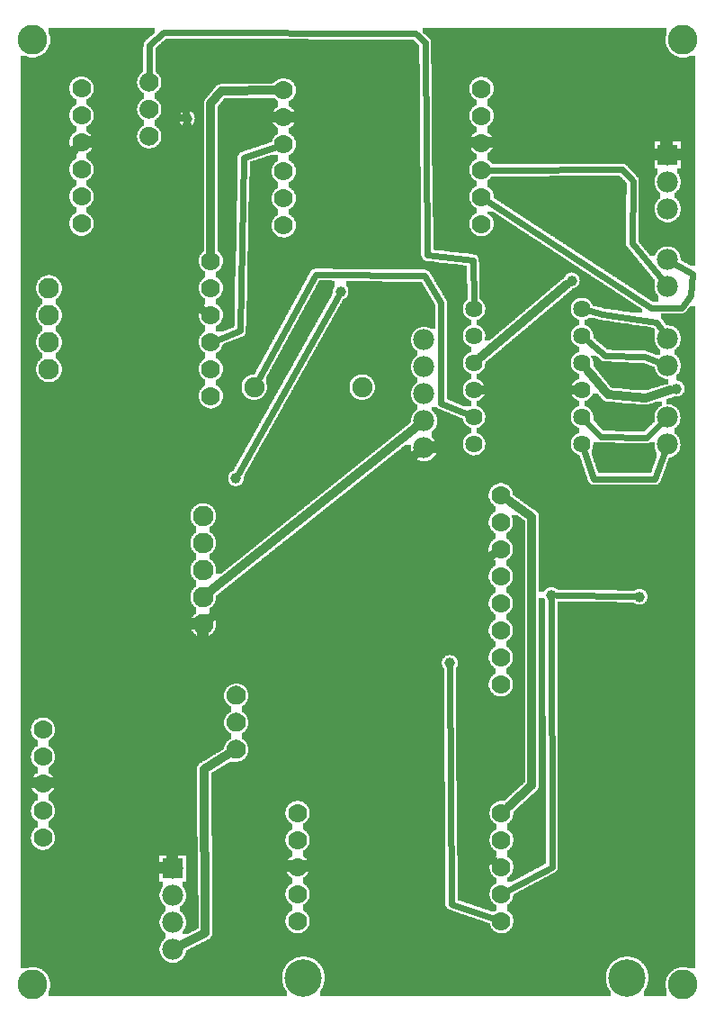
<source format=gbl>
G04 MADE WITH FRITZING*
G04 WWW.FRITZING.ORG*
G04 DOUBLE SIDED*
G04 HOLES PLATED*
G04 CONTOUR ON CENTER OF CONTOUR VECTOR*
%ASAXBY*%
%FSLAX23Y23*%
%MOIN*%
%OFA0B0*%
%SFA1.0B1.0*%
%ADD10C,0.075000*%
%ADD11C,0.039370*%
%ADD12C,0.070000*%
%ADD13C,0.078000*%
%ADD14C,0.064000*%
%ADD15C,0.138425*%
%ADD16C,0.076000*%
%ADD17C,0.110236*%
%ADD18R,0.078000X0.078000*%
%ADD19C,0.032000*%
%ADD20C,0.024000*%
%ADD21R,0.001000X0.001000*%
%LNCOPPER0*%
G90*
G70*
G54D10*
X836Y3287D03*
X203Y3575D03*
X1881Y3002D03*
X2232Y2484D03*
X2275Y2343D03*
X2276Y2182D03*
X2229Y2036D03*
X1917Y684D03*
G54D11*
X657Y3291D03*
X1227Y2651D03*
X839Y1960D03*
X2084Y2691D03*
X2472Y2291D03*
X2335Y1521D03*
G54D12*
X1537Y2272D03*
X1537Y2472D03*
X1537Y2172D03*
X1537Y2372D03*
X1537Y2072D03*
G54D13*
X1536Y2072D03*
X1536Y2172D03*
X1536Y2272D03*
X1536Y2372D03*
X1536Y2472D03*
G54D10*
X1307Y2297D03*
X907Y2297D03*
X1307Y2297D03*
X907Y2297D03*
G54D14*
X1721Y2487D03*
X1721Y2387D03*
X1721Y2287D03*
X1721Y2187D03*
X1721Y2087D03*
X2121Y2087D03*
X2121Y2187D03*
X2121Y2287D03*
X2121Y2387D03*
X2121Y2487D03*
X2121Y2587D03*
X1721Y2587D03*
X1721Y2487D03*
X1721Y2387D03*
X1721Y2287D03*
X1721Y2187D03*
X1721Y2087D03*
X2121Y2087D03*
X2121Y2187D03*
X2121Y2287D03*
X2121Y2387D03*
X2121Y2487D03*
X2121Y2587D03*
X1721Y2587D03*
G54D12*
X124Y1029D03*
X124Y929D03*
X124Y829D03*
X124Y729D03*
X124Y629D03*
X840Y1155D03*
X840Y1055D03*
X840Y955D03*
X840Y1155D03*
X840Y1055D03*
X840Y955D03*
X518Y3425D03*
X518Y3325D03*
X518Y3225D03*
X518Y3425D03*
X518Y3325D03*
X518Y3225D03*
G54D13*
X2439Y2477D03*
X2439Y2377D03*
X2438Y2185D03*
X2438Y2085D03*
X2439Y2769D03*
X2439Y2669D03*
X2439Y3156D03*
X2439Y3056D03*
X2439Y2956D03*
G54D15*
X1089Y111D03*
X2289Y111D03*
X1089Y111D03*
X2289Y111D03*
G54D12*
X746Y2763D03*
X746Y2663D03*
X746Y2563D03*
X746Y2463D03*
X746Y2363D03*
X746Y2263D03*
G54D16*
X146Y2663D03*
X146Y2563D03*
X146Y2463D03*
X146Y2363D03*
G54D12*
X746Y2763D03*
X746Y2663D03*
X746Y2563D03*
X746Y2463D03*
X746Y2363D03*
X746Y2263D03*
G54D16*
X146Y2663D03*
X146Y2563D03*
X146Y2463D03*
X146Y2363D03*
X717Y1820D03*
X717Y1720D03*
X717Y1620D03*
X717Y1520D03*
X717Y1420D03*
G54D12*
X1823Y721D03*
X1823Y621D03*
X1823Y521D03*
X1823Y421D03*
X1823Y321D03*
X1067Y721D03*
X1067Y621D03*
X1067Y521D03*
X1067Y421D03*
X1067Y321D03*
X267Y3402D03*
X267Y3302D03*
X267Y3202D03*
X267Y3102D03*
X267Y3002D03*
X267Y2902D03*
X1749Y3401D03*
X1749Y3301D03*
X1749Y3201D03*
X1749Y3101D03*
X1749Y3001D03*
X1749Y2901D03*
X1821Y1896D03*
X1821Y1797D03*
X1821Y1697D03*
X1821Y1597D03*
X1821Y1497D03*
X1821Y1397D03*
X1821Y1297D03*
X1821Y1197D03*
X1016Y3395D03*
X1016Y3295D03*
X1016Y3195D03*
X1016Y3095D03*
X1016Y2995D03*
X1016Y2895D03*
G54D17*
X2496Y86D03*
X2496Y3583D03*
X85Y86D03*
X86Y3583D03*
G54D13*
X605Y516D03*
X605Y416D03*
X605Y316D03*
X605Y216D03*
X605Y516D03*
X605Y416D03*
X605Y316D03*
X605Y216D03*
G54D11*
X1632Y1276D03*
X2008Y1527D03*
G54D18*
X2439Y3156D03*
X605Y516D03*
X605Y516D03*
G54D19*
X1749Y2410D02*
X2065Y2676D01*
D02*
X1508Y2149D02*
X746Y1542D01*
D02*
X190Y3128D02*
X240Y3177D01*
D02*
X190Y2843D02*
X190Y3128D01*
D02*
X657Y3266D02*
X659Y2616D01*
D02*
X659Y2616D02*
X190Y2843D01*
D02*
X659Y2616D02*
X715Y2582D01*
D02*
X746Y3345D02*
X746Y2800D01*
D02*
X786Y3394D02*
X746Y3345D01*
D02*
X980Y3395D02*
X786Y3394D01*
D02*
X746Y1442D02*
X1508Y2049D01*
G54D20*
D02*
X572Y3609D02*
X1504Y3605D01*
D02*
X519Y3563D02*
X572Y3609D01*
D02*
X518Y3451D02*
X519Y3563D01*
D02*
X1717Y2767D02*
X1721Y2618D01*
D02*
X1540Y3572D02*
X1549Y2786D01*
D02*
X1549Y2786D02*
X1717Y2767D01*
D02*
X1504Y3605D02*
X1540Y3572D01*
D02*
X848Y1976D02*
X1218Y2634D01*
D02*
X1539Y2709D02*
X1135Y2714D01*
D02*
X1599Y2238D02*
X1599Y2609D01*
D02*
X1599Y2609D02*
X1539Y2709D01*
D02*
X1693Y2199D02*
X1599Y2238D01*
D02*
X1135Y2714D02*
X921Y2322D01*
D02*
X2355Y2409D02*
X2411Y2387D01*
D02*
X2208Y2414D02*
X2355Y2409D01*
D02*
X2145Y2467D02*
X2208Y2414D01*
D02*
X2399Y2538D02*
X2423Y2502D01*
D02*
X2199Y2567D02*
X2399Y2538D01*
D02*
X2152Y2579D02*
X2199Y2567D01*
D02*
X2524Y2636D02*
X2530Y2718D01*
D02*
X2377Y2591D02*
X2490Y2591D01*
D02*
X2490Y2591D02*
X2524Y2636D01*
D02*
X1775Y2984D02*
X2377Y2591D01*
D02*
X2530Y2718D02*
X2465Y2754D01*
G54D19*
D02*
X2085Y2287D02*
X1758Y2287D01*
G54D20*
D02*
X2192Y2114D02*
X2361Y2111D01*
D02*
X2361Y2111D02*
X2416Y2164D01*
D02*
X2143Y2164D02*
X2192Y2114D01*
D02*
X2165Y1958D02*
X2393Y1958D01*
D02*
X2393Y1958D02*
X2428Y2056D01*
D02*
X2131Y2057D02*
X2165Y1958D01*
G54D19*
D02*
X2359Y2258D02*
X2217Y2269D01*
D02*
X2449Y2285D02*
X2359Y2258D01*
D02*
X2217Y2269D02*
X2145Y2358D01*
G54D20*
D02*
X2271Y3103D02*
X1799Y3100D01*
D02*
X2310Y3061D02*
X2271Y3103D01*
D02*
X1799Y3100D02*
X1780Y3100D01*
D02*
X2307Y2830D02*
X2310Y3061D01*
D02*
X2420Y2692D02*
X2307Y2830D01*
D02*
X2027Y1527D02*
X2316Y1522D01*
G54D19*
D02*
X721Y883D02*
X813Y939D01*
D02*
X726Y278D02*
X721Y883D01*
D02*
X637Y232D02*
X726Y278D01*
G54D20*
D02*
X869Y3147D02*
X855Y2505D01*
D02*
X855Y2505D02*
X775Y2474D01*
D02*
X987Y3186D02*
X868Y3147D01*
G54D19*
D02*
X1850Y745D02*
X1936Y823D01*
D02*
X1936Y823D02*
X1936Y1817D01*
D02*
X1936Y1817D02*
X1851Y1876D01*
D02*
X1726Y600D02*
X1729Y1636D01*
D02*
X1729Y1636D02*
X1791Y1677D01*
D02*
X1795Y544D02*
X1726Y600D01*
G54D20*
D02*
X1638Y384D02*
X1794Y331D01*
D02*
X1632Y1257D02*
X1638Y384D01*
D02*
X2010Y521D02*
X1850Y435D01*
D02*
X2008Y1508D02*
X2010Y521D01*
G36*
X798Y3368D02*
X798Y3366D01*
X796Y3366D01*
X796Y3364D01*
X794Y3364D01*
X794Y3362D01*
X792Y3362D01*
X792Y3360D01*
X790Y3360D01*
X790Y3356D01*
X788Y3356D01*
X788Y3354D01*
X786Y3354D01*
X786Y3352D01*
X784Y3352D01*
X784Y3350D01*
X782Y3350D01*
X782Y3346D01*
X780Y3346D01*
X780Y3344D01*
X778Y3344D01*
X778Y3342D01*
X776Y3342D01*
X776Y3340D01*
X774Y3340D01*
X774Y3338D01*
X772Y3338D01*
X772Y2800D01*
X774Y2800D01*
X774Y2798D01*
X776Y2798D01*
X776Y2796D01*
X778Y2796D01*
X778Y2794D01*
X780Y2794D01*
X780Y2792D01*
X782Y2792D01*
X782Y2788D01*
X784Y2788D01*
X784Y2786D01*
X786Y2786D01*
X786Y2782D01*
X788Y2782D01*
X788Y2776D01*
X790Y2776D01*
X790Y2752D01*
X788Y2752D01*
X788Y2746D01*
X786Y2746D01*
X786Y2742D01*
X784Y2742D01*
X784Y2738D01*
X782Y2738D01*
X782Y2736D01*
X780Y2736D01*
X780Y2734D01*
X778Y2734D01*
X778Y2730D01*
X774Y2730D01*
X774Y2728D01*
X772Y2728D01*
X772Y2726D01*
X768Y2726D01*
X768Y2724D01*
X766Y2724D01*
X766Y2702D01*
X770Y2702D01*
X770Y2700D01*
X774Y2700D01*
X774Y2698D01*
X776Y2698D01*
X776Y2696D01*
X778Y2696D01*
X778Y2694D01*
X780Y2694D01*
X780Y2692D01*
X782Y2692D01*
X782Y2688D01*
X784Y2688D01*
X784Y2686D01*
X786Y2686D01*
X786Y2682D01*
X788Y2682D01*
X788Y2676D01*
X790Y2676D01*
X790Y2652D01*
X788Y2652D01*
X788Y2646D01*
X786Y2646D01*
X786Y2642D01*
X784Y2642D01*
X784Y2638D01*
X782Y2638D01*
X782Y2636D01*
X780Y2636D01*
X780Y2634D01*
X778Y2634D01*
X778Y2630D01*
X774Y2630D01*
X774Y2628D01*
X772Y2628D01*
X772Y2626D01*
X768Y2626D01*
X768Y2624D01*
X766Y2624D01*
X766Y2602D01*
X770Y2602D01*
X770Y2600D01*
X774Y2600D01*
X774Y2598D01*
X776Y2598D01*
X776Y2596D01*
X778Y2596D01*
X778Y2594D01*
X780Y2594D01*
X780Y2592D01*
X782Y2592D01*
X782Y2588D01*
X784Y2588D01*
X784Y2586D01*
X786Y2586D01*
X786Y2582D01*
X788Y2582D01*
X788Y2576D01*
X790Y2576D01*
X790Y2552D01*
X788Y2552D01*
X788Y2546D01*
X786Y2546D01*
X786Y2542D01*
X784Y2542D01*
X784Y2538D01*
X782Y2538D01*
X782Y2536D01*
X780Y2536D01*
X780Y2534D01*
X778Y2534D01*
X778Y2530D01*
X774Y2530D01*
X774Y2528D01*
X772Y2528D01*
X772Y2526D01*
X768Y2526D01*
X768Y2524D01*
X766Y2524D01*
X766Y2502D01*
X788Y2502D01*
X788Y2504D01*
X794Y2504D01*
X794Y2506D01*
X798Y2506D01*
X798Y2508D01*
X804Y2508D01*
X804Y2510D01*
X810Y2510D01*
X810Y2512D01*
X814Y2512D01*
X814Y2514D01*
X820Y2514D01*
X820Y2516D01*
X824Y2516D01*
X824Y2518D01*
X830Y2518D01*
X830Y2520D01*
X832Y2520D01*
X832Y2524D01*
X834Y2524D01*
X834Y2616D01*
X836Y2616D01*
X836Y2708D01*
X838Y2708D01*
X838Y2800D01*
X840Y2800D01*
X840Y2894D01*
X842Y2894D01*
X842Y2986D01*
X844Y2986D01*
X844Y3078D01*
X846Y3078D01*
X846Y3152D01*
X848Y3152D01*
X848Y3158D01*
X850Y3158D01*
X850Y3160D01*
X852Y3160D01*
X852Y3162D01*
X854Y3162D01*
X854Y3164D01*
X856Y3164D01*
X856Y3166D01*
X860Y3166D01*
X860Y3168D01*
X864Y3168D01*
X864Y3170D01*
X870Y3170D01*
X870Y3172D01*
X876Y3172D01*
X876Y3174D01*
X882Y3174D01*
X882Y3176D01*
X890Y3176D01*
X890Y3178D01*
X896Y3178D01*
X896Y3180D01*
X902Y3180D01*
X902Y3182D01*
X908Y3182D01*
X908Y3184D01*
X914Y3184D01*
X914Y3186D01*
X920Y3186D01*
X920Y3188D01*
X926Y3188D01*
X926Y3190D01*
X932Y3190D01*
X932Y3192D01*
X938Y3192D01*
X938Y3194D01*
X944Y3194D01*
X944Y3196D01*
X950Y3196D01*
X950Y3198D01*
X956Y3198D01*
X956Y3200D01*
X962Y3200D01*
X962Y3202D01*
X970Y3202D01*
X970Y3204D01*
X972Y3204D01*
X972Y3206D01*
X974Y3206D01*
X974Y3212D01*
X976Y3212D01*
X976Y3216D01*
X978Y3216D01*
X978Y3220D01*
X980Y3220D01*
X980Y3222D01*
X982Y3222D01*
X982Y3226D01*
X984Y3226D01*
X984Y3228D01*
X986Y3228D01*
X986Y3230D01*
X990Y3230D01*
X990Y3232D01*
X992Y3232D01*
X992Y3234D01*
X996Y3234D01*
X996Y3256D01*
X994Y3256D01*
X994Y3258D01*
X990Y3258D01*
X990Y3260D01*
X988Y3260D01*
X988Y3262D01*
X986Y3262D01*
X986Y3264D01*
X984Y3264D01*
X984Y3266D01*
X982Y3266D01*
X982Y3268D01*
X980Y3268D01*
X980Y3270D01*
X978Y3270D01*
X978Y3274D01*
X976Y3274D01*
X976Y3278D01*
X974Y3278D01*
X974Y3284D01*
X972Y3284D01*
X972Y3306D01*
X974Y3306D01*
X974Y3312D01*
X976Y3312D01*
X976Y3316D01*
X978Y3316D01*
X978Y3320D01*
X980Y3320D01*
X980Y3322D01*
X982Y3322D01*
X982Y3326D01*
X984Y3326D01*
X984Y3328D01*
X986Y3328D01*
X986Y3330D01*
X990Y3330D01*
X990Y3332D01*
X992Y3332D01*
X992Y3334D01*
X996Y3334D01*
X996Y3356D01*
X994Y3356D01*
X994Y3358D01*
X990Y3358D01*
X990Y3360D01*
X988Y3360D01*
X988Y3362D01*
X986Y3362D01*
X986Y3364D01*
X984Y3364D01*
X984Y3366D01*
X982Y3366D01*
X982Y3368D01*
X798Y3368D01*
G37*
D02*
G36*
X146Y3628D02*
X146Y3604D01*
X148Y3604D01*
X148Y3596D01*
X150Y3596D01*
X150Y3568D01*
X148Y3568D01*
X148Y3562D01*
X146Y3562D01*
X146Y3556D01*
X144Y3556D01*
X144Y3552D01*
X142Y3552D01*
X142Y3548D01*
X140Y3548D01*
X140Y3546D01*
X138Y3546D01*
X138Y3544D01*
X136Y3544D01*
X136Y3540D01*
X134Y3540D01*
X134Y3538D01*
X132Y3538D01*
X132Y3536D01*
X130Y3536D01*
X130Y3534D01*
X128Y3534D01*
X128Y3532D01*
X124Y3532D01*
X124Y3530D01*
X122Y3530D01*
X122Y3528D01*
X118Y3528D01*
X118Y3526D01*
X116Y3526D01*
X116Y3524D01*
X112Y3524D01*
X112Y3522D01*
X106Y3522D01*
X106Y3520D01*
X98Y3520D01*
X98Y3518D01*
X496Y3518D01*
X496Y3558D01*
X498Y3558D01*
X498Y3572D01*
X500Y3572D01*
X500Y3576D01*
X502Y3576D01*
X502Y3578D01*
X504Y3578D01*
X504Y3580D01*
X506Y3580D01*
X506Y3582D01*
X508Y3582D01*
X508Y3584D01*
X512Y3584D01*
X512Y3586D01*
X514Y3586D01*
X514Y3588D01*
X516Y3588D01*
X516Y3590D01*
X518Y3590D01*
X518Y3592D01*
X520Y3592D01*
X520Y3594D01*
X522Y3594D01*
X522Y3596D01*
X524Y3596D01*
X524Y3598D01*
X528Y3598D01*
X528Y3600D01*
X530Y3600D01*
X530Y3602D01*
X532Y3602D01*
X532Y3604D01*
X534Y3604D01*
X534Y3606D01*
X536Y3606D01*
X536Y3608D01*
X538Y3608D01*
X538Y3628D01*
X146Y3628D01*
G37*
D02*
G36*
X1532Y3628D02*
X1532Y3608D01*
X1534Y3608D01*
X1534Y3606D01*
X1536Y3606D01*
X1536Y3604D01*
X1540Y3604D01*
X1540Y3602D01*
X1542Y3602D01*
X1542Y3600D01*
X1544Y3600D01*
X1544Y3598D01*
X1546Y3598D01*
X1546Y3596D01*
X1548Y3596D01*
X1548Y3594D01*
X1550Y3594D01*
X1550Y3592D01*
X1552Y3592D01*
X1552Y3590D01*
X1554Y3590D01*
X1554Y3588D01*
X1556Y3588D01*
X1556Y3586D01*
X1558Y3586D01*
X1558Y3584D01*
X1560Y3584D01*
X1560Y3578D01*
X1562Y3578D01*
X1562Y3518D01*
X2482Y3518D01*
X2482Y3520D01*
X2476Y3520D01*
X2476Y3522D01*
X2470Y3522D01*
X2470Y3524D01*
X2466Y3524D01*
X2466Y3526D01*
X2462Y3526D01*
X2462Y3528D01*
X2460Y3528D01*
X2460Y3530D01*
X2456Y3530D01*
X2456Y3532D01*
X2454Y3532D01*
X2454Y3534D01*
X2452Y3534D01*
X2452Y3536D01*
X2450Y3536D01*
X2450Y3538D01*
X2448Y3538D01*
X2448Y3540D01*
X2446Y3540D01*
X2446Y3542D01*
X2444Y3542D01*
X2444Y3546D01*
X2442Y3546D01*
X2442Y3548D01*
X2440Y3548D01*
X2440Y3552D01*
X2438Y3552D01*
X2438Y3556D01*
X2436Y3556D01*
X2436Y3562D01*
X2434Y3562D01*
X2434Y3568D01*
X2432Y3568D01*
X2432Y3596D01*
X2434Y3596D01*
X2434Y3604D01*
X2436Y3604D01*
X2436Y3628D01*
X1532Y3628D01*
G37*
D02*
G36*
X580Y3588D02*
X580Y3586D01*
X578Y3586D01*
X578Y3584D01*
X576Y3584D01*
X576Y3582D01*
X574Y3582D01*
X574Y3580D01*
X572Y3580D01*
X572Y3578D01*
X568Y3578D01*
X568Y3576D01*
X566Y3576D01*
X566Y3574D01*
X564Y3574D01*
X564Y3572D01*
X562Y3572D01*
X562Y3570D01*
X560Y3570D01*
X560Y3568D01*
X558Y3568D01*
X558Y3566D01*
X556Y3566D01*
X556Y3564D01*
X552Y3564D01*
X552Y3562D01*
X550Y3562D01*
X550Y3560D01*
X548Y3560D01*
X548Y3558D01*
X546Y3558D01*
X546Y3556D01*
X544Y3556D01*
X544Y3554D01*
X542Y3554D01*
X542Y3552D01*
X540Y3552D01*
X540Y3464D01*
X542Y3464D01*
X542Y3462D01*
X544Y3462D01*
X544Y3460D01*
X546Y3460D01*
X546Y3458D01*
X550Y3458D01*
X550Y3454D01*
X552Y3454D01*
X552Y3452D01*
X554Y3452D01*
X554Y3450D01*
X556Y3450D01*
X556Y3446D01*
X558Y3446D01*
X558Y3442D01*
X560Y3442D01*
X560Y3440D01*
X1026Y3440D01*
X1026Y3438D01*
X1034Y3438D01*
X1034Y3436D01*
X1038Y3436D01*
X1038Y3434D01*
X1040Y3434D01*
X1040Y3432D01*
X1044Y3432D01*
X1044Y3430D01*
X1046Y3430D01*
X1046Y3428D01*
X1048Y3428D01*
X1048Y3426D01*
X1050Y3426D01*
X1050Y3424D01*
X1052Y3424D01*
X1052Y3422D01*
X1054Y3422D01*
X1054Y3418D01*
X1056Y3418D01*
X1056Y3414D01*
X1058Y3414D01*
X1058Y3410D01*
X1060Y3410D01*
X1060Y3400D01*
X1062Y3400D01*
X1062Y3390D01*
X1060Y3390D01*
X1060Y3382D01*
X1058Y3382D01*
X1058Y3376D01*
X1056Y3376D01*
X1056Y3372D01*
X1054Y3372D01*
X1054Y3370D01*
X1052Y3370D01*
X1052Y3366D01*
X1050Y3366D01*
X1050Y3364D01*
X1048Y3364D01*
X1048Y3362D01*
X1046Y3362D01*
X1046Y3360D01*
X1042Y3360D01*
X1042Y3358D01*
X1040Y3358D01*
X1040Y3356D01*
X1036Y3356D01*
X1036Y3336D01*
X1038Y3336D01*
X1038Y3334D01*
X1040Y3334D01*
X1040Y3332D01*
X1044Y3332D01*
X1044Y3330D01*
X1046Y3330D01*
X1046Y3328D01*
X1048Y3328D01*
X1048Y3326D01*
X1050Y3326D01*
X1050Y3324D01*
X1052Y3324D01*
X1052Y3322D01*
X1054Y3322D01*
X1054Y3318D01*
X1056Y3318D01*
X1056Y3314D01*
X1058Y3314D01*
X1058Y3310D01*
X1060Y3310D01*
X1060Y3300D01*
X1062Y3300D01*
X1062Y3290D01*
X1060Y3290D01*
X1060Y3282D01*
X1058Y3282D01*
X1058Y3276D01*
X1056Y3276D01*
X1056Y3272D01*
X1054Y3272D01*
X1054Y3270D01*
X1052Y3270D01*
X1052Y3266D01*
X1050Y3266D01*
X1050Y3264D01*
X1048Y3264D01*
X1048Y3262D01*
X1046Y3262D01*
X1046Y3260D01*
X1042Y3260D01*
X1042Y3258D01*
X1040Y3258D01*
X1040Y3256D01*
X1036Y3256D01*
X1036Y3236D01*
X1038Y3236D01*
X1038Y3234D01*
X1040Y3234D01*
X1040Y3232D01*
X1044Y3232D01*
X1044Y3230D01*
X1046Y3230D01*
X1046Y3228D01*
X1048Y3228D01*
X1048Y3226D01*
X1050Y3226D01*
X1050Y3224D01*
X1052Y3224D01*
X1052Y3222D01*
X1054Y3222D01*
X1054Y3218D01*
X1056Y3218D01*
X1056Y3214D01*
X1058Y3214D01*
X1058Y3210D01*
X1060Y3210D01*
X1060Y3200D01*
X1062Y3200D01*
X1062Y3190D01*
X1060Y3190D01*
X1060Y3182D01*
X1058Y3182D01*
X1058Y3176D01*
X1056Y3176D01*
X1056Y3172D01*
X1054Y3172D01*
X1054Y3170D01*
X1052Y3170D01*
X1052Y3166D01*
X1050Y3166D01*
X1050Y3164D01*
X1048Y3164D01*
X1048Y3162D01*
X1046Y3162D01*
X1046Y3160D01*
X1042Y3160D01*
X1042Y3158D01*
X1040Y3158D01*
X1040Y3156D01*
X1036Y3156D01*
X1036Y3136D01*
X1038Y3136D01*
X1038Y3134D01*
X1040Y3134D01*
X1040Y3132D01*
X1044Y3132D01*
X1044Y3130D01*
X1046Y3130D01*
X1046Y3128D01*
X1048Y3128D01*
X1048Y3126D01*
X1050Y3126D01*
X1050Y3124D01*
X1052Y3124D01*
X1052Y3122D01*
X1054Y3122D01*
X1054Y3118D01*
X1056Y3118D01*
X1056Y3114D01*
X1058Y3114D01*
X1058Y3110D01*
X1060Y3110D01*
X1060Y3100D01*
X1062Y3100D01*
X1062Y3090D01*
X1060Y3090D01*
X1060Y3082D01*
X1058Y3082D01*
X1058Y3076D01*
X1056Y3076D01*
X1056Y3072D01*
X1054Y3072D01*
X1054Y3070D01*
X1052Y3070D01*
X1052Y3066D01*
X1050Y3066D01*
X1050Y3064D01*
X1048Y3064D01*
X1048Y3062D01*
X1046Y3062D01*
X1046Y3060D01*
X1042Y3060D01*
X1042Y3058D01*
X1040Y3058D01*
X1040Y3056D01*
X1036Y3056D01*
X1036Y3036D01*
X1038Y3036D01*
X1038Y3034D01*
X1040Y3034D01*
X1040Y3032D01*
X1044Y3032D01*
X1044Y3030D01*
X1046Y3030D01*
X1046Y3028D01*
X1048Y3028D01*
X1048Y3026D01*
X1050Y3026D01*
X1050Y3024D01*
X1052Y3024D01*
X1052Y3022D01*
X1054Y3022D01*
X1054Y3018D01*
X1056Y3018D01*
X1056Y3014D01*
X1058Y3014D01*
X1058Y3010D01*
X1060Y3010D01*
X1060Y3000D01*
X1062Y3000D01*
X1062Y2990D01*
X1060Y2990D01*
X1060Y2982D01*
X1058Y2982D01*
X1058Y2976D01*
X1056Y2976D01*
X1056Y2972D01*
X1054Y2972D01*
X1054Y2970D01*
X1052Y2970D01*
X1052Y2966D01*
X1050Y2966D01*
X1050Y2964D01*
X1048Y2964D01*
X1048Y2962D01*
X1046Y2962D01*
X1046Y2960D01*
X1042Y2960D01*
X1042Y2958D01*
X1040Y2958D01*
X1040Y2956D01*
X1036Y2956D01*
X1036Y2936D01*
X1038Y2936D01*
X1038Y2934D01*
X1040Y2934D01*
X1040Y2932D01*
X1044Y2932D01*
X1044Y2930D01*
X1046Y2930D01*
X1046Y2928D01*
X1048Y2928D01*
X1048Y2926D01*
X1050Y2926D01*
X1050Y2924D01*
X1052Y2924D01*
X1052Y2922D01*
X1054Y2922D01*
X1054Y2918D01*
X1056Y2918D01*
X1056Y2914D01*
X1058Y2914D01*
X1058Y2910D01*
X1060Y2910D01*
X1060Y2900D01*
X1062Y2900D01*
X1062Y2890D01*
X1060Y2890D01*
X1060Y2882D01*
X1058Y2882D01*
X1058Y2876D01*
X1056Y2876D01*
X1056Y2872D01*
X1054Y2872D01*
X1054Y2870D01*
X1052Y2870D01*
X1052Y2866D01*
X1050Y2866D01*
X1050Y2864D01*
X1048Y2864D01*
X1048Y2862D01*
X1046Y2862D01*
X1046Y2860D01*
X1042Y2860D01*
X1042Y2858D01*
X1040Y2858D01*
X1040Y2856D01*
X1036Y2856D01*
X1036Y2854D01*
X1032Y2854D01*
X1032Y2852D01*
X1024Y2852D01*
X1024Y2850D01*
X1526Y2850D01*
X1526Y2926D01*
X1524Y2926D01*
X1524Y3114D01*
X1522Y3114D01*
X1522Y3302D01*
X1520Y3302D01*
X1520Y3492D01*
X1518Y3492D01*
X1518Y3564D01*
X1516Y3564D01*
X1516Y3566D01*
X1514Y3566D01*
X1514Y3568D01*
X1510Y3568D01*
X1510Y3570D01*
X1508Y3570D01*
X1508Y3572D01*
X1506Y3572D01*
X1506Y3574D01*
X1504Y3574D01*
X1504Y3576D01*
X1502Y3576D01*
X1502Y3578D01*
X1500Y3578D01*
X1500Y3580D01*
X1498Y3580D01*
X1498Y3582D01*
X1496Y3582D01*
X1496Y3584D01*
X1108Y3584D01*
X1108Y3586D01*
X632Y3586D01*
X632Y3588D01*
X580Y3588D01*
G37*
D02*
G36*
X40Y3524D02*
X40Y3518D01*
X72Y3518D01*
X72Y3520D01*
X64Y3520D01*
X64Y3522D01*
X60Y3522D01*
X60Y3524D01*
X40Y3524D01*
G37*
D02*
G36*
X2518Y3522D02*
X2518Y3520D01*
X2510Y3520D01*
X2510Y3518D01*
X2540Y3518D01*
X2540Y3522D01*
X2518Y3522D01*
G37*
D02*
G36*
X40Y3518D02*
X40Y3516D01*
X496Y3516D01*
X496Y3518D01*
X40Y3518D01*
G37*
D02*
G36*
X40Y3518D02*
X40Y3516D01*
X496Y3516D01*
X496Y3518D01*
X40Y3518D01*
G37*
D02*
G36*
X1562Y3518D02*
X1562Y3516D01*
X2540Y3516D01*
X2540Y3518D01*
X1562Y3518D01*
G37*
D02*
G36*
X1562Y3518D02*
X1562Y3516D01*
X2540Y3516D01*
X2540Y3518D01*
X1562Y3518D01*
G37*
D02*
G36*
X40Y3516D02*
X40Y3446D01*
X278Y3446D01*
X278Y3444D01*
X284Y3444D01*
X284Y3442D01*
X288Y3442D01*
X288Y3440D01*
X292Y3440D01*
X292Y3438D01*
X294Y3438D01*
X294Y3436D01*
X296Y3436D01*
X296Y3434D01*
X298Y3434D01*
X298Y3432D01*
X300Y3432D01*
X300Y3430D01*
X302Y3430D01*
X302Y3428D01*
X304Y3428D01*
X304Y3424D01*
X306Y3424D01*
X306Y3422D01*
X308Y3422D01*
X308Y3416D01*
X310Y3416D01*
X310Y3408D01*
X312Y3408D01*
X312Y3396D01*
X310Y3396D01*
X310Y3388D01*
X308Y3388D01*
X308Y3382D01*
X306Y3382D01*
X306Y3380D01*
X304Y3380D01*
X304Y3376D01*
X302Y3376D01*
X302Y3374D01*
X300Y3374D01*
X300Y3370D01*
X296Y3370D01*
X296Y3368D01*
X294Y3368D01*
X294Y3366D01*
X292Y3366D01*
X292Y3364D01*
X288Y3364D01*
X288Y3362D01*
X284Y3362D01*
X284Y3342D01*
X288Y3342D01*
X288Y3340D01*
X292Y3340D01*
X292Y3338D01*
X294Y3338D01*
X294Y3336D01*
X296Y3336D01*
X296Y3334D01*
X300Y3334D01*
X300Y3330D01*
X302Y3330D01*
X302Y3328D01*
X304Y3328D01*
X304Y3324D01*
X306Y3324D01*
X306Y3322D01*
X308Y3322D01*
X308Y3316D01*
X310Y3316D01*
X310Y3308D01*
X312Y3308D01*
X312Y3296D01*
X310Y3296D01*
X310Y3288D01*
X308Y3288D01*
X308Y3282D01*
X306Y3282D01*
X306Y3280D01*
X304Y3280D01*
X304Y3276D01*
X302Y3276D01*
X302Y3274D01*
X300Y3274D01*
X300Y3270D01*
X296Y3270D01*
X296Y3268D01*
X294Y3268D01*
X294Y3266D01*
X292Y3266D01*
X292Y3264D01*
X288Y3264D01*
X288Y3262D01*
X284Y3262D01*
X284Y3242D01*
X288Y3242D01*
X288Y3240D01*
X292Y3240D01*
X292Y3238D01*
X294Y3238D01*
X294Y3236D01*
X296Y3236D01*
X296Y3234D01*
X300Y3234D01*
X300Y3230D01*
X302Y3230D01*
X302Y3228D01*
X304Y3228D01*
X304Y3224D01*
X306Y3224D01*
X306Y3222D01*
X308Y3222D01*
X308Y3216D01*
X310Y3216D01*
X310Y3208D01*
X312Y3208D01*
X312Y3196D01*
X310Y3196D01*
X310Y3188D01*
X308Y3188D01*
X308Y3182D01*
X306Y3182D01*
X306Y3180D01*
X508Y3180D01*
X508Y3182D01*
X502Y3182D01*
X502Y3184D01*
X498Y3184D01*
X498Y3186D01*
X494Y3186D01*
X494Y3188D01*
X490Y3188D01*
X490Y3190D01*
X488Y3190D01*
X488Y3192D01*
X486Y3192D01*
X486Y3194D01*
X484Y3194D01*
X484Y3196D01*
X482Y3196D01*
X482Y3200D01*
X480Y3200D01*
X480Y3202D01*
X478Y3202D01*
X478Y3206D01*
X476Y3206D01*
X476Y3212D01*
X474Y3212D01*
X474Y3220D01*
X472Y3220D01*
X472Y3230D01*
X474Y3230D01*
X474Y3238D01*
X476Y3238D01*
X476Y3244D01*
X478Y3244D01*
X478Y3248D01*
X480Y3248D01*
X480Y3250D01*
X482Y3250D01*
X482Y3254D01*
X484Y3254D01*
X484Y3256D01*
X486Y3256D01*
X486Y3258D01*
X488Y3258D01*
X488Y3260D01*
X492Y3260D01*
X492Y3262D01*
X494Y3262D01*
X494Y3264D01*
X498Y3264D01*
X498Y3286D01*
X494Y3286D01*
X494Y3288D01*
X490Y3288D01*
X490Y3290D01*
X488Y3290D01*
X488Y3292D01*
X486Y3292D01*
X486Y3294D01*
X484Y3294D01*
X484Y3296D01*
X482Y3296D01*
X482Y3300D01*
X480Y3300D01*
X480Y3302D01*
X478Y3302D01*
X478Y3306D01*
X476Y3306D01*
X476Y3312D01*
X474Y3312D01*
X474Y3320D01*
X472Y3320D01*
X472Y3330D01*
X474Y3330D01*
X474Y3338D01*
X476Y3338D01*
X476Y3344D01*
X478Y3344D01*
X478Y3348D01*
X480Y3348D01*
X480Y3350D01*
X482Y3350D01*
X482Y3354D01*
X484Y3354D01*
X484Y3356D01*
X486Y3356D01*
X486Y3358D01*
X488Y3358D01*
X488Y3360D01*
X492Y3360D01*
X492Y3362D01*
X494Y3362D01*
X494Y3364D01*
X498Y3364D01*
X498Y3386D01*
X494Y3386D01*
X494Y3388D01*
X490Y3388D01*
X490Y3390D01*
X488Y3390D01*
X488Y3392D01*
X486Y3392D01*
X486Y3394D01*
X484Y3394D01*
X484Y3396D01*
X482Y3396D01*
X482Y3400D01*
X480Y3400D01*
X480Y3402D01*
X478Y3402D01*
X478Y3406D01*
X476Y3406D01*
X476Y3412D01*
X474Y3412D01*
X474Y3420D01*
X472Y3420D01*
X472Y3430D01*
X474Y3430D01*
X474Y3438D01*
X476Y3438D01*
X476Y3444D01*
X478Y3444D01*
X478Y3448D01*
X480Y3448D01*
X480Y3450D01*
X482Y3450D01*
X482Y3454D01*
X484Y3454D01*
X484Y3456D01*
X486Y3456D01*
X486Y3458D01*
X488Y3458D01*
X488Y3460D01*
X492Y3460D01*
X492Y3462D01*
X494Y3462D01*
X494Y3464D01*
X496Y3464D01*
X496Y3516D01*
X40Y3516D01*
G37*
D02*
G36*
X1562Y3516D02*
X1562Y3494D01*
X1564Y3494D01*
X1564Y3446D01*
X1756Y3446D01*
X1756Y3444D01*
X1764Y3444D01*
X1764Y3442D01*
X1770Y3442D01*
X1770Y3440D01*
X1772Y3440D01*
X1772Y3438D01*
X1776Y3438D01*
X1776Y3436D01*
X1778Y3436D01*
X1778Y3434D01*
X1780Y3434D01*
X1780Y3432D01*
X1782Y3432D01*
X1782Y3430D01*
X1784Y3430D01*
X1784Y3428D01*
X1786Y3428D01*
X1786Y3426D01*
X1788Y3426D01*
X1788Y3422D01*
X1790Y3422D01*
X1790Y3418D01*
X1792Y3418D01*
X1792Y3412D01*
X1794Y3412D01*
X1794Y3390D01*
X1792Y3390D01*
X1792Y3384D01*
X1790Y3384D01*
X1790Y3380D01*
X1788Y3380D01*
X1788Y3376D01*
X1786Y3376D01*
X1786Y3374D01*
X1784Y3374D01*
X1784Y3372D01*
X1782Y3372D01*
X1782Y3368D01*
X1778Y3368D01*
X1778Y3366D01*
X1776Y3366D01*
X1776Y3364D01*
X1774Y3364D01*
X1774Y3362D01*
X1770Y3362D01*
X1770Y3340D01*
X1772Y3340D01*
X1772Y3338D01*
X1776Y3338D01*
X1776Y3336D01*
X1778Y3336D01*
X1778Y3334D01*
X1780Y3334D01*
X1780Y3332D01*
X1782Y3332D01*
X1782Y3330D01*
X1784Y3330D01*
X1784Y3328D01*
X1786Y3328D01*
X1786Y3326D01*
X1788Y3326D01*
X1788Y3322D01*
X1790Y3322D01*
X1790Y3318D01*
X1792Y3318D01*
X1792Y3312D01*
X1794Y3312D01*
X1794Y3290D01*
X1792Y3290D01*
X1792Y3284D01*
X1790Y3284D01*
X1790Y3280D01*
X1788Y3280D01*
X1788Y3276D01*
X1786Y3276D01*
X1786Y3274D01*
X1784Y3274D01*
X1784Y3272D01*
X1782Y3272D01*
X1782Y3268D01*
X1778Y3268D01*
X1778Y3266D01*
X1776Y3266D01*
X1776Y3264D01*
X1774Y3264D01*
X1774Y3262D01*
X1770Y3262D01*
X1770Y3240D01*
X1772Y3240D01*
X1772Y3238D01*
X1776Y3238D01*
X1776Y3236D01*
X1778Y3236D01*
X1778Y3234D01*
X1780Y3234D01*
X1780Y3232D01*
X1782Y3232D01*
X1782Y3230D01*
X1784Y3230D01*
X1784Y3228D01*
X1786Y3228D01*
X1786Y3226D01*
X1788Y3226D01*
X1788Y3222D01*
X1790Y3222D01*
X1790Y3218D01*
X1792Y3218D01*
X1792Y3212D01*
X1794Y3212D01*
X1794Y3206D01*
X2488Y3206D01*
X2488Y3108D01*
X2476Y3108D01*
X2476Y3088D01*
X2478Y3088D01*
X2478Y3086D01*
X2480Y3086D01*
X2480Y3082D01*
X2482Y3082D01*
X2482Y3078D01*
X2484Y3078D01*
X2484Y3074D01*
X2486Y3074D01*
X2486Y3068D01*
X2488Y3068D01*
X2488Y3046D01*
X2486Y3046D01*
X2486Y3038D01*
X2484Y3038D01*
X2484Y3034D01*
X2482Y3034D01*
X2482Y3032D01*
X2480Y3032D01*
X2480Y3028D01*
X2478Y3028D01*
X2478Y3026D01*
X2476Y3026D01*
X2476Y3024D01*
X2474Y3024D01*
X2474Y3022D01*
X2472Y3022D01*
X2472Y3020D01*
X2470Y3020D01*
X2470Y3018D01*
X2468Y3018D01*
X2468Y3016D01*
X2466Y3016D01*
X2466Y2996D01*
X2470Y2996D01*
X2470Y2994D01*
X2472Y2994D01*
X2472Y2992D01*
X2474Y2992D01*
X2474Y2990D01*
X2476Y2990D01*
X2476Y2988D01*
X2478Y2988D01*
X2478Y2986D01*
X2480Y2986D01*
X2480Y2982D01*
X2482Y2982D01*
X2482Y2978D01*
X2484Y2978D01*
X2484Y2974D01*
X2486Y2974D01*
X2486Y2968D01*
X2488Y2968D01*
X2488Y2946D01*
X2486Y2946D01*
X2486Y2938D01*
X2484Y2938D01*
X2484Y2934D01*
X2482Y2934D01*
X2482Y2932D01*
X2480Y2932D01*
X2480Y2928D01*
X2478Y2928D01*
X2478Y2926D01*
X2476Y2926D01*
X2476Y2924D01*
X2474Y2924D01*
X2474Y2922D01*
X2472Y2922D01*
X2472Y2920D01*
X2470Y2920D01*
X2470Y2918D01*
X2468Y2918D01*
X2468Y2916D01*
X2466Y2916D01*
X2466Y2914D01*
X2462Y2914D01*
X2462Y2912D01*
X2458Y2912D01*
X2458Y2910D01*
X2450Y2910D01*
X2450Y2908D01*
X2540Y2908D01*
X2540Y3516D01*
X1562Y3516D01*
G37*
D02*
G36*
X40Y3446D02*
X40Y2858D01*
X254Y2858D01*
X254Y2860D01*
X248Y2860D01*
X248Y2862D01*
X244Y2862D01*
X244Y2864D01*
X242Y2864D01*
X242Y2866D01*
X238Y2866D01*
X238Y2868D01*
X236Y2868D01*
X236Y2870D01*
X234Y2870D01*
X234Y2872D01*
X232Y2872D01*
X232Y2874D01*
X230Y2874D01*
X230Y2878D01*
X228Y2878D01*
X228Y2882D01*
X226Y2882D01*
X226Y2884D01*
X224Y2884D01*
X224Y2892D01*
X222Y2892D01*
X222Y2912D01*
X224Y2912D01*
X224Y2920D01*
X226Y2920D01*
X226Y2922D01*
X228Y2922D01*
X228Y2926D01*
X230Y2926D01*
X230Y2930D01*
X232Y2930D01*
X232Y2932D01*
X234Y2932D01*
X234Y2934D01*
X236Y2934D01*
X236Y2936D01*
X238Y2936D01*
X238Y2938D01*
X242Y2938D01*
X242Y2940D01*
X244Y2940D01*
X244Y2942D01*
X248Y2942D01*
X248Y2962D01*
X244Y2962D01*
X244Y2964D01*
X242Y2964D01*
X242Y2966D01*
X238Y2966D01*
X238Y2968D01*
X236Y2968D01*
X236Y2970D01*
X234Y2970D01*
X234Y2972D01*
X232Y2972D01*
X232Y2974D01*
X230Y2974D01*
X230Y2978D01*
X228Y2978D01*
X228Y2982D01*
X226Y2982D01*
X226Y2984D01*
X224Y2984D01*
X224Y2992D01*
X222Y2992D01*
X222Y3012D01*
X224Y3012D01*
X224Y3020D01*
X226Y3020D01*
X226Y3022D01*
X228Y3022D01*
X228Y3026D01*
X230Y3026D01*
X230Y3030D01*
X232Y3030D01*
X232Y3032D01*
X234Y3032D01*
X234Y3034D01*
X236Y3034D01*
X236Y3036D01*
X238Y3036D01*
X238Y3038D01*
X242Y3038D01*
X242Y3040D01*
X244Y3040D01*
X244Y3042D01*
X248Y3042D01*
X248Y3062D01*
X244Y3062D01*
X244Y3064D01*
X242Y3064D01*
X242Y3066D01*
X238Y3066D01*
X238Y3068D01*
X236Y3068D01*
X236Y3070D01*
X234Y3070D01*
X234Y3072D01*
X232Y3072D01*
X232Y3074D01*
X230Y3074D01*
X230Y3078D01*
X228Y3078D01*
X228Y3082D01*
X226Y3082D01*
X226Y3084D01*
X224Y3084D01*
X224Y3092D01*
X222Y3092D01*
X222Y3112D01*
X224Y3112D01*
X224Y3120D01*
X226Y3120D01*
X226Y3122D01*
X228Y3122D01*
X228Y3126D01*
X230Y3126D01*
X230Y3130D01*
X232Y3130D01*
X232Y3132D01*
X234Y3132D01*
X234Y3134D01*
X236Y3134D01*
X236Y3136D01*
X238Y3136D01*
X238Y3138D01*
X242Y3138D01*
X242Y3140D01*
X244Y3140D01*
X244Y3142D01*
X248Y3142D01*
X248Y3162D01*
X244Y3162D01*
X244Y3164D01*
X242Y3164D01*
X242Y3166D01*
X238Y3166D01*
X238Y3168D01*
X236Y3168D01*
X236Y3170D01*
X234Y3170D01*
X234Y3172D01*
X232Y3172D01*
X232Y3174D01*
X230Y3174D01*
X230Y3178D01*
X228Y3178D01*
X228Y3182D01*
X226Y3182D01*
X226Y3184D01*
X224Y3184D01*
X224Y3192D01*
X222Y3192D01*
X222Y3212D01*
X224Y3212D01*
X224Y3220D01*
X226Y3220D01*
X226Y3222D01*
X228Y3222D01*
X228Y3226D01*
X230Y3226D01*
X230Y3230D01*
X232Y3230D01*
X232Y3232D01*
X234Y3232D01*
X234Y3234D01*
X236Y3234D01*
X236Y3236D01*
X238Y3236D01*
X238Y3238D01*
X242Y3238D01*
X242Y3240D01*
X244Y3240D01*
X244Y3242D01*
X248Y3242D01*
X248Y3262D01*
X244Y3262D01*
X244Y3264D01*
X242Y3264D01*
X242Y3266D01*
X238Y3266D01*
X238Y3268D01*
X236Y3268D01*
X236Y3270D01*
X234Y3270D01*
X234Y3272D01*
X232Y3272D01*
X232Y3274D01*
X230Y3274D01*
X230Y3278D01*
X228Y3278D01*
X228Y3282D01*
X226Y3282D01*
X226Y3284D01*
X224Y3284D01*
X224Y3292D01*
X222Y3292D01*
X222Y3312D01*
X224Y3312D01*
X224Y3320D01*
X226Y3320D01*
X226Y3322D01*
X228Y3322D01*
X228Y3326D01*
X230Y3326D01*
X230Y3330D01*
X232Y3330D01*
X232Y3332D01*
X234Y3332D01*
X234Y3334D01*
X236Y3334D01*
X236Y3336D01*
X238Y3336D01*
X238Y3338D01*
X242Y3338D01*
X242Y3340D01*
X244Y3340D01*
X244Y3342D01*
X248Y3342D01*
X248Y3362D01*
X244Y3362D01*
X244Y3364D01*
X242Y3364D01*
X242Y3366D01*
X238Y3366D01*
X238Y3368D01*
X236Y3368D01*
X236Y3370D01*
X234Y3370D01*
X234Y3372D01*
X232Y3372D01*
X232Y3374D01*
X230Y3374D01*
X230Y3378D01*
X228Y3378D01*
X228Y3380D01*
X226Y3380D01*
X226Y3384D01*
X224Y3384D01*
X224Y3392D01*
X222Y3392D01*
X222Y3412D01*
X224Y3412D01*
X224Y3420D01*
X226Y3420D01*
X226Y3422D01*
X228Y3422D01*
X228Y3426D01*
X230Y3426D01*
X230Y3430D01*
X232Y3430D01*
X232Y3432D01*
X234Y3432D01*
X234Y3434D01*
X236Y3434D01*
X236Y3436D01*
X238Y3436D01*
X238Y3438D01*
X242Y3438D01*
X242Y3440D01*
X244Y3440D01*
X244Y3442D01*
X248Y3442D01*
X248Y3444D01*
X254Y3444D01*
X254Y3446D01*
X40Y3446D01*
G37*
D02*
G36*
X1564Y3446D02*
X1564Y3304D01*
X1566Y3304D01*
X1566Y3116D01*
X1568Y3116D01*
X1568Y2928D01*
X1570Y2928D01*
X1570Y2856D01*
X1740Y2856D01*
X1740Y2858D01*
X1732Y2858D01*
X1732Y2860D01*
X1728Y2860D01*
X1728Y2862D01*
X1726Y2862D01*
X1726Y2864D01*
X1722Y2864D01*
X1722Y2866D01*
X1720Y2866D01*
X1720Y2868D01*
X1718Y2868D01*
X1718Y2870D01*
X1716Y2870D01*
X1716Y2872D01*
X1714Y2872D01*
X1714Y2874D01*
X1712Y2874D01*
X1712Y2878D01*
X1710Y2878D01*
X1710Y2882D01*
X1708Y2882D01*
X1708Y2886D01*
X1706Y2886D01*
X1706Y2894D01*
X1704Y2894D01*
X1704Y2908D01*
X1706Y2908D01*
X1706Y2916D01*
X1708Y2916D01*
X1708Y2920D01*
X1710Y2920D01*
X1710Y2924D01*
X1712Y2924D01*
X1712Y2926D01*
X1714Y2926D01*
X1714Y2930D01*
X1716Y2930D01*
X1716Y2932D01*
X1718Y2932D01*
X1718Y2934D01*
X1720Y2934D01*
X1720Y2936D01*
X1724Y2936D01*
X1724Y2938D01*
X1726Y2938D01*
X1726Y2940D01*
X1730Y2940D01*
X1730Y2960D01*
X1728Y2960D01*
X1728Y2962D01*
X1726Y2962D01*
X1726Y2964D01*
X1722Y2964D01*
X1722Y2966D01*
X1720Y2966D01*
X1720Y2968D01*
X1718Y2968D01*
X1718Y2970D01*
X1716Y2970D01*
X1716Y2972D01*
X1714Y2972D01*
X1714Y2974D01*
X1712Y2974D01*
X1712Y2978D01*
X1710Y2978D01*
X1710Y2982D01*
X1708Y2982D01*
X1708Y2986D01*
X1706Y2986D01*
X1706Y2994D01*
X1704Y2994D01*
X1704Y3008D01*
X1706Y3008D01*
X1706Y3016D01*
X1708Y3016D01*
X1708Y3020D01*
X1710Y3020D01*
X1710Y3024D01*
X1712Y3024D01*
X1712Y3026D01*
X1714Y3026D01*
X1714Y3030D01*
X1716Y3030D01*
X1716Y3032D01*
X1718Y3032D01*
X1718Y3034D01*
X1720Y3034D01*
X1720Y3036D01*
X1724Y3036D01*
X1724Y3038D01*
X1726Y3038D01*
X1726Y3040D01*
X1730Y3040D01*
X1730Y3060D01*
X1728Y3060D01*
X1728Y3062D01*
X1726Y3062D01*
X1726Y3064D01*
X1722Y3064D01*
X1722Y3066D01*
X1720Y3066D01*
X1720Y3068D01*
X1718Y3068D01*
X1718Y3070D01*
X1716Y3070D01*
X1716Y3072D01*
X1714Y3072D01*
X1714Y3074D01*
X1712Y3074D01*
X1712Y3078D01*
X1710Y3078D01*
X1710Y3082D01*
X1708Y3082D01*
X1708Y3086D01*
X1706Y3086D01*
X1706Y3094D01*
X1704Y3094D01*
X1704Y3108D01*
X1706Y3108D01*
X1706Y3116D01*
X1708Y3116D01*
X1708Y3120D01*
X1710Y3120D01*
X1710Y3124D01*
X1712Y3124D01*
X1712Y3126D01*
X1714Y3126D01*
X1714Y3130D01*
X1716Y3130D01*
X1716Y3132D01*
X1718Y3132D01*
X1718Y3134D01*
X1720Y3134D01*
X1720Y3136D01*
X1724Y3136D01*
X1724Y3138D01*
X1726Y3138D01*
X1726Y3140D01*
X1730Y3140D01*
X1730Y3160D01*
X1728Y3160D01*
X1728Y3162D01*
X1726Y3162D01*
X1726Y3164D01*
X1722Y3164D01*
X1722Y3166D01*
X1720Y3166D01*
X1720Y3168D01*
X1718Y3168D01*
X1718Y3170D01*
X1716Y3170D01*
X1716Y3172D01*
X1714Y3172D01*
X1714Y3174D01*
X1712Y3174D01*
X1712Y3178D01*
X1710Y3178D01*
X1710Y3182D01*
X1708Y3182D01*
X1708Y3186D01*
X1706Y3186D01*
X1706Y3194D01*
X1704Y3194D01*
X1704Y3208D01*
X1706Y3208D01*
X1706Y3216D01*
X1708Y3216D01*
X1708Y3220D01*
X1710Y3220D01*
X1710Y3224D01*
X1712Y3224D01*
X1712Y3226D01*
X1714Y3226D01*
X1714Y3230D01*
X1716Y3230D01*
X1716Y3232D01*
X1718Y3232D01*
X1718Y3234D01*
X1720Y3234D01*
X1720Y3236D01*
X1724Y3236D01*
X1724Y3238D01*
X1726Y3238D01*
X1726Y3240D01*
X1730Y3240D01*
X1730Y3260D01*
X1728Y3260D01*
X1728Y3262D01*
X1726Y3262D01*
X1726Y3264D01*
X1722Y3264D01*
X1722Y3266D01*
X1720Y3266D01*
X1720Y3268D01*
X1718Y3268D01*
X1718Y3270D01*
X1716Y3270D01*
X1716Y3272D01*
X1714Y3272D01*
X1714Y3274D01*
X1712Y3274D01*
X1712Y3278D01*
X1710Y3278D01*
X1710Y3282D01*
X1708Y3282D01*
X1708Y3286D01*
X1706Y3286D01*
X1706Y3294D01*
X1704Y3294D01*
X1704Y3308D01*
X1706Y3308D01*
X1706Y3316D01*
X1708Y3316D01*
X1708Y3320D01*
X1710Y3320D01*
X1710Y3324D01*
X1712Y3324D01*
X1712Y3326D01*
X1714Y3326D01*
X1714Y3330D01*
X1716Y3330D01*
X1716Y3332D01*
X1718Y3332D01*
X1718Y3334D01*
X1720Y3334D01*
X1720Y3336D01*
X1724Y3336D01*
X1724Y3338D01*
X1726Y3338D01*
X1726Y3340D01*
X1730Y3340D01*
X1730Y3360D01*
X1728Y3360D01*
X1728Y3362D01*
X1726Y3362D01*
X1726Y3364D01*
X1722Y3364D01*
X1722Y3366D01*
X1720Y3366D01*
X1720Y3368D01*
X1718Y3368D01*
X1718Y3370D01*
X1716Y3370D01*
X1716Y3372D01*
X1714Y3372D01*
X1714Y3374D01*
X1712Y3374D01*
X1712Y3378D01*
X1710Y3378D01*
X1710Y3382D01*
X1708Y3382D01*
X1708Y3386D01*
X1706Y3386D01*
X1706Y3394D01*
X1704Y3394D01*
X1704Y3408D01*
X1706Y3408D01*
X1706Y3416D01*
X1708Y3416D01*
X1708Y3420D01*
X1710Y3420D01*
X1710Y3424D01*
X1712Y3424D01*
X1712Y3426D01*
X1714Y3426D01*
X1714Y3430D01*
X1716Y3430D01*
X1716Y3432D01*
X1718Y3432D01*
X1718Y3434D01*
X1720Y3434D01*
X1720Y3436D01*
X1724Y3436D01*
X1724Y3438D01*
X1726Y3438D01*
X1726Y3440D01*
X1730Y3440D01*
X1730Y3442D01*
X1734Y3442D01*
X1734Y3444D01*
X1742Y3444D01*
X1742Y3446D01*
X1564Y3446D01*
G37*
D02*
G36*
X560Y3440D02*
X560Y3436D01*
X562Y3436D01*
X562Y3414D01*
X560Y3414D01*
X560Y3408D01*
X558Y3408D01*
X558Y3404D01*
X556Y3404D01*
X556Y3400D01*
X554Y3400D01*
X554Y3398D01*
X552Y3398D01*
X552Y3396D01*
X550Y3396D01*
X550Y3392D01*
X546Y3392D01*
X546Y3390D01*
X544Y3390D01*
X544Y3388D01*
X542Y3388D01*
X542Y3386D01*
X538Y3386D01*
X538Y3364D01*
X542Y3364D01*
X542Y3362D01*
X544Y3362D01*
X544Y3360D01*
X546Y3360D01*
X546Y3358D01*
X550Y3358D01*
X550Y3354D01*
X552Y3354D01*
X552Y3352D01*
X554Y3352D01*
X554Y3350D01*
X556Y3350D01*
X556Y3346D01*
X558Y3346D01*
X558Y3342D01*
X560Y3342D01*
X560Y3336D01*
X562Y3336D01*
X562Y3320D01*
X666Y3320D01*
X666Y3318D01*
X672Y3318D01*
X672Y3316D01*
X674Y3316D01*
X674Y3314D01*
X678Y3314D01*
X678Y3312D01*
X680Y3312D01*
X680Y3308D01*
X682Y3308D01*
X682Y3306D01*
X684Y3306D01*
X684Y3302D01*
X686Y3302D01*
X686Y3292D01*
X688Y3292D01*
X688Y3290D01*
X686Y3290D01*
X686Y3280D01*
X684Y3280D01*
X684Y3276D01*
X682Y3276D01*
X682Y3274D01*
X680Y3274D01*
X680Y3270D01*
X678Y3270D01*
X678Y3268D01*
X674Y3268D01*
X674Y3266D01*
X672Y3266D01*
X672Y3264D01*
X668Y3264D01*
X668Y3262D01*
X720Y3262D01*
X720Y3352D01*
X722Y3352D01*
X722Y3358D01*
X724Y3358D01*
X724Y3360D01*
X726Y3360D01*
X726Y3362D01*
X728Y3362D01*
X728Y3366D01*
X730Y3366D01*
X730Y3368D01*
X732Y3368D01*
X732Y3370D01*
X734Y3370D01*
X734Y3372D01*
X736Y3372D01*
X736Y3376D01*
X738Y3376D01*
X738Y3378D01*
X740Y3378D01*
X740Y3380D01*
X742Y3380D01*
X742Y3382D01*
X744Y3382D01*
X744Y3384D01*
X746Y3384D01*
X746Y3388D01*
X748Y3388D01*
X748Y3390D01*
X750Y3390D01*
X750Y3392D01*
X752Y3392D01*
X752Y3394D01*
X754Y3394D01*
X754Y3398D01*
X756Y3398D01*
X756Y3400D01*
X758Y3400D01*
X758Y3402D01*
X760Y3402D01*
X760Y3404D01*
X762Y3404D01*
X762Y3406D01*
X764Y3406D01*
X764Y3410D01*
X766Y3410D01*
X766Y3412D01*
X768Y3412D01*
X768Y3414D01*
X770Y3414D01*
X770Y3416D01*
X774Y3416D01*
X774Y3418D01*
X780Y3418D01*
X780Y3420D01*
X974Y3420D01*
X974Y3422D01*
X982Y3422D01*
X982Y3426D01*
X984Y3426D01*
X984Y3428D01*
X986Y3428D01*
X986Y3430D01*
X990Y3430D01*
X990Y3432D01*
X992Y3432D01*
X992Y3434D01*
X996Y3434D01*
X996Y3436D01*
X1000Y3436D01*
X1000Y3438D01*
X1006Y3438D01*
X1006Y3440D01*
X560Y3440D01*
G37*
D02*
G36*
X562Y3320D02*
X562Y3314D01*
X560Y3314D01*
X560Y3308D01*
X558Y3308D01*
X558Y3304D01*
X556Y3304D01*
X556Y3300D01*
X554Y3300D01*
X554Y3298D01*
X552Y3298D01*
X552Y3296D01*
X550Y3296D01*
X550Y3292D01*
X546Y3292D01*
X546Y3290D01*
X544Y3290D01*
X544Y3288D01*
X542Y3288D01*
X542Y3286D01*
X538Y3286D01*
X538Y3264D01*
X542Y3264D01*
X542Y3262D01*
X648Y3262D01*
X648Y3264D01*
X644Y3264D01*
X644Y3266D01*
X640Y3266D01*
X640Y3268D01*
X638Y3268D01*
X638Y3270D01*
X636Y3270D01*
X636Y3272D01*
X634Y3272D01*
X634Y3274D01*
X632Y3274D01*
X632Y3278D01*
X630Y3278D01*
X630Y3282D01*
X628Y3282D01*
X628Y3300D01*
X630Y3300D01*
X630Y3304D01*
X632Y3304D01*
X632Y3308D01*
X634Y3308D01*
X634Y3310D01*
X636Y3310D01*
X636Y3312D01*
X638Y3312D01*
X638Y3314D01*
X640Y3314D01*
X640Y3316D01*
X644Y3316D01*
X644Y3318D01*
X648Y3318D01*
X648Y3320D01*
X562Y3320D01*
G37*
D02*
G36*
X544Y3262D02*
X544Y3260D01*
X720Y3260D01*
X720Y3262D01*
X544Y3262D01*
G37*
D02*
G36*
X544Y3262D02*
X544Y3260D01*
X720Y3260D01*
X720Y3262D01*
X544Y3262D01*
G37*
D02*
G36*
X546Y3260D02*
X546Y3258D01*
X550Y3258D01*
X550Y3254D01*
X552Y3254D01*
X552Y3252D01*
X554Y3252D01*
X554Y3250D01*
X556Y3250D01*
X556Y3246D01*
X558Y3246D01*
X558Y3242D01*
X560Y3242D01*
X560Y3236D01*
X562Y3236D01*
X562Y3214D01*
X560Y3214D01*
X560Y3208D01*
X558Y3208D01*
X558Y3204D01*
X556Y3204D01*
X556Y3200D01*
X554Y3200D01*
X554Y3198D01*
X552Y3198D01*
X552Y3196D01*
X550Y3196D01*
X550Y3192D01*
X546Y3192D01*
X546Y3190D01*
X544Y3190D01*
X544Y3188D01*
X542Y3188D01*
X542Y3186D01*
X538Y3186D01*
X538Y3184D01*
X534Y3184D01*
X534Y3182D01*
X526Y3182D01*
X526Y3180D01*
X720Y3180D01*
X720Y3260D01*
X546Y3260D01*
G37*
D02*
G36*
X1794Y3206D02*
X1794Y3190D01*
X1792Y3190D01*
X1792Y3184D01*
X1790Y3184D01*
X1790Y3180D01*
X1788Y3180D01*
X1788Y3176D01*
X1786Y3176D01*
X1786Y3174D01*
X1784Y3174D01*
X1784Y3172D01*
X1782Y3172D01*
X1782Y3168D01*
X1778Y3168D01*
X1778Y3166D01*
X1776Y3166D01*
X1776Y3164D01*
X1774Y3164D01*
X1774Y3162D01*
X1770Y3162D01*
X1770Y3140D01*
X1772Y3140D01*
X1772Y3138D01*
X1776Y3138D01*
X1776Y3136D01*
X1778Y3136D01*
X1778Y3134D01*
X1780Y3134D01*
X1780Y3132D01*
X1782Y3132D01*
X1782Y3130D01*
X1784Y3130D01*
X1784Y3128D01*
X1786Y3128D01*
X1786Y3126D01*
X1788Y3126D01*
X1788Y3124D01*
X2278Y3124D01*
X2278Y3122D01*
X2282Y3122D01*
X2282Y3120D01*
X2286Y3120D01*
X2286Y3118D01*
X2288Y3118D01*
X2288Y3116D01*
X2290Y3116D01*
X2290Y3114D01*
X2292Y3114D01*
X2292Y3110D01*
X2294Y3110D01*
X2294Y3108D01*
X2296Y3108D01*
X2296Y3106D01*
X2298Y3106D01*
X2298Y3104D01*
X2300Y3104D01*
X2300Y3102D01*
X2302Y3102D01*
X2302Y3100D01*
X2304Y3100D01*
X2304Y3098D01*
X2306Y3098D01*
X2306Y3096D01*
X2308Y3096D01*
X2308Y3094D01*
X2310Y3094D01*
X2310Y3092D01*
X2312Y3092D01*
X2312Y3090D01*
X2314Y3090D01*
X2314Y3088D01*
X2316Y3088D01*
X2316Y3086D01*
X2318Y3086D01*
X2318Y3084D01*
X2320Y3084D01*
X2320Y3080D01*
X2322Y3080D01*
X2322Y3078D01*
X2324Y3078D01*
X2324Y3076D01*
X2326Y3076D01*
X2326Y3074D01*
X2328Y3074D01*
X2328Y3072D01*
X2330Y3072D01*
X2330Y3066D01*
X2332Y3066D01*
X2332Y3012D01*
X2330Y3012D01*
X2330Y2908D01*
X2428Y2908D01*
X2428Y2910D01*
X2422Y2910D01*
X2422Y2912D01*
X2418Y2912D01*
X2418Y2914D01*
X2414Y2914D01*
X2414Y2916D01*
X2410Y2916D01*
X2410Y2918D01*
X2408Y2918D01*
X2408Y2920D01*
X2406Y2920D01*
X2406Y2922D01*
X2404Y2922D01*
X2404Y2924D01*
X2402Y2924D01*
X2402Y2926D01*
X2400Y2926D01*
X2400Y2928D01*
X2398Y2928D01*
X2398Y2932D01*
X2396Y2932D01*
X2396Y2936D01*
X2394Y2936D01*
X2394Y2942D01*
X2392Y2942D01*
X2392Y2950D01*
X2390Y2950D01*
X2390Y2964D01*
X2392Y2964D01*
X2392Y2972D01*
X2394Y2972D01*
X2394Y2976D01*
X2396Y2976D01*
X2396Y2980D01*
X2398Y2980D01*
X2398Y2984D01*
X2400Y2984D01*
X2400Y2986D01*
X2402Y2986D01*
X2402Y2990D01*
X2404Y2990D01*
X2404Y2992D01*
X2408Y2992D01*
X2408Y2994D01*
X2410Y2994D01*
X2410Y2996D01*
X2412Y2996D01*
X2412Y3016D01*
X2410Y3016D01*
X2410Y3018D01*
X2408Y3018D01*
X2408Y3020D01*
X2406Y3020D01*
X2406Y3022D01*
X2404Y3022D01*
X2404Y3024D01*
X2402Y3024D01*
X2402Y3026D01*
X2400Y3026D01*
X2400Y3028D01*
X2398Y3028D01*
X2398Y3032D01*
X2396Y3032D01*
X2396Y3036D01*
X2394Y3036D01*
X2394Y3042D01*
X2392Y3042D01*
X2392Y3050D01*
X2390Y3050D01*
X2390Y3064D01*
X2392Y3064D01*
X2392Y3072D01*
X2394Y3072D01*
X2394Y3076D01*
X2396Y3076D01*
X2396Y3080D01*
X2398Y3080D01*
X2398Y3084D01*
X2400Y3084D01*
X2400Y3086D01*
X2402Y3086D01*
X2402Y3108D01*
X2390Y3108D01*
X2390Y3206D01*
X1794Y3206D01*
G37*
D02*
G36*
X304Y3180D02*
X304Y3178D01*
X720Y3178D01*
X720Y3180D01*
X304Y3180D01*
G37*
D02*
G36*
X304Y3180D02*
X304Y3178D01*
X720Y3178D01*
X720Y3180D01*
X304Y3180D01*
G37*
D02*
G36*
X304Y3178D02*
X304Y3176D01*
X302Y3176D01*
X302Y3174D01*
X300Y3174D01*
X300Y3170D01*
X296Y3170D01*
X296Y3168D01*
X294Y3168D01*
X294Y3166D01*
X292Y3166D01*
X292Y3164D01*
X288Y3164D01*
X288Y3162D01*
X284Y3162D01*
X284Y3142D01*
X288Y3142D01*
X288Y3140D01*
X292Y3140D01*
X292Y3138D01*
X294Y3138D01*
X294Y3136D01*
X296Y3136D01*
X296Y3134D01*
X300Y3134D01*
X300Y3130D01*
X302Y3130D01*
X302Y3128D01*
X304Y3128D01*
X304Y3124D01*
X306Y3124D01*
X306Y3122D01*
X308Y3122D01*
X308Y3116D01*
X310Y3116D01*
X310Y3108D01*
X312Y3108D01*
X312Y3096D01*
X310Y3096D01*
X310Y3088D01*
X308Y3088D01*
X308Y3082D01*
X306Y3082D01*
X306Y3080D01*
X304Y3080D01*
X304Y3076D01*
X302Y3076D01*
X302Y3074D01*
X300Y3074D01*
X300Y3070D01*
X296Y3070D01*
X296Y3068D01*
X294Y3068D01*
X294Y3066D01*
X292Y3066D01*
X292Y3064D01*
X288Y3064D01*
X288Y3062D01*
X284Y3062D01*
X284Y3042D01*
X288Y3042D01*
X288Y3040D01*
X292Y3040D01*
X292Y3038D01*
X294Y3038D01*
X294Y3036D01*
X296Y3036D01*
X296Y3034D01*
X300Y3034D01*
X300Y3030D01*
X302Y3030D01*
X302Y3028D01*
X304Y3028D01*
X304Y3024D01*
X306Y3024D01*
X306Y3022D01*
X308Y3022D01*
X308Y3016D01*
X310Y3016D01*
X310Y3008D01*
X312Y3008D01*
X312Y2996D01*
X310Y2996D01*
X310Y2988D01*
X308Y2988D01*
X308Y2982D01*
X306Y2982D01*
X306Y2980D01*
X304Y2980D01*
X304Y2976D01*
X302Y2976D01*
X302Y2974D01*
X300Y2974D01*
X300Y2970D01*
X296Y2970D01*
X296Y2968D01*
X294Y2968D01*
X294Y2966D01*
X292Y2966D01*
X292Y2964D01*
X288Y2964D01*
X288Y2962D01*
X284Y2962D01*
X284Y2942D01*
X288Y2942D01*
X288Y2940D01*
X292Y2940D01*
X292Y2938D01*
X294Y2938D01*
X294Y2936D01*
X296Y2936D01*
X296Y2934D01*
X300Y2934D01*
X300Y2930D01*
X302Y2930D01*
X302Y2928D01*
X304Y2928D01*
X304Y2924D01*
X306Y2924D01*
X306Y2922D01*
X308Y2922D01*
X308Y2916D01*
X310Y2916D01*
X310Y2908D01*
X312Y2908D01*
X312Y2896D01*
X310Y2896D01*
X310Y2888D01*
X308Y2888D01*
X308Y2882D01*
X306Y2882D01*
X306Y2880D01*
X304Y2880D01*
X304Y2876D01*
X302Y2876D01*
X302Y2874D01*
X300Y2874D01*
X300Y2870D01*
X296Y2870D01*
X296Y2868D01*
X294Y2868D01*
X294Y2866D01*
X292Y2866D01*
X292Y2864D01*
X288Y2864D01*
X288Y2862D01*
X284Y2862D01*
X284Y2860D01*
X278Y2860D01*
X278Y2858D01*
X720Y2858D01*
X720Y3178D01*
X304Y3178D01*
G37*
D02*
G36*
X970Y3158D02*
X970Y3156D01*
X964Y3156D01*
X964Y3154D01*
X958Y3154D01*
X958Y3152D01*
X952Y3152D01*
X952Y3150D01*
X946Y3150D01*
X946Y3148D01*
X940Y3148D01*
X940Y3146D01*
X934Y3146D01*
X934Y3144D01*
X926Y3144D01*
X926Y3142D01*
X920Y3142D01*
X920Y3140D01*
X914Y3140D01*
X914Y3138D01*
X908Y3138D01*
X908Y3136D01*
X902Y3136D01*
X902Y3134D01*
X896Y3134D01*
X896Y3132D01*
X890Y3132D01*
X890Y3078D01*
X888Y3078D01*
X888Y2984D01*
X886Y2984D01*
X886Y2892D01*
X884Y2892D01*
X884Y2850D01*
X1010Y2850D01*
X1010Y2852D01*
X1002Y2852D01*
X1002Y2854D01*
X996Y2854D01*
X996Y2856D01*
X994Y2856D01*
X994Y2858D01*
X990Y2858D01*
X990Y2860D01*
X988Y2860D01*
X988Y2862D01*
X986Y2862D01*
X986Y2864D01*
X984Y2864D01*
X984Y2866D01*
X982Y2866D01*
X982Y2868D01*
X980Y2868D01*
X980Y2870D01*
X978Y2870D01*
X978Y2874D01*
X976Y2874D01*
X976Y2878D01*
X974Y2878D01*
X974Y2884D01*
X972Y2884D01*
X972Y2906D01*
X974Y2906D01*
X974Y2912D01*
X976Y2912D01*
X976Y2916D01*
X978Y2916D01*
X978Y2920D01*
X980Y2920D01*
X980Y2922D01*
X982Y2922D01*
X982Y2926D01*
X984Y2926D01*
X984Y2928D01*
X986Y2928D01*
X986Y2930D01*
X990Y2930D01*
X990Y2932D01*
X992Y2932D01*
X992Y2934D01*
X996Y2934D01*
X996Y2956D01*
X994Y2956D01*
X994Y2958D01*
X990Y2958D01*
X990Y2960D01*
X988Y2960D01*
X988Y2962D01*
X986Y2962D01*
X986Y2964D01*
X984Y2964D01*
X984Y2966D01*
X982Y2966D01*
X982Y2968D01*
X980Y2968D01*
X980Y2970D01*
X978Y2970D01*
X978Y2974D01*
X976Y2974D01*
X976Y2978D01*
X974Y2978D01*
X974Y2984D01*
X972Y2984D01*
X972Y3006D01*
X974Y3006D01*
X974Y3012D01*
X976Y3012D01*
X976Y3016D01*
X978Y3016D01*
X978Y3020D01*
X980Y3020D01*
X980Y3022D01*
X982Y3022D01*
X982Y3026D01*
X984Y3026D01*
X984Y3028D01*
X986Y3028D01*
X986Y3030D01*
X990Y3030D01*
X990Y3032D01*
X992Y3032D01*
X992Y3034D01*
X996Y3034D01*
X996Y3056D01*
X994Y3056D01*
X994Y3058D01*
X990Y3058D01*
X990Y3060D01*
X988Y3060D01*
X988Y3062D01*
X986Y3062D01*
X986Y3064D01*
X984Y3064D01*
X984Y3066D01*
X982Y3066D01*
X982Y3068D01*
X980Y3068D01*
X980Y3070D01*
X978Y3070D01*
X978Y3074D01*
X976Y3074D01*
X976Y3078D01*
X974Y3078D01*
X974Y3084D01*
X972Y3084D01*
X972Y3106D01*
X974Y3106D01*
X974Y3112D01*
X976Y3112D01*
X976Y3116D01*
X978Y3116D01*
X978Y3120D01*
X980Y3120D01*
X980Y3122D01*
X982Y3122D01*
X982Y3126D01*
X984Y3126D01*
X984Y3128D01*
X986Y3128D01*
X986Y3130D01*
X990Y3130D01*
X990Y3132D01*
X992Y3132D01*
X992Y3134D01*
X996Y3134D01*
X996Y3156D01*
X994Y3156D01*
X994Y3158D01*
X970Y3158D01*
G37*
D02*
G36*
X1788Y3124D02*
X1788Y3122D01*
X2000Y3122D01*
X2000Y3124D01*
X1788Y3124D01*
G37*
D02*
G36*
X1770Y2948D02*
X1770Y2940D01*
X1772Y2940D01*
X1772Y2938D01*
X1776Y2938D01*
X1776Y2936D01*
X1778Y2936D01*
X1778Y2934D01*
X1780Y2934D01*
X1780Y2932D01*
X1782Y2932D01*
X1782Y2930D01*
X1784Y2930D01*
X1784Y2928D01*
X1786Y2928D01*
X1786Y2926D01*
X1788Y2926D01*
X1788Y2922D01*
X1790Y2922D01*
X1790Y2918D01*
X1792Y2918D01*
X1792Y2912D01*
X1794Y2912D01*
X1794Y2890D01*
X1792Y2890D01*
X1792Y2884D01*
X1790Y2884D01*
X1790Y2880D01*
X1788Y2880D01*
X1788Y2876D01*
X1786Y2876D01*
X1786Y2874D01*
X1784Y2874D01*
X1784Y2872D01*
X1782Y2872D01*
X1782Y2868D01*
X1778Y2868D01*
X1778Y2866D01*
X1776Y2866D01*
X1776Y2864D01*
X1774Y2864D01*
X1774Y2862D01*
X1770Y2862D01*
X1770Y2860D01*
X1766Y2860D01*
X1766Y2858D01*
X1760Y2858D01*
X1760Y2856D01*
X1930Y2856D01*
X1930Y2858D01*
X1926Y2858D01*
X1926Y2860D01*
X1924Y2860D01*
X1924Y2862D01*
X1920Y2862D01*
X1920Y2864D01*
X1918Y2864D01*
X1918Y2866D01*
X1914Y2866D01*
X1914Y2868D01*
X1912Y2868D01*
X1912Y2870D01*
X1908Y2870D01*
X1908Y2872D01*
X1904Y2872D01*
X1904Y2874D01*
X1902Y2874D01*
X1902Y2876D01*
X1898Y2876D01*
X1898Y2878D01*
X1896Y2878D01*
X1896Y2880D01*
X1892Y2880D01*
X1892Y2882D01*
X1890Y2882D01*
X1890Y2884D01*
X1886Y2884D01*
X1886Y2886D01*
X1884Y2886D01*
X1884Y2888D01*
X1880Y2888D01*
X1880Y2890D01*
X1878Y2890D01*
X1878Y2892D01*
X1874Y2892D01*
X1874Y2894D01*
X1872Y2894D01*
X1872Y2896D01*
X1868Y2896D01*
X1868Y2898D01*
X1866Y2898D01*
X1866Y2900D01*
X1862Y2900D01*
X1862Y2902D01*
X1858Y2902D01*
X1858Y2904D01*
X1856Y2904D01*
X1856Y2906D01*
X1852Y2906D01*
X1852Y2908D01*
X1850Y2908D01*
X1850Y2910D01*
X1846Y2910D01*
X1846Y2912D01*
X1844Y2912D01*
X1844Y2914D01*
X1840Y2914D01*
X1840Y2916D01*
X1838Y2916D01*
X1838Y2918D01*
X1834Y2918D01*
X1834Y2920D01*
X1832Y2920D01*
X1832Y2922D01*
X1828Y2922D01*
X1828Y2924D01*
X1826Y2924D01*
X1826Y2926D01*
X1822Y2926D01*
X1822Y2928D01*
X1820Y2928D01*
X1820Y2930D01*
X1816Y2930D01*
X1816Y2932D01*
X1812Y2932D01*
X1812Y2934D01*
X1810Y2934D01*
X1810Y2936D01*
X1806Y2936D01*
X1806Y2938D01*
X1804Y2938D01*
X1804Y2940D01*
X1800Y2940D01*
X1800Y2942D01*
X1798Y2942D01*
X1798Y2944D01*
X1794Y2944D01*
X1794Y2946D01*
X1792Y2946D01*
X1792Y2948D01*
X1770Y2948D01*
G37*
D02*
G36*
X2330Y2908D02*
X2330Y2906D01*
X2540Y2906D01*
X2540Y2908D01*
X2330Y2908D01*
G37*
D02*
G36*
X2330Y2908D02*
X2330Y2906D01*
X2540Y2906D01*
X2540Y2908D01*
X2330Y2908D01*
G37*
D02*
G36*
X2330Y2906D02*
X2330Y2836D01*
X2332Y2836D01*
X2332Y2834D01*
X2334Y2834D01*
X2334Y2830D01*
X2336Y2830D01*
X2336Y2828D01*
X2338Y2828D01*
X2338Y2826D01*
X2340Y2826D01*
X2340Y2824D01*
X2342Y2824D01*
X2342Y2820D01*
X2344Y2820D01*
X2344Y2818D01*
X2450Y2818D01*
X2450Y2816D01*
X2456Y2816D01*
X2456Y2814D01*
X2460Y2814D01*
X2460Y2812D01*
X2464Y2812D01*
X2464Y2810D01*
X2468Y2810D01*
X2468Y2808D01*
X2470Y2808D01*
X2470Y2806D01*
X2472Y2806D01*
X2472Y2804D01*
X2474Y2804D01*
X2474Y2802D01*
X2476Y2802D01*
X2476Y2800D01*
X2478Y2800D01*
X2478Y2798D01*
X2480Y2798D01*
X2480Y2794D01*
X2482Y2794D01*
X2482Y2790D01*
X2484Y2790D01*
X2484Y2786D01*
X2486Y2786D01*
X2486Y2778D01*
X2488Y2778D01*
X2488Y2766D01*
X2492Y2766D01*
X2492Y2764D01*
X2496Y2764D01*
X2496Y2762D01*
X2498Y2762D01*
X2498Y2760D01*
X2502Y2760D01*
X2502Y2758D01*
X2506Y2758D01*
X2506Y2756D01*
X2510Y2756D01*
X2510Y2754D01*
X2512Y2754D01*
X2512Y2752D01*
X2516Y2752D01*
X2516Y2750D01*
X2520Y2750D01*
X2520Y2748D01*
X2540Y2748D01*
X2540Y2906D01*
X2330Y2906D01*
G37*
D02*
G36*
X40Y2858D02*
X40Y2856D01*
X720Y2856D01*
X720Y2858D01*
X40Y2858D01*
G37*
D02*
G36*
X40Y2858D02*
X40Y2856D01*
X720Y2856D01*
X720Y2858D01*
X40Y2858D01*
G37*
D02*
G36*
X40Y2856D02*
X40Y2712D01*
X152Y2712D01*
X152Y2710D01*
X160Y2710D01*
X160Y2708D01*
X166Y2708D01*
X166Y2706D01*
X170Y2706D01*
X170Y2704D01*
X172Y2704D01*
X172Y2702D01*
X176Y2702D01*
X176Y2700D01*
X178Y2700D01*
X178Y2698D01*
X180Y2698D01*
X180Y2696D01*
X182Y2696D01*
X182Y2694D01*
X184Y2694D01*
X184Y2692D01*
X186Y2692D01*
X186Y2688D01*
X188Y2688D01*
X188Y2684D01*
X190Y2684D01*
X190Y2680D01*
X192Y2680D01*
X192Y2672D01*
X194Y2672D01*
X194Y2654D01*
X192Y2654D01*
X192Y2648D01*
X190Y2648D01*
X190Y2642D01*
X188Y2642D01*
X188Y2638D01*
X186Y2638D01*
X186Y2636D01*
X184Y2636D01*
X184Y2634D01*
X182Y2634D01*
X182Y2630D01*
X180Y2630D01*
X180Y2628D01*
X176Y2628D01*
X176Y2626D01*
X174Y2626D01*
X174Y2624D01*
X172Y2624D01*
X172Y2602D01*
X176Y2602D01*
X176Y2600D01*
X178Y2600D01*
X178Y2598D01*
X180Y2598D01*
X180Y2596D01*
X182Y2596D01*
X182Y2594D01*
X184Y2594D01*
X184Y2592D01*
X186Y2592D01*
X186Y2588D01*
X188Y2588D01*
X188Y2584D01*
X190Y2584D01*
X190Y2580D01*
X192Y2580D01*
X192Y2572D01*
X194Y2572D01*
X194Y2554D01*
X192Y2554D01*
X192Y2548D01*
X190Y2548D01*
X190Y2542D01*
X188Y2542D01*
X188Y2538D01*
X186Y2538D01*
X186Y2536D01*
X184Y2536D01*
X184Y2534D01*
X182Y2534D01*
X182Y2530D01*
X180Y2530D01*
X180Y2528D01*
X176Y2528D01*
X176Y2526D01*
X174Y2526D01*
X174Y2524D01*
X172Y2524D01*
X172Y2502D01*
X176Y2502D01*
X176Y2500D01*
X178Y2500D01*
X178Y2498D01*
X180Y2498D01*
X180Y2496D01*
X182Y2496D01*
X182Y2494D01*
X184Y2494D01*
X184Y2492D01*
X186Y2492D01*
X186Y2488D01*
X188Y2488D01*
X188Y2484D01*
X190Y2484D01*
X190Y2480D01*
X192Y2480D01*
X192Y2472D01*
X194Y2472D01*
X194Y2454D01*
X192Y2454D01*
X192Y2448D01*
X190Y2448D01*
X190Y2442D01*
X188Y2442D01*
X188Y2438D01*
X186Y2438D01*
X186Y2436D01*
X184Y2436D01*
X184Y2434D01*
X182Y2434D01*
X182Y2430D01*
X180Y2430D01*
X180Y2428D01*
X176Y2428D01*
X176Y2426D01*
X174Y2426D01*
X174Y2424D01*
X172Y2424D01*
X172Y2402D01*
X176Y2402D01*
X176Y2400D01*
X178Y2400D01*
X178Y2398D01*
X180Y2398D01*
X180Y2396D01*
X182Y2396D01*
X182Y2394D01*
X184Y2394D01*
X184Y2392D01*
X186Y2392D01*
X186Y2388D01*
X188Y2388D01*
X188Y2384D01*
X190Y2384D01*
X190Y2380D01*
X192Y2380D01*
X192Y2372D01*
X194Y2372D01*
X194Y2354D01*
X192Y2354D01*
X192Y2348D01*
X190Y2348D01*
X190Y2342D01*
X188Y2342D01*
X188Y2338D01*
X186Y2338D01*
X186Y2336D01*
X184Y2336D01*
X184Y2334D01*
X182Y2334D01*
X182Y2330D01*
X180Y2330D01*
X180Y2328D01*
X176Y2328D01*
X176Y2326D01*
X174Y2326D01*
X174Y2324D01*
X172Y2324D01*
X172Y2322D01*
X168Y2322D01*
X168Y2320D01*
X164Y2320D01*
X164Y2318D01*
X158Y2318D01*
X158Y2316D01*
X726Y2316D01*
X726Y2324D01*
X724Y2324D01*
X724Y2326D01*
X720Y2326D01*
X720Y2328D01*
X718Y2328D01*
X718Y2330D01*
X714Y2330D01*
X714Y2334D01*
X712Y2334D01*
X712Y2336D01*
X710Y2336D01*
X710Y2338D01*
X708Y2338D01*
X708Y2342D01*
X706Y2342D01*
X706Y2346D01*
X704Y2346D01*
X704Y2352D01*
X702Y2352D01*
X702Y2376D01*
X704Y2376D01*
X704Y2382D01*
X706Y2382D01*
X706Y2386D01*
X708Y2386D01*
X708Y2388D01*
X710Y2388D01*
X710Y2392D01*
X712Y2392D01*
X712Y2394D01*
X714Y2394D01*
X714Y2396D01*
X716Y2396D01*
X716Y2398D01*
X718Y2398D01*
X718Y2400D01*
X722Y2400D01*
X722Y2402D01*
X726Y2402D01*
X726Y2424D01*
X724Y2424D01*
X724Y2426D01*
X720Y2426D01*
X720Y2428D01*
X718Y2428D01*
X718Y2430D01*
X714Y2430D01*
X714Y2434D01*
X712Y2434D01*
X712Y2436D01*
X710Y2436D01*
X710Y2438D01*
X708Y2438D01*
X708Y2442D01*
X706Y2442D01*
X706Y2446D01*
X704Y2446D01*
X704Y2452D01*
X702Y2452D01*
X702Y2476D01*
X704Y2476D01*
X704Y2482D01*
X706Y2482D01*
X706Y2486D01*
X708Y2486D01*
X708Y2488D01*
X710Y2488D01*
X710Y2492D01*
X712Y2492D01*
X712Y2494D01*
X714Y2494D01*
X714Y2496D01*
X716Y2496D01*
X716Y2498D01*
X718Y2498D01*
X718Y2500D01*
X722Y2500D01*
X722Y2502D01*
X726Y2502D01*
X726Y2524D01*
X724Y2524D01*
X724Y2526D01*
X720Y2526D01*
X720Y2528D01*
X718Y2528D01*
X718Y2530D01*
X714Y2530D01*
X714Y2534D01*
X712Y2534D01*
X712Y2536D01*
X710Y2536D01*
X710Y2538D01*
X708Y2538D01*
X708Y2542D01*
X706Y2542D01*
X706Y2546D01*
X704Y2546D01*
X704Y2552D01*
X702Y2552D01*
X702Y2576D01*
X704Y2576D01*
X704Y2582D01*
X706Y2582D01*
X706Y2586D01*
X708Y2586D01*
X708Y2588D01*
X710Y2588D01*
X710Y2592D01*
X712Y2592D01*
X712Y2594D01*
X714Y2594D01*
X714Y2596D01*
X716Y2596D01*
X716Y2598D01*
X718Y2598D01*
X718Y2600D01*
X722Y2600D01*
X722Y2602D01*
X726Y2602D01*
X726Y2624D01*
X724Y2624D01*
X724Y2626D01*
X720Y2626D01*
X720Y2628D01*
X718Y2628D01*
X718Y2630D01*
X714Y2630D01*
X714Y2634D01*
X712Y2634D01*
X712Y2636D01*
X710Y2636D01*
X710Y2638D01*
X708Y2638D01*
X708Y2642D01*
X706Y2642D01*
X706Y2646D01*
X704Y2646D01*
X704Y2652D01*
X702Y2652D01*
X702Y2676D01*
X704Y2676D01*
X704Y2682D01*
X706Y2682D01*
X706Y2686D01*
X708Y2686D01*
X708Y2688D01*
X710Y2688D01*
X710Y2692D01*
X712Y2692D01*
X712Y2694D01*
X714Y2694D01*
X714Y2696D01*
X716Y2696D01*
X716Y2698D01*
X718Y2698D01*
X718Y2700D01*
X722Y2700D01*
X722Y2702D01*
X726Y2702D01*
X726Y2724D01*
X724Y2724D01*
X724Y2726D01*
X720Y2726D01*
X720Y2728D01*
X718Y2728D01*
X718Y2730D01*
X714Y2730D01*
X714Y2734D01*
X712Y2734D01*
X712Y2736D01*
X710Y2736D01*
X710Y2738D01*
X708Y2738D01*
X708Y2742D01*
X706Y2742D01*
X706Y2746D01*
X704Y2746D01*
X704Y2752D01*
X702Y2752D01*
X702Y2776D01*
X704Y2776D01*
X704Y2782D01*
X706Y2782D01*
X706Y2786D01*
X708Y2786D01*
X708Y2788D01*
X710Y2788D01*
X710Y2792D01*
X712Y2792D01*
X712Y2794D01*
X714Y2794D01*
X714Y2796D01*
X716Y2796D01*
X716Y2798D01*
X718Y2798D01*
X718Y2800D01*
X720Y2800D01*
X720Y2856D01*
X40Y2856D01*
G37*
D02*
G36*
X1570Y2856D02*
X1570Y2854D01*
X1932Y2854D01*
X1932Y2856D01*
X1570Y2856D01*
G37*
D02*
G36*
X1570Y2856D02*
X1570Y2854D01*
X1932Y2854D01*
X1932Y2856D01*
X1570Y2856D01*
G37*
D02*
G36*
X1570Y2854D02*
X1570Y2806D01*
X1576Y2806D01*
X1576Y2804D01*
X1594Y2804D01*
X1594Y2802D01*
X1612Y2802D01*
X1612Y2800D01*
X1630Y2800D01*
X1630Y2798D01*
X1648Y2798D01*
X1648Y2796D01*
X1664Y2796D01*
X1664Y2794D01*
X1682Y2794D01*
X1682Y2792D01*
X1700Y2792D01*
X1700Y2790D01*
X1718Y2790D01*
X1718Y2788D01*
X1726Y2788D01*
X1726Y2786D01*
X1730Y2786D01*
X1730Y2784D01*
X1732Y2784D01*
X1732Y2782D01*
X1734Y2782D01*
X1734Y2780D01*
X1736Y2780D01*
X1736Y2776D01*
X1738Y2776D01*
X1738Y2760D01*
X1740Y2760D01*
X1740Y2722D01*
X2084Y2722D01*
X2084Y2720D01*
X2094Y2720D01*
X2094Y2718D01*
X2098Y2718D01*
X2098Y2716D01*
X2102Y2716D01*
X2102Y2714D01*
X2104Y2714D01*
X2104Y2712D01*
X2106Y2712D01*
X2106Y2710D01*
X2108Y2710D01*
X2108Y2706D01*
X2110Y2706D01*
X2110Y2702D01*
X2112Y2702D01*
X2112Y2694D01*
X2114Y2694D01*
X2114Y2690D01*
X2112Y2690D01*
X2112Y2680D01*
X2110Y2680D01*
X2110Y2676D01*
X2108Y2676D01*
X2108Y2674D01*
X2106Y2674D01*
X2106Y2672D01*
X2104Y2672D01*
X2104Y2670D01*
X2102Y2670D01*
X2102Y2668D01*
X2100Y2668D01*
X2100Y2666D01*
X2096Y2666D01*
X2096Y2664D01*
X2092Y2664D01*
X2092Y2662D01*
X2086Y2662D01*
X2086Y2660D01*
X2084Y2660D01*
X2084Y2658D01*
X2082Y2658D01*
X2082Y2656D01*
X2080Y2656D01*
X2080Y2654D01*
X2078Y2654D01*
X2078Y2652D01*
X2076Y2652D01*
X2076Y2650D01*
X2074Y2650D01*
X2074Y2648D01*
X2072Y2648D01*
X2072Y2646D01*
X2068Y2646D01*
X2068Y2644D01*
X2066Y2644D01*
X2066Y2642D01*
X2064Y2642D01*
X2064Y2640D01*
X2062Y2640D01*
X2062Y2638D01*
X2060Y2638D01*
X2060Y2636D01*
X2056Y2636D01*
X2056Y2634D01*
X2054Y2634D01*
X2054Y2632D01*
X2052Y2632D01*
X2052Y2630D01*
X2050Y2630D01*
X2050Y2628D01*
X2132Y2628D01*
X2132Y2626D01*
X2138Y2626D01*
X2138Y2624D01*
X2142Y2624D01*
X2142Y2622D01*
X2146Y2622D01*
X2146Y2620D01*
X2148Y2620D01*
X2148Y2618D01*
X2150Y2618D01*
X2150Y2616D01*
X2152Y2616D01*
X2152Y2614D01*
X2154Y2614D01*
X2154Y2612D01*
X2156Y2612D01*
X2156Y2608D01*
X2158Y2608D01*
X2158Y2604D01*
X2160Y2604D01*
X2160Y2600D01*
X2162Y2600D01*
X2162Y2598D01*
X2170Y2598D01*
X2170Y2596D01*
X2178Y2596D01*
X2178Y2594D01*
X2186Y2594D01*
X2186Y2592D01*
X2194Y2592D01*
X2194Y2590D01*
X2202Y2590D01*
X2202Y2588D01*
X2214Y2588D01*
X2214Y2586D01*
X2228Y2586D01*
X2228Y2584D01*
X2242Y2584D01*
X2242Y2582D01*
X2256Y2582D01*
X2256Y2580D01*
X2270Y2580D01*
X2270Y2578D01*
X2284Y2578D01*
X2284Y2576D01*
X2298Y2576D01*
X2298Y2574D01*
X2312Y2574D01*
X2312Y2572D01*
X2344Y2572D01*
X2344Y2588D01*
X2340Y2588D01*
X2340Y2590D01*
X2338Y2590D01*
X2338Y2592D01*
X2334Y2592D01*
X2334Y2594D01*
X2332Y2594D01*
X2332Y2596D01*
X2328Y2596D01*
X2328Y2598D01*
X2324Y2598D01*
X2324Y2600D01*
X2322Y2600D01*
X2322Y2602D01*
X2318Y2602D01*
X2318Y2604D01*
X2316Y2604D01*
X2316Y2606D01*
X2312Y2606D01*
X2312Y2608D01*
X2310Y2608D01*
X2310Y2610D01*
X2306Y2610D01*
X2306Y2612D01*
X2304Y2612D01*
X2304Y2614D01*
X2300Y2614D01*
X2300Y2616D01*
X2298Y2616D01*
X2298Y2618D01*
X2294Y2618D01*
X2294Y2620D01*
X2292Y2620D01*
X2292Y2622D01*
X2288Y2622D01*
X2288Y2624D01*
X2286Y2624D01*
X2286Y2626D01*
X2282Y2626D01*
X2282Y2628D01*
X2280Y2628D01*
X2280Y2630D01*
X2276Y2630D01*
X2276Y2632D01*
X2272Y2632D01*
X2272Y2634D01*
X2270Y2634D01*
X2270Y2636D01*
X2266Y2636D01*
X2266Y2638D01*
X2264Y2638D01*
X2264Y2640D01*
X2260Y2640D01*
X2260Y2642D01*
X2258Y2642D01*
X2258Y2644D01*
X2254Y2644D01*
X2254Y2646D01*
X2252Y2646D01*
X2252Y2648D01*
X2248Y2648D01*
X2248Y2650D01*
X2246Y2650D01*
X2246Y2652D01*
X2242Y2652D01*
X2242Y2654D01*
X2240Y2654D01*
X2240Y2656D01*
X2236Y2656D01*
X2236Y2658D01*
X2234Y2658D01*
X2234Y2660D01*
X2230Y2660D01*
X2230Y2662D01*
X2226Y2662D01*
X2226Y2664D01*
X2224Y2664D01*
X2224Y2666D01*
X2220Y2666D01*
X2220Y2668D01*
X2218Y2668D01*
X2218Y2670D01*
X2214Y2670D01*
X2214Y2672D01*
X2212Y2672D01*
X2212Y2674D01*
X2208Y2674D01*
X2208Y2676D01*
X2206Y2676D01*
X2206Y2678D01*
X2202Y2678D01*
X2202Y2680D01*
X2200Y2680D01*
X2200Y2682D01*
X2196Y2682D01*
X2196Y2684D01*
X2194Y2684D01*
X2194Y2686D01*
X2190Y2686D01*
X2190Y2688D01*
X2188Y2688D01*
X2188Y2690D01*
X2184Y2690D01*
X2184Y2692D01*
X2180Y2692D01*
X2180Y2694D01*
X2178Y2694D01*
X2178Y2696D01*
X2174Y2696D01*
X2174Y2698D01*
X2172Y2698D01*
X2172Y2700D01*
X2168Y2700D01*
X2168Y2702D01*
X2166Y2702D01*
X2166Y2704D01*
X2162Y2704D01*
X2162Y2706D01*
X2160Y2706D01*
X2160Y2708D01*
X2156Y2708D01*
X2156Y2710D01*
X2154Y2710D01*
X2154Y2712D01*
X2150Y2712D01*
X2150Y2714D01*
X2148Y2714D01*
X2148Y2716D01*
X2144Y2716D01*
X2144Y2718D01*
X2142Y2718D01*
X2142Y2720D01*
X2138Y2720D01*
X2138Y2722D01*
X2134Y2722D01*
X2134Y2724D01*
X2132Y2724D01*
X2132Y2726D01*
X2128Y2726D01*
X2128Y2728D01*
X2126Y2728D01*
X2126Y2730D01*
X2122Y2730D01*
X2122Y2732D01*
X2120Y2732D01*
X2120Y2734D01*
X2116Y2734D01*
X2116Y2736D01*
X2114Y2736D01*
X2114Y2738D01*
X2110Y2738D01*
X2110Y2740D01*
X2108Y2740D01*
X2108Y2742D01*
X2104Y2742D01*
X2104Y2744D01*
X2102Y2744D01*
X2102Y2746D01*
X2098Y2746D01*
X2098Y2748D01*
X2096Y2748D01*
X2096Y2750D01*
X2092Y2750D01*
X2092Y2752D01*
X2088Y2752D01*
X2088Y2754D01*
X2086Y2754D01*
X2086Y2756D01*
X2082Y2756D01*
X2082Y2758D01*
X2080Y2758D01*
X2080Y2760D01*
X2076Y2760D01*
X2076Y2762D01*
X2074Y2762D01*
X2074Y2764D01*
X2070Y2764D01*
X2070Y2766D01*
X2068Y2766D01*
X2068Y2768D01*
X2064Y2768D01*
X2064Y2770D01*
X2062Y2770D01*
X2062Y2772D01*
X2058Y2772D01*
X2058Y2774D01*
X2056Y2774D01*
X2056Y2776D01*
X2052Y2776D01*
X2052Y2778D01*
X2050Y2778D01*
X2050Y2780D01*
X2046Y2780D01*
X2046Y2782D01*
X2042Y2782D01*
X2042Y2784D01*
X2040Y2784D01*
X2040Y2786D01*
X2036Y2786D01*
X2036Y2788D01*
X2034Y2788D01*
X2034Y2790D01*
X2030Y2790D01*
X2030Y2792D01*
X2028Y2792D01*
X2028Y2794D01*
X2024Y2794D01*
X2024Y2796D01*
X2022Y2796D01*
X2022Y2798D01*
X2018Y2798D01*
X2018Y2800D01*
X2016Y2800D01*
X2016Y2802D01*
X2012Y2802D01*
X2012Y2804D01*
X2010Y2804D01*
X2010Y2806D01*
X2006Y2806D01*
X2006Y2808D01*
X2004Y2808D01*
X2004Y2810D01*
X2000Y2810D01*
X2000Y2812D01*
X1996Y2812D01*
X1996Y2814D01*
X1994Y2814D01*
X1994Y2816D01*
X1990Y2816D01*
X1990Y2818D01*
X1988Y2818D01*
X1988Y2820D01*
X1984Y2820D01*
X1984Y2822D01*
X1982Y2822D01*
X1982Y2824D01*
X1978Y2824D01*
X1978Y2826D01*
X1976Y2826D01*
X1976Y2828D01*
X1972Y2828D01*
X1972Y2830D01*
X1970Y2830D01*
X1970Y2832D01*
X1966Y2832D01*
X1966Y2834D01*
X1964Y2834D01*
X1964Y2836D01*
X1960Y2836D01*
X1960Y2838D01*
X1958Y2838D01*
X1958Y2840D01*
X1954Y2840D01*
X1954Y2842D01*
X1950Y2842D01*
X1950Y2844D01*
X1948Y2844D01*
X1948Y2846D01*
X1944Y2846D01*
X1944Y2848D01*
X1942Y2848D01*
X1942Y2850D01*
X1938Y2850D01*
X1938Y2852D01*
X1936Y2852D01*
X1936Y2854D01*
X1570Y2854D01*
G37*
D02*
G36*
X884Y2850D02*
X884Y2848D01*
X1526Y2848D01*
X1526Y2850D01*
X884Y2850D01*
G37*
D02*
G36*
X884Y2850D02*
X884Y2848D01*
X1526Y2848D01*
X1526Y2850D01*
X884Y2850D01*
G37*
D02*
G36*
X884Y2848D02*
X884Y2800D01*
X882Y2800D01*
X882Y2736D01*
X1198Y2736D01*
X1198Y2734D01*
X1380Y2734D01*
X1380Y2732D01*
X1542Y2732D01*
X1542Y2730D01*
X1548Y2730D01*
X1548Y2728D01*
X1552Y2728D01*
X1552Y2726D01*
X1554Y2726D01*
X1554Y2724D01*
X1556Y2724D01*
X1556Y2722D01*
X1558Y2722D01*
X1558Y2718D01*
X1560Y2718D01*
X1560Y2716D01*
X1562Y2716D01*
X1562Y2712D01*
X1564Y2712D01*
X1564Y2708D01*
X1566Y2708D01*
X1566Y2706D01*
X1568Y2706D01*
X1568Y2702D01*
X1570Y2702D01*
X1570Y2698D01*
X1572Y2698D01*
X1572Y2696D01*
X1574Y2696D01*
X1574Y2692D01*
X1576Y2692D01*
X1576Y2688D01*
X1578Y2688D01*
X1578Y2686D01*
X1580Y2686D01*
X1580Y2682D01*
X1582Y2682D01*
X1582Y2678D01*
X1584Y2678D01*
X1584Y2676D01*
X1586Y2676D01*
X1586Y2672D01*
X1588Y2672D01*
X1588Y2668D01*
X1590Y2668D01*
X1590Y2666D01*
X1592Y2666D01*
X1592Y2662D01*
X1594Y2662D01*
X1594Y2658D01*
X1596Y2658D01*
X1596Y2656D01*
X1598Y2656D01*
X1598Y2652D01*
X1600Y2652D01*
X1600Y2648D01*
X1602Y2648D01*
X1602Y2646D01*
X1604Y2646D01*
X1604Y2642D01*
X1606Y2642D01*
X1606Y2638D01*
X1608Y2638D01*
X1608Y2636D01*
X1610Y2636D01*
X1610Y2632D01*
X1612Y2632D01*
X1612Y2628D01*
X1614Y2628D01*
X1614Y2626D01*
X1616Y2626D01*
X1616Y2622D01*
X1618Y2622D01*
X1618Y2618D01*
X1620Y2618D01*
X1620Y2610D01*
X1622Y2610D01*
X1622Y2252D01*
X1626Y2252D01*
X1626Y2250D01*
X1630Y2250D01*
X1630Y2248D01*
X1634Y2248D01*
X1634Y2246D01*
X1640Y2246D01*
X1640Y2244D01*
X1644Y2244D01*
X1644Y2242D01*
X1648Y2242D01*
X1648Y2240D01*
X1654Y2240D01*
X1654Y2238D01*
X1658Y2238D01*
X1658Y2236D01*
X1664Y2236D01*
X1664Y2234D01*
X1668Y2234D01*
X1668Y2232D01*
X1672Y2232D01*
X1672Y2230D01*
X1678Y2230D01*
X1678Y2228D01*
X1682Y2228D01*
X1682Y2226D01*
X1710Y2226D01*
X1710Y2246D01*
X1708Y2246D01*
X1708Y2248D01*
X1704Y2248D01*
X1704Y2250D01*
X1700Y2250D01*
X1700Y2252D01*
X1696Y2252D01*
X1696Y2254D01*
X1694Y2254D01*
X1694Y2256D01*
X1692Y2256D01*
X1692Y2258D01*
X1690Y2258D01*
X1690Y2260D01*
X1688Y2260D01*
X1688Y2262D01*
X1686Y2262D01*
X1686Y2266D01*
X1684Y2266D01*
X1684Y2270D01*
X1682Y2270D01*
X1682Y2276D01*
X1680Y2276D01*
X1680Y2298D01*
X1682Y2298D01*
X1682Y2304D01*
X1684Y2304D01*
X1684Y2308D01*
X1686Y2308D01*
X1686Y2310D01*
X1688Y2310D01*
X1688Y2314D01*
X1690Y2314D01*
X1690Y2316D01*
X1692Y2316D01*
X1692Y2318D01*
X1694Y2318D01*
X1694Y2320D01*
X1698Y2320D01*
X1698Y2322D01*
X1700Y2322D01*
X1700Y2324D01*
X1704Y2324D01*
X1704Y2326D01*
X1710Y2326D01*
X1710Y2346D01*
X1708Y2346D01*
X1708Y2348D01*
X1704Y2348D01*
X1704Y2350D01*
X1700Y2350D01*
X1700Y2352D01*
X1696Y2352D01*
X1696Y2354D01*
X1694Y2354D01*
X1694Y2356D01*
X1692Y2356D01*
X1692Y2358D01*
X1690Y2358D01*
X1690Y2360D01*
X1688Y2360D01*
X1688Y2362D01*
X1686Y2362D01*
X1686Y2366D01*
X1684Y2366D01*
X1684Y2370D01*
X1682Y2370D01*
X1682Y2376D01*
X1680Y2376D01*
X1680Y2398D01*
X1682Y2398D01*
X1682Y2404D01*
X1684Y2404D01*
X1684Y2408D01*
X1686Y2408D01*
X1686Y2410D01*
X1688Y2410D01*
X1688Y2414D01*
X1690Y2414D01*
X1690Y2416D01*
X1692Y2416D01*
X1692Y2418D01*
X1694Y2418D01*
X1694Y2420D01*
X1698Y2420D01*
X1698Y2422D01*
X1700Y2422D01*
X1700Y2424D01*
X1704Y2424D01*
X1704Y2426D01*
X1710Y2426D01*
X1710Y2446D01*
X1708Y2446D01*
X1708Y2448D01*
X1704Y2448D01*
X1704Y2450D01*
X1700Y2450D01*
X1700Y2452D01*
X1696Y2452D01*
X1696Y2454D01*
X1694Y2454D01*
X1694Y2456D01*
X1692Y2456D01*
X1692Y2458D01*
X1690Y2458D01*
X1690Y2460D01*
X1688Y2460D01*
X1688Y2462D01*
X1686Y2462D01*
X1686Y2466D01*
X1684Y2466D01*
X1684Y2470D01*
X1682Y2470D01*
X1682Y2476D01*
X1680Y2476D01*
X1680Y2498D01*
X1682Y2498D01*
X1682Y2504D01*
X1684Y2504D01*
X1684Y2508D01*
X1686Y2508D01*
X1686Y2510D01*
X1688Y2510D01*
X1688Y2514D01*
X1690Y2514D01*
X1690Y2516D01*
X1692Y2516D01*
X1692Y2518D01*
X1694Y2518D01*
X1694Y2520D01*
X1698Y2520D01*
X1698Y2522D01*
X1700Y2522D01*
X1700Y2524D01*
X1704Y2524D01*
X1704Y2526D01*
X1710Y2526D01*
X1710Y2546D01*
X1708Y2546D01*
X1708Y2548D01*
X1704Y2548D01*
X1704Y2550D01*
X1700Y2550D01*
X1700Y2552D01*
X1696Y2552D01*
X1696Y2554D01*
X1694Y2554D01*
X1694Y2556D01*
X1692Y2556D01*
X1692Y2558D01*
X1690Y2558D01*
X1690Y2560D01*
X1688Y2560D01*
X1688Y2562D01*
X1686Y2562D01*
X1686Y2566D01*
X1684Y2566D01*
X1684Y2570D01*
X1682Y2570D01*
X1682Y2576D01*
X1680Y2576D01*
X1680Y2598D01*
X1682Y2598D01*
X1682Y2604D01*
X1684Y2604D01*
X1684Y2608D01*
X1686Y2608D01*
X1686Y2610D01*
X1688Y2610D01*
X1688Y2614D01*
X1690Y2614D01*
X1690Y2616D01*
X1692Y2616D01*
X1692Y2618D01*
X1694Y2618D01*
X1694Y2620D01*
X1698Y2620D01*
X1698Y2680D01*
X1696Y2680D01*
X1696Y2748D01*
X1680Y2748D01*
X1680Y2750D01*
X1662Y2750D01*
X1662Y2752D01*
X1644Y2752D01*
X1644Y2754D01*
X1626Y2754D01*
X1626Y2756D01*
X1608Y2756D01*
X1608Y2758D01*
X1590Y2758D01*
X1590Y2760D01*
X1574Y2760D01*
X1574Y2762D01*
X1556Y2762D01*
X1556Y2764D01*
X1542Y2764D01*
X1542Y2766D01*
X1538Y2766D01*
X1538Y2768D01*
X1534Y2768D01*
X1534Y2770D01*
X1532Y2770D01*
X1532Y2772D01*
X1530Y2772D01*
X1530Y2776D01*
X1528Y2776D01*
X1528Y2782D01*
X1526Y2782D01*
X1526Y2848D01*
X884Y2848D01*
G37*
D02*
G36*
X2346Y2818D02*
X2346Y2816D01*
X2348Y2816D01*
X2348Y2814D01*
X2350Y2814D01*
X2350Y2812D01*
X2352Y2812D01*
X2352Y2808D01*
X2354Y2808D01*
X2354Y2806D01*
X2356Y2806D01*
X2356Y2804D01*
X2358Y2804D01*
X2358Y2802D01*
X2360Y2802D01*
X2360Y2800D01*
X2362Y2800D01*
X2362Y2796D01*
X2364Y2796D01*
X2364Y2794D01*
X2366Y2794D01*
X2366Y2792D01*
X2368Y2792D01*
X2368Y2790D01*
X2370Y2790D01*
X2370Y2786D01*
X2372Y2786D01*
X2372Y2784D01*
X2392Y2784D01*
X2392Y2786D01*
X2394Y2786D01*
X2394Y2790D01*
X2396Y2790D01*
X2396Y2794D01*
X2398Y2794D01*
X2398Y2798D01*
X2400Y2798D01*
X2400Y2800D01*
X2402Y2800D01*
X2402Y2802D01*
X2404Y2802D01*
X2404Y2804D01*
X2406Y2804D01*
X2406Y2806D01*
X2408Y2806D01*
X2408Y2808D01*
X2410Y2808D01*
X2410Y2810D01*
X2414Y2810D01*
X2414Y2812D01*
X2418Y2812D01*
X2418Y2814D01*
X2422Y2814D01*
X2422Y2816D01*
X2428Y2816D01*
X2428Y2818D01*
X2346Y2818D01*
G37*
D02*
G36*
X882Y2736D02*
X882Y2708D01*
X880Y2708D01*
X880Y2616D01*
X878Y2616D01*
X878Y2522D01*
X876Y2522D01*
X876Y2496D01*
X874Y2496D01*
X874Y2492D01*
X872Y2492D01*
X872Y2490D01*
X870Y2490D01*
X870Y2488D01*
X868Y2488D01*
X868Y2486D01*
X864Y2486D01*
X864Y2484D01*
X860Y2484D01*
X860Y2482D01*
X854Y2482D01*
X854Y2480D01*
X848Y2480D01*
X848Y2478D01*
X844Y2478D01*
X844Y2476D01*
X838Y2476D01*
X838Y2474D01*
X832Y2474D01*
X832Y2472D01*
X828Y2472D01*
X828Y2470D01*
X822Y2470D01*
X822Y2468D01*
X818Y2468D01*
X818Y2466D01*
X812Y2466D01*
X812Y2464D01*
X806Y2464D01*
X806Y2462D01*
X802Y2462D01*
X802Y2460D01*
X796Y2460D01*
X796Y2458D01*
X790Y2458D01*
X790Y2452D01*
X788Y2452D01*
X788Y2446D01*
X786Y2446D01*
X786Y2442D01*
X784Y2442D01*
X784Y2438D01*
X782Y2438D01*
X782Y2436D01*
X780Y2436D01*
X780Y2434D01*
X778Y2434D01*
X778Y2430D01*
X774Y2430D01*
X774Y2428D01*
X772Y2428D01*
X772Y2426D01*
X768Y2426D01*
X768Y2424D01*
X766Y2424D01*
X766Y2402D01*
X770Y2402D01*
X770Y2400D01*
X774Y2400D01*
X774Y2398D01*
X776Y2398D01*
X776Y2396D01*
X778Y2396D01*
X778Y2394D01*
X780Y2394D01*
X780Y2392D01*
X782Y2392D01*
X782Y2388D01*
X784Y2388D01*
X784Y2386D01*
X786Y2386D01*
X786Y2382D01*
X788Y2382D01*
X788Y2376D01*
X790Y2376D01*
X790Y2352D01*
X788Y2352D01*
X788Y2346D01*
X786Y2346D01*
X786Y2342D01*
X784Y2342D01*
X784Y2338D01*
X782Y2338D01*
X782Y2336D01*
X780Y2336D01*
X780Y2334D01*
X778Y2334D01*
X778Y2330D01*
X774Y2330D01*
X774Y2328D01*
X772Y2328D01*
X772Y2326D01*
X768Y2326D01*
X768Y2324D01*
X766Y2324D01*
X766Y2302D01*
X770Y2302D01*
X770Y2300D01*
X774Y2300D01*
X774Y2298D01*
X776Y2298D01*
X776Y2296D01*
X778Y2296D01*
X778Y2294D01*
X780Y2294D01*
X780Y2292D01*
X782Y2292D01*
X782Y2288D01*
X784Y2288D01*
X784Y2286D01*
X786Y2286D01*
X786Y2282D01*
X788Y2282D01*
X788Y2276D01*
X790Y2276D01*
X790Y2252D01*
X788Y2252D01*
X788Y2250D01*
X896Y2250D01*
X896Y2252D01*
X890Y2252D01*
X890Y2254D01*
X886Y2254D01*
X886Y2256D01*
X882Y2256D01*
X882Y2258D01*
X878Y2258D01*
X878Y2260D01*
X876Y2260D01*
X876Y2262D01*
X874Y2262D01*
X874Y2264D01*
X872Y2264D01*
X872Y2266D01*
X870Y2266D01*
X870Y2268D01*
X868Y2268D01*
X868Y2272D01*
X866Y2272D01*
X866Y2276D01*
X864Y2276D01*
X864Y2278D01*
X862Y2278D01*
X862Y2286D01*
X860Y2286D01*
X860Y2308D01*
X862Y2308D01*
X862Y2316D01*
X864Y2316D01*
X864Y2318D01*
X866Y2318D01*
X866Y2322D01*
X868Y2322D01*
X868Y2326D01*
X870Y2326D01*
X870Y2328D01*
X872Y2328D01*
X872Y2330D01*
X874Y2330D01*
X874Y2332D01*
X876Y2332D01*
X876Y2334D01*
X878Y2334D01*
X878Y2336D01*
X882Y2336D01*
X882Y2338D01*
X886Y2338D01*
X886Y2340D01*
X890Y2340D01*
X890Y2342D01*
X896Y2342D01*
X896Y2344D01*
X908Y2344D01*
X908Y2346D01*
X910Y2346D01*
X910Y2350D01*
X912Y2350D01*
X912Y2354D01*
X914Y2354D01*
X914Y2358D01*
X916Y2358D01*
X916Y2362D01*
X918Y2362D01*
X918Y2366D01*
X920Y2366D01*
X920Y2368D01*
X922Y2368D01*
X922Y2372D01*
X924Y2372D01*
X924Y2376D01*
X926Y2376D01*
X926Y2380D01*
X928Y2380D01*
X928Y2384D01*
X930Y2384D01*
X930Y2388D01*
X932Y2388D01*
X932Y2390D01*
X934Y2390D01*
X934Y2394D01*
X936Y2394D01*
X936Y2398D01*
X938Y2398D01*
X938Y2402D01*
X940Y2402D01*
X940Y2406D01*
X942Y2406D01*
X942Y2410D01*
X944Y2410D01*
X944Y2412D01*
X946Y2412D01*
X946Y2416D01*
X948Y2416D01*
X948Y2420D01*
X950Y2420D01*
X950Y2424D01*
X952Y2424D01*
X952Y2428D01*
X954Y2428D01*
X954Y2430D01*
X956Y2430D01*
X956Y2434D01*
X958Y2434D01*
X958Y2438D01*
X960Y2438D01*
X960Y2442D01*
X962Y2442D01*
X962Y2446D01*
X964Y2446D01*
X964Y2450D01*
X966Y2450D01*
X966Y2452D01*
X968Y2452D01*
X968Y2456D01*
X970Y2456D01*
X970Y2460D01*
X972Y2460D01*
X972Y2464D01*
X974Y2464D01*
X974Y2468D01*
X976Y2468D01*
X976Y2472D01*
X978Y2472D01*
X978Y2474D01*
X980Y2474D01*
X980Y2478D01*
X982Y2478D01*
X982Y2482D01*
X984Y2482D01*
X984Y2486D01*
X986Y2486D01*
X986Y2490D01*
X988Y2490D01*
X988Y2494D01*
X990Y2494D01*
X990Y2496D01*
X992Y2496D01*
X992Y2500D01*
X994Y2500D01*
X994Y2504D01*
X996Y2504D01*
X996Y2508D01*
X998Y2508D01*
X998Y2512D01*
X1000Y2512D01*
X1000Y2516D01*
X1002Y2516D01*
X1002Y2518D01*
X1004Y2518D01*
X1004Y2522D01*
X1006Y2522D01*
X1006Y2526D01*
X1008Y2526D01*
X1008Y2530D01*
X1010Y2530D01*
X1010Y2534D01*
X1012Y2534D01*
X1012Y2538D01*
X1014Y2538D01*
X1014Y2540D01*
X1016Y2540D01*
X1016Y2544D01*
X1018Y2544D01*
X1018Y2548D01*
X1020Y2548D01*
X1020Y2552D01*
X1022Y2552D01*
X1022Y2556D01*
X1024Y2556D01*
X1024Y2560D01*
X1026Y2560D01*
X1026Y2562D01*
X1028Y2562D01*
X1028Y2566D01*
X1030Y2566D01*
X1030Y2570D01*
X1032Y2570D01*
X1032Y2574D01*
X1034Y2574D01*
X1034Y2578D01*
X1036Y2578D01*
X1036Y2582D01*
X1038Y2582D01*
X1038Y2584D01*
X1040Y2584D01*
X1040Y2588D01*
X1042Y2588D01*
X1042Y2592D01*
X1044Y2592D01*
X1044Y2596D01*
X1046Y2596D01*
X1046Y2600D01*
X1048Y2600D01*
X1048Y2602D01*
X1050Y2602D01*
X1050Y2606D01*
X1052Y2606D01*
X1052Y2610D01*
X1054Y2610D01*
X1054Y2614D01*
X1056Y2614D01*
X1056Y2618D01*
X1058Y2618D01*
X1058Y2622D01*
X1060Y2622D01*
X1060Y2624D01*
X1062Y2624D01*
X1062Y2628D01*
X1064Y2628D01*
X1064Y2632D01*
X1066Y2632D01*
X1066Y2636D01*
X1068Y2636D01*
X1068Y2640D01*
X1070Y2640D01*
X1070Y2644D01*
X1072Y2644D01*
X1072Y2646D01*
X1074Y2646D01*
X1074Y2650D01*
X1076Y2650D01*
X1076Y2654D01*
X1078Y2654D01*
X1078Y2658D01*
X1080Y2658D01*
X1080Y2662D01*
X1082Y2662D01*
X1082Y2666D01*
X1084Y2666D01*
X1084Y2668D01*
X1086Y2668D01*
X1086Y2672D01*
X1088Y2672D01*
X1088Y2676D01*
X1090Y2676D01*
X1090Y2680D01*
X1092Y2680D01*
X1092Y2684D01*
X1094Y2684D01*
X1094Y2688D01*
X1096Y2688D01*
X1096Y2690D01*
X1098Y2690D01*
X1098Y2694D01*
X1100Y2694D01*
X1100Y2698D01*
X1102Y2698D01*
X1102Y2702D01*
X1104Y2702D01*
X1104Y2706D01*
X1106Y2706D01*
X1106Y2710D01*
X1108Y2710D01*
X1108Y2712D01*
X1110Y2712D01*
X1110Y2716D01*
X1112Y2716D01*
X1112Y2720D01*
X1114Y2720D01*
X1114Y2724D01*
X1116Y2724D01*
X1116Y2726D01*
X1118Y2726D01*
X1118Y2730D01*
X1122Y2730D01*
X1122Y2732D01*
X1124Y2732D01*
X1124Y2734D01*
X1130Y2734D01*
X1130Y2736D01*
X882Y2736D01*
G37*
D02*
G36*
X1740Y2722D02*
X1740Y2682D01*
X1742Y2682D01*
X1742Y2622D01*
X1746Y2622D01*
X1746Y2620D01*
X1748Y2620D01*
X1748Y2618D01*
X1750Y2618D01*
X1750Y2616D01*
X1752Y2616D01*
X1752Y2614D01*
X1754Y2614D01*
X1754Y2612D01*
X1756Y2612D01*
X1756Y2608D01*
X1758Y2608D01*
X1758Y2604D01*
X1760Y2604D01*
X1760Y2600D01*
X1762Y2600D01*
X1762Y2592D01*
X1764Y2592D01*
X1764Y2582D01*
X1762Y2582D01*
X1762Y2574D01*
X1760Y2574D01*
X1760Y2568D01*
X1758Y2568D01*
X1758Y2564D01*
X1756Y2564D01*
X1756Y2562D01*
X1754Y2562D01*
X1754Y2560D01*
X1752Y2560D01*
X1752Y2556D01*
X1748Y2556D01*
X1748Y2554D01*
X1746Y2554D01*
X1746Y2552D01*
X1744Y2552D01*
X1744Y2550D01*
X1740Y2550D01*
X1740Y2548D01*
X1734Y2548D01*
X1734Y2546D01*
X1732Y2546D01*
X1732Y2526D01*
X1738Y2526D01*
X1738Y2524D01*
X1742Y2524D01*
X1742Y2522D01*
X1746Y2522D01*
X1746Y2520D01*
X1748Y2520D01*
X1748Y2518D01*
X1750Y2518D01*
X1750Y2516D01*
X1752Y2516D01*
X1752Y2514D01*
X1754Y2514D01*
X1754Y2512D01*
X1756Y2512D01*
X1756Y2508D01*
X1758Y2508D01*
X1758Y2504D01*
X1760Y2504D01*
X1760Y2500D01*
X1762Y2500D01*
X1762Y2492D01*
X1764Y2492D01*
X1764Y2482D01*
X1762Y2482D01*
X1762Y2474D01*
X1760Y2474D01*
X1760Y2470D01*
X1782Y2470D01*
X1782Y2472D01*
X1784Y2472D01*
X1784Y2474D01*
X1786Y2474D01*
X1786Y2476D01*
X1788Y2476D01*
X1788Y2478D01*
X1790Y2478D01*
X1790Y2480D01*
X1794Y2480D01*
X1794Y2482D01*
X1796Y2482D01*
X1796Y2484D01*
X1798Y2484D01*
X1798Y2486D01*
X1800Y2486D01*
X1800Y2488D01*
X1802Y2488D01*
X1802Y2490D01*
X1804Y2490D01*
X1804Y2492D01*
X1808Y2492D01*
X1808Y2494D01*
X1810Y2494D01*
X1810Y2496D01*
X1812Y2496D01*
X1812Y2498D01*
X1814Y2498D01*
X1814Y2500D01*
X1816Y2500D01*
X1816Y2502D01*
X1820Y2502D01*
X1820Y2504D01*
X1822Y2504D01*
X1822Y2506D01*
X1824Y2506D01*
X1824Y2508D01*
X1826Y2508D01*
X1826Y2510D01*
X1828Y2510D01*
X1828Y2512D01*
X1832Y2512D01*
X1832Y2514D01*
X1834Y2514D01*
X1834Y2516D01*
X1836Y2516D01*
X1836Y2518D01*
X1838Y2518D01*
X1838Y2520D01*
X1840Y2520D01*
X1840Y2522D01*
X1842Y2522D01*
X1842Y2524D01*
X1846Y2524D01*
X1846Y2526D01*
X1848Y2526D01*
X1848Y2528D01*
X1850Y2528D01*
X1850Y2530D01*
X1852Y2530D01*
X1852Y2532D01*
X1854Y2532D01*
X1854Y2534D01*
X1858Y2534D01*
X1858Y2536D01*
X1860Y2536D01*
X1860Y2538D01*
X1862Y2538D01*
X1862Y2540D01*
X1864Y2540D01*
X1864Y2542D01*
X1866Y2542D01*
X1866Y2544D01*
X1870Y2544D01*
X1870Y2546D01*
X1872Y2546D01*
X1872Y2548D01*
X1874Y2548D01*
X1874Y2550D01*
X1876Y2550D01*
X1876Y2552D01*
X1878Y2552D01*
X1878Y2554D01*
X1882Y2554D01*
X1882Y2556D01*
X1884Y2556D01*
X1884Y2558D01*
X1886Y2558D01*
X1886Y2560D01*
X1888Y2560D01*
X1888Y2562D01*
X1890Y2562D01*
X1890Y2564D01*
X1892Y2564D01*
X1892Y2566D01*
X1896Y2566D01*
X1896Y2568D01*
X1898Y2568D01*
X1898Y2570D01*
X1900Y2570D01*
X1900Y2572D01*
X1902Y2572D01*
X1902Y2574D01*
X1904Y2574D01*
X1904Y2576D01*
X1908Y2576D01*
X1908Y2578D01*
X1910Y2578D01*
X1910Y2580D01*
X1912Y2580D01*
X1912Y2582D01*
X1914Y2582D01*
X1914Y2584D01*
X1916Y2584D01*
X1916Y2586D01*
X1920Y2586D01*
X1920Y2588D01*
X1922Y2588D01*
X1922Y2590D01*
X1924Y2590D01*
X1924Y2592D01*
X1926Y2592D01*
X1926Y2594D01*
X1928Y2594D01*
X1928Y2596D01*
X1930Y2596D01*
X1930Y2598D01*
X1934Y2598D01*
X1934Y2600D01*
X1936Y2600D01*
X1936Y2602D01*
X1938Y2602D01*
X1938Y2604D01*
X1940Y2604D01*
X1940Y2606D01*
X1942Y2606D01*
X1942Y2608D01*
X1946Y2608D01*
X1946Y2610D01*
X1948Y2610D01*
X1948Y2612D01*
X1950Y2612D01*
X1950Y2614D01*
X1952Y2614D01*
X1952Y2616D01*
X1954Y2616D01*
X1954Y2618D01*
X1958Y2618D01*
X1958Y2620D01*
X1960Y2620D01*
X1960Y2622D01*
X1962Y2622D01*
X1962Y2624D01*
X1964Y2624D01*
X1964Y2626D01*
X1966Y2626D01*
X1966Y2628D01*
X1968Y2628D01*
X1968Y2630D01*
X1972Y2630D01*
X1972Y2632D01*
X1974Y2632D01*
X1974Y2634D01*
X1976Y2634D01*
X1976Y2636D01*
X1978Y2636D01*
X1978Y2638D01*
X1980Y2638D01*
X1980Y2640D01*
X1984Y2640D01*
X1984Y2642D01*
X1986Y2642D01*
X1986Y2644D01*
X1988Y2644D01*
X1988Y2646D01*
X1990Y2646D01*
X1990Y2648D01*
X1992Y2648D01*
X1992Y2650D01*
X1996Y2650D01*
X1996Y2652D01*
X1998Y2652D01*
X1998Y2654D01*
X2000Y2654D01*
X2000Y2656D01*
X2002Y2656D01*
X2002Y2658D01*
X2004Y2658D01*
X2004Y2660D01*
X2006Y2660D01*
X2006Y2662D01*
X2010Y2662D01*
X2010Y2664D01*
X2012Y2664D01*
X2012Y2666D01*
X2014Y2666D01*
X2014Y2668D01*
X2016Y2668D01*
X2016Y2670D01*
X2018Y2670D01*
X2018Y2672D01*
X2022Y2672D01*
X2022Y2674D01*
X2024Y2674D01*
X2024Y2676D01*
X2026Y2676D01*
X2026Y2678D01*
X2028Y2678D01*
X2028Y2680D01*
X2030Y2680D01*
X2030Y2682D01*
X2034Y2682D01*
X2034Y2684D01*
X2036Y2684D01*
X2036Y2686D01*
X2038Y2686D01*
X2038Y2688D01*
X2040Y2688D01*
X2040Y2690D01*
X2042Y2690D01*
X2042Y2692D01*
X2044Y2692D01*
X2044Y2694D01*
X2048Y2694D01*
X2048Y2696D01*
X2050Y2696D01*
X2050Y2698D01*
X2054Y2698D01*
X2054Y2700D01*
X2056Y2700D01*
X2056Y2704D01*
X2058Y2704D01*
X2058Y2708D01*
X2060Y2708D01*
X2060Y2710D01*
X2062Y2710D01*
X2062Y2712D01*
X2064Y2712D01*
X2064Y2714D01*
X2066Y2714D01*
X2066Y2716D01*
X2068Y2716D01*
X2068Y2718D01*
X2072Y2718D01*
X2072Y2720D01*
X2082Y2720D01*
X2082Y2722D01*
X1740Y2722D01*
G37*
D02*
G36*
X40Y2712D02*
X40Y2316D01*
X134Y2316D01*
X134Y2318D01*
X128Y2318D01*
X128Y2320D01*
X124Y2320D01*
X124Y2322D01*
X120Y2322D01*
X120Y2324D01*
X118Y2324D01*
X118Y2326D01*
X116Y2326D01*
X116Y2328D01*
X112Y2328D01*
X112Y2330D01*
X110Y2330D01*
X110Y2334D01*
X108Y2334D01*
X108Y2336D01*
X106Y2336D01*
X106Y2338D01*
X104Y2338D01*
X104Y2342D01*
X102Y2342D01*
X102Y2348D01*
X100Y2348D01*
X100Y2354D01*
X98Y2354D01*
X98Y2372D01*
X100Y2372D01*
X100Y2380D01*
X102Y2380D01*
X102Y2384D01*
X104Y2384D01*
X104Y2388D01*
X106Y2388D01*
X106Y2392D01*
X108Y2392D01*
X108Y2394D01*
X110Y2394D01*
X110Y2396D01*
X112Y2396D01*
X112Y2398D01*
X114Y2398D01*
X114Y2400D01*
X116Y2400D01*
X116Y2402D01*
X120Y2402D01*
X120Y2424D01*
X118Y2424D01*
X118Y2426D01*
X116Y2426D01*
X116Y2428D01*
X112Y2428D01*
X112Y2430D01*
X110Y2430D01*
X110Y2434D01*
X108Y2434D01*
X108Y2436D01*
X106Y2436D01*
X106Y2438D01*
X104Y2438D01*
X104Y2442D01*
X102Y2442D01*
X102Y2448D01*
X100Y2448D01*
X100Y2454D01*
X98Y2454D01*
X98Y2472D01*
X100Y2472D01*
X100Y2480D01*
X102Y2480D01*
X102Y2484D01*
X104Y2484D01*
X104Y2488D01*
X106Y2488D01*
X106Y2492D01*
X108Y2492D01*
X108Y2494D01*
X110Y2494D01*
X110Y2496D01*
X112Y2496D01*
X112Y2498D01*
X114Y2498D01*
X114Y2500D01*
X116Y2500D01*
X116Y2502D01*
X120Y2502D01*
X120Y2524D01*
X118Y2524D01*
X118Y2526D01*
X116Y2526D01*
X116Y2528D01*
X112Y2528D01*
X112Y2530D01*
X110Y2530D01*
X110Y2534D01*
X108Y2534D01*
X108Y2536D01*
X106Y2536D01*
X106Y2538D01*
X104Y2538D01*
X104Y2542D01*
X102Y2542D01*
X102Y2548D01*
X100Y2548D01*
X100Y2554D01*
X98Y2554D01*
X98Y2572D01*
X100Y2572D01*
X100Y2580D01*
X102Y2580D01*
X102Y2584D01*
X104Y2584D01*
X104Y2588D01*
X106Y2588D01*
X106Y2592D01*
X108Y2592D01*
X108Y2594D01*
X110Y2594D01*
X110Y2596D01*
X112Y2596D01*
X112Y2598D01*
X114Y2598D01*
X114Y2600D01*
X116Y2600D01*
X116Y2602D01*
X120Y2602D01*
X120Y2624D01*
X118Y2624D01*
X118Y2626D01*
X116Y2626D01*
X116Y2628D01*
X112Y2628D01*
X112Y2630D01*
X110Y2630D01*
X110Y2634D01*
X108Y2634D01*
X108Y2636D01*
X106Y2636D01*
X106Y2638D01*
X104Y2638D01*
X104Y2642D01*
X102Y2642D01*
X102Y2648D01*
X100Y2648D01*
X100Y2654D01*
X98Y2654D01*
X98Y2672D01*
X100Y2672D01*
X100Y2680D01*
X102Y2680D01*
X102Y2684D01*
X104Y2684D01*
X104Y2688D01*
X106Y2688D01*
X106Y2692D01*
X108Y2692D01*
X108Y2694D01*
X110Y2694D01*
X110Y2696D01*
X112Y2696D01*
X112Y2698D01*
X114Y2698D01*
X114Y2700D01*
X116Y2700D01*
X116Y2702D01*
X120Y2702D01*
X120Y2704D01*
X122Y2704D01*
X122Y2706D01*
X126Y2706D01*
X126Y2708D01*
X132Y2708D01*
X132Y2710D01*
X140Y2710D01*
X140Y2712D01*
X40Y2712D01*
G37*
D02*
G36*
X1148Y2692D02*
X1148Y2690D01*
X1146Y2690D01*
X1146Y2686D01*
X1144Y2686D01*
X1144Y2684D01*
X1142Y2684D01*
X1142Y2680D01*
X1140Y2680D01*
X1140Y2676D01*
X1138Y2676D01*
X1138Y2672D01*
X1136Y2672D01*
X1136Y2668D01*
X1134Y2668D01*
X1134Y2664D01*
X1132Y2664D01*
X1132Y2662D01*
X1130Y2662D01*
X1130Y2658D01*
X1128Y2658D01*
X1128Y2654D01*
X1126Y2654D01*
X1126Y2650D01*
X1124Y2650D01*
X1124Y2646D01*
X1122Y2646D01*
X1122Y2642D01*
X1120Y2642D01*
X1120Y2640D01*
X1118Y2640D01*
X1118Y2636D01*
X1116Y2636D01*
X1116Y2632D01*
X1114Y2632D01*
X1114Y2628D01*
X1112Y2628D01*
X1112Y2624D01*
X1110Y2624D01*
X1110Y2620D01*
X1108Y2620D01*
X1108Y2618D01*
X1106Y2618D01*
X1106Y2614D01*
X1104Y2614D01*
X1104Y2610D01*
X1102Y2610D01*
X1102Y2606D01*
X1100Y2606D01*
X1100Y2602D01*
X1098Y2602D01*
X1098Y2600D01*
X1096Y2600D01*
X1096Y2596D01*
X1094Y2596D01*
X1094Y2592D01*
X1092Y2592D01*
X1092Y2588D01*
X1090Y2588D01*
X1090Y2584D01*
X1088Y2584D01*
X1088Y2580D01*
X1086Y2580D01*
X1086Y2578D01*
X1084Y2578D01*
X1084Y2574D01*
X1082Y2574D01*
X1082Y2570D01*
X1080Y2570D01*
X1080Y2566D01*
X1078Y2566D01*
X1078Y2562D01*
X1076Y2562D01*
X1076Y2558D01*
X1074Y2558D01*
X1074Y2556D01*
X1072Y2556D01*
X1072Y2552D01*
X1070Y2552D01*
X1070Y2548D01*
X1068Y2548D01*
X1068Y2544D01*
X1066Y2544D01*
X1066Y2540D01*
X1064Y2540D01*
X1064Y2536D01*
X1062Y2536D01*
X1062Y2534D01*
X1060Y2534D01*
X1060Y2530D01*
X1058Y2530D01*
X1058Y2526D01*
X1056Y2526D01*
X1056Y2522D01*
X1054Y2522D01*
X1054Y2518D01*
X1052Y2518D01*
X1052Y2514D01*
X1050Y2514D01*
X1050Y2512D01*
X1048Y2512D01*
X1048Y2508D01*
X1046Y2508D01*
X1046Y2504D01*
X1044Y2504D01*
X1044Y2500D01*
X1042Y2500D01*
X1042Y2496D01*
X1040Y2496D01*
X1040Y2492D01*
X1038Y2492D01*
X1038Y2490D01*
X1036Y2490D01*
X1036Y2486D01*
X1034Y2486D01*
X1034Y2482D01*
X1032Y2482D01*
X1032Y2478D01*
X1030Y2478D01*
X1030Y2474D01*
X1028Y2474D01*
X1028Y2470D01*
X1026Y2470D01*
X1026Y2468D01*
X1024Y2468D01*
X1024Y2464D01*
X1022Y2464D01*
X1022Y2460D01*
X1020Y2460D01*
X1020Y2456D01*
X1018Y2456D01*
X1018Y2452D01*
X1016Y2452D01*
X1016Y2450D01*
X1014Y2450D01*
X1014Y2446D01*
X1012Y2446D01*
X1012Y2442D01*
X1010Y2442D01*
X1010Y2438D01*
X1008Y2438D01*
X1008Y2434D01*
X1006Y2434D01*
X1006Y2430D01*
X1004Y2430D01*
X1004Y2428D01*
X1002Y2428D01*
X1002Y2424D01*
X1000Y2424D01*
X1000Y2420D01*
X998Y2420D01*
X998Y2416D01*
X996Y2416D01*
X996Y2412D01*
X994Y2412D01*
X994Y2408D01*
X992Y2408D01*
X992Y2406D01*
X990Y2406D01*
X990Y2402D01*
X988Y2402D01*
X988Y2398D01*
X986Y2398D01*
X986Y2394D01*
X984Y2394D01*
X984Y2390D01*
X982Y2390D01*
X982Y2386D01*
X980Y2386D01*
X980Y2384D01*
X978Y2384D01*
X978Y2380D01*
X976Y2380D01*
X976Y2376D01*
X974Y2376D01*
X974Y2372D01*
X972Y2372D01*
X972Y2368D01*
X970Y2368D01*
X970Y2364D01*
X968Y2364D01*
X968Y2362D01*
X966Y2362D01*
X966Y2358D01*
X964Y2358D01*
X964Y2354D01*
X962Y2354D01*
X962Y2350D01*
X960Y2350D01*
X960Y2346D01*
X958Y2346D01*
X958Y2342D01*
X956Y2342D01*
X956Y2340D01*
X954Y2340D01*
X954Y2336D01*
X952Y2336D01*
X952Y2308D01*
X954Y2308D01*
X954Y2286D01*
X952Y2286D01*
X952Y2280D01*
X950Y2280D01*
X950Y2276D01*
X948Y2276D01*
X948Y2272D01*
X946Y2272D01*
X946Y2270D01*
X944Y2270D01*
X944Y2266D01*
X942Y2266D01*
X942Y2264D01*
X940Y2264D01*
X940Y2262D01*
X938Y2262D01*
X938Y2260D01*
X934Y2260D01*
X934Y2258D01*
X932Y2258D01*
X932Y2256D01*
X928Y2256D01*
X928Y2254D01*
X924Y2254D01*
X924Y2252D01*
X918Y2252D01*
X918Y2250D01*
X978Y2250D01*
X978Y2254D01*
X980Y2254D01*
X980Y2258D01*
X982Y2258D01*
X982Y2262D01*
X984Y2262D01*
X984Y2264D01*
X986Y2264D01*
X986Y2268D01*
X988Y2268D01*
X988Y2272D01*
X990Y2272D01*
X990Y2276D01*
X992Y2276D01*
X992Y2278D01*
X994Y2278D01*
X994Y2282D01*
X996Y2282D01*
X996Y2286D01*
X998Y2286D01*
X998Y2290D01*
X1000Y2290D01*
X1000Y2294D01*
X1002Y2294D01*
X1002Y2296D01*
X1004Y2296D01*
X1004Y2300D01*
X1006Y2300D01*
X1006Y2304D01*
X1008Y2304D01*
X1008Y2308D01*
X1010Y2308D01*
X1010Y2310D01*
X1012Y2310D01*
X1012Y2314D01*
X1014Y2314D01*
X1014Y2318D01*
X1016Y2318D01*
X1016Y2322D01*
X1018Y2322D01*
X1018Y2326D01*
X1020Y2326D01*
X1020Y2328D01*
X1022Y2328D01*
X1022Y2332D01*
X1024Y2332D01*
X1024Y2336D01*
X1026Y2336D01*
X1026Y2340D01*
X1028Y2340D01*
X1028Y2342D01*
X1030Y2342D01*
X1030Y2346D01*
X1032Y2346D01*
X1032Y2350D01*
X1034Y2350D01*
X1034Y2354D01*
X1036Y2354D01*
X1036Y2358D01*
X1038Y2358D01*
X1038Y2360D01*
X1040Y2360D01*
X1040Y2364D01*
X1042Y2364D01*
X1042Y2368D01*
X1044Y2368D01*
X1044Y2372D01*
X1046Y2372D01*
X1046Y2374D01*
X1048Y2374D01*
X1048Y2378D01*
X1050Y2378D01*
X1050Y2382D01*
X1052Y2382D01*
X1052Y2386D01*
X1054Y2386D01*
X1054Y2390D01*
X1056Y2390D01*
X1056Y2392D01*
X1058Y2392D01*
X1058Y2396D01*
X1060Y2396D01*
X1060Y2400D01*
X1062Y2400D01*
X1062Y2404D01*
X1064Y2404D01*
X1064Y2406D01*
X1066Y2406D01*
X1066Y2410D01*
X1068Y2410D01*
X1068Y2414D01*
X1070Y2414D01*
X1070Y2418D01*
X1072Y2418D01*
X1072Y2422D01*
X1074Y2422D01*
X1074Y2424D01*
X1076Y2424D01*
X1076Y2428D01*
X1078Y2428D01*
X1078Y2432D01*
X1080Y2432D01*
X1080Y2436D01*
X1082Y2436D01*
X1082Y2438D01*
X1084Y2438D01*
X1084Y2442D01*
X1086Y2442D01*
X1086Y2446D01*
X1088Y2446D01*
X1088Y2450D01*
X1090Y2450D01*
X1090Y2454D01*
X1092Y2454D01*
X1092Y2456D01*
X1094Y2456D01*
X1094Y2460D01*
X1096Y2460D01*
X1096Y2464D01*
X1098Y2464D01*
X1098Y2468D01*
X1100Y2468D01*
X1100Y2472D01*
X1102Y2472D01*
X1102Y2474D01*
X1104Y2474D01*
X1104Y2478D01*
X1106Y2478D01*
X1106Y2482D01*
X1108Y2482D01*
X1108Y2486D01*
X1110Y2486D01*
X1110Y2488D01*
X1112Y2488D01*
X1112Y2492D01*
X1114Y2492D01*
X1114Y2496D01*
X1116Y2496D01*
X1116Y2500D01*
X1118Y2500D01*
X1118Y2504D01*
X1120Y2504D01*
X1120Y2506D01*
X1122Y2506D01*
X1122Y2510D01*
X1124Y2510D01*
X1124Y2514D01*
X1126Y2514D01*
X1126Y2518D01*
X1128Y2518D01*
X1128Y2520D01*
X1130Y2520D01*
X1130Y2524D01*
X1132Y2524D01*
X1132Y2528D01*
X1134Y2528D01*
X1134Y2532D01*
X1136Y2532D01*
X1136Y2536D01*
X1138Y2536D01*
X1138Y2538D01*
X1140Y2538D01*
X1140Y2542D01*
X1142Y2542D01*
X1142Y2546D01*
X1144Y2546D01*
X1144Y2550D01*
X1146Y2550D01*
X1146Y2552D01*
X1148Y2552D01*
X1148Y2556D01*
X1150Y2556D01*
X1150Y2560D01*
X1152Y2560D01*
X1152Y2564D01*
X1154Y2564D01*
X1154Y2568D01*
X1156Y2568D01*
X1156Y2570D01*
X1158Y2570D01*
X1158Y2574D01*
X1160Y2574D01*
X1160Y2578D01*
X1162Y2578D01*
X1162Y2582D01*
X1164Y2582D01*
X1164Y2584D01*
X1166Y2584D01*
X1166Y2588D01*
X1168Y2588D01*
X1168Y2592D01*
X1170Y2592D01*
X1170Y2596D01*
X1172Y2596D01*
X1172Y2600D01*
X1174Y2600D01*
X1174Y2602D01*
X1176Y2602D01*
X1176Y2606D01*
X1178Y2606D01*
X1178Y2610D01*
X1180Y2610D01*
X1180Y2614D01*
X1182Y2614D01*
X1182Y2616D01*
X1184Y2616D01*
X1184Y2620D01*
X1186Y2620D01*
X1186Y2624D01*
X1188Y2624D01*
X1188Y2628D01*
X1190Y2628D01*
X1190Y2632D01*
X1192Y2632D01*
X1192Y2634D01*
X1194Y2634D01*
X1194Y2638D01*
X1196Y2638D01*
X1196Y2642D01*
X1198Y2642D01*
X1198Y2660D01*
X1200Y2660D01*
X1200Y2664D01*
X1202Y2664D01*
X1202Y2668D01*
X1204Y2668D01*
X1204Y2670D01*
X1206Y2670D01*
X1206Y2690D01*
X1196Y2690D01*
X1196Y2692D01*
X1148Y2692D01*
G37*
D02*
G36*
X1248Y2690D02*
X1248Y2670D01*
X1250Y2670D01*
X1250Y2668D01*
X1252Y2668D01*
X1252Y2666D01*
X1254Y2666D01*
X1254Y2660D01*
X1256Y2660D01*
X1256Y2640D01*
X1254Y2640D01*
X1254Y2636D01*
X1252Y2636D01*
X1252Y2634D01*
X1250Y2634D01*
X1250Y2630D01*
X1248Y2630D01*
X1248Y2628D01*
X1244Y2628D01*
X1244Y2626D01*
X1242Y2626D01*
X1242Y2624D01*
X1238Y2624D01*
X1238Y2622D01*
X1236Y2622D01*
X1236Y2620D01*
X1234Y2620D01*
X1234Y2616D01*
X1232Y2616D01*
X1232Y2612D01*
X1230Y2612D01*
X1230Y2608D01*
X1228Y2608D01*
X1228Y2606D01*
X1226Y2606D01*
X1226Y2602D01*
X1224Y2602D01*
X1224Y2598D01*
X1222Y2598D01*
X1222Y2594D01*
X1220Y2594D01*
X1220Y2592D01*
X1218Y2592D01*
X1218Y2588D01*
X1216Y2588D01*
X1216Y2584D01*
X1214Y2584D01*
X1214Y2580D01*
X1212Y2580D01*
X1212Y2576D01*
X1210Y2576D01*
X1210Y2574D01*
X1208Y2574D01*
X1208Y2570D01*
X1206Y2570D01*
X1206Y2566D01*
X1204Y2566D01*
X1204Y2562D01*
X1202Y2562D01*
X1202Y2560D01*
X1200Y2560D01*
X1200Y2556D01*
X1198Y2556D01*
X1198Y2552D01*
X1196Y2552D01*
X1196Y2548D01*
X1194Y2548D01*
X1194Y2544D01*
X1192Y2544D01*
X1192Y2542D01*
X1190Y2542D01*
X1190Y2538D01*
X1188Y2538D01*
X1188Y2534D01*
X1186Y2534D01*
X1186Y2530D01*
X1184Y2530D01*
X1184Y2528D01*
X1182Y2528D01*
X1182Y2524D01*
X1180Y2524D01*
X1180Y2520D01*
X1548Y2520D01*
X1548Y2518D01*
X1554Y2518D01*
X1554Y2516D01*
X1558Y2516D01*
X1558Y2514D01*
X1578Y2514D01*
X1578Y2604D01*
X1576Y2604D01*
X1576Y2606D01*
X1574Y2606D01*
X1574Y2610D01*
X1572Y2610D01*
X1572Y2614D01*
X1570Y2614D01*
X1570Y2616D01*
X1568Y2616D01*
X1568Y2620D01*
X1566Y2620D01*
X1566Y2624D01*
X1564Y2624D01*
X1564Y2626D01*
X1562Y2626D01*
X1562Y2630D01*
X1560Y2630D01*
X1560Y2634D01*
X1558Y2634D01*
X1558Y2636D01*
X1556Y2636D01*
X1556Y2640D01*
X1554Y2640D01*
X1554Y2644D01*
X1552Y2644D01*
X1552Y2646D01*
X1550Y2646D01*
X1550Y2650D01*
X1548Y2650D01*
X1548Y2654D01*
X1546Y2654D01*
X1546Y2656D01*
X1544Y2656D01*
X1544Y2660D01*
X1542Y2660D01*
X1542Y2664D01*
X1540Y2664D01*
X1540Y2666D01*
X1538Y2666D01*
X1538Y2670D01*
X1536Y2670D01*
X1536Y2674D01*
X1534Y2674D01*
X1534Y2676D01*
X1532Y2676D01*
X1532Y2680D01*
X1530Y2680D01*
X1530Y2684D01*
X1528Y2684D01*
X1528Y2686D01*
X1526Y2686D01*
X1526Y2688D01*
X1380Y2688D01*
X1380Y2690D01*
X1248Y2690D01*
G37*
D02*
G36*
X2048Y2628D02*
X2048Y2626D01*
X2044Y2626D01*
X2044Y2624D01*
X2042Y2624D01*
X2042Y2622D01*
X2040Y2622D01*
X2040Y2620D01*
X2038Y2620D01*
X2038Y2618D01*
X2036Y2618D01*
X2036Y2616D01*
X2034Y2616D01*
X2034Y2614D01*
X2030Y2614D01*
X2030Y2612D01*
X2028Y2612D01*
X2028Y2610D01*
X2026Y2610D01*
X2026Y2608D01*
X2024Y2608D01*
X2024Y2606D01*
X2022Y2606D01*
X2022Y2604D01*
X2018Y2604D01*
X2018Y2602D01*
X2016Y2602D01*
X2016Y2600D01*
X2014Y2600D01*
X2014Y2598D01*
X2012Y2598D01*
X2012Y2596D01*
X2010Y2596D01*
X2010Y2594D01*
X2006Y2594D01*
X2006Y2592D01*
X2004Y2592D01*
X2004Y2590D01*
X2002Y2590D01*
X2002Y2588D01*
X2000Y2588D01*
X2000Y2586D01*
X1998Y2586D01*
X1998Y2584D01*
X1996Y2584D01*
X1996Y2582D01*
X1992Y2582D01*
X1992Y2580D01*
X1990Y2580D01*
X1990Y2578D01*
X1988Y2578D01*
X1988Y2576D01*
X1986Y2576D01*
X1986Y2574D01*
X1984Y2574D01*
X1984Y2572D01*
X1980Y2572D01*
X1980Y2570D01*
X1978Y2570D01*
X1978Y2568D01*
X1976Y2568D01*
X1976Y2566D01*
X1974Y2566D01*
X1974Y2564D01*
X1972Y2564D01*
X1972Y2562D01*
X1968Y2562D01*
X1968Y2560D01*
X1966Y2560D01*
X1966Y2558D01*
X1964Y2558D01*
X1964Y2556D01*
X1962Y2556D01*
X1962Y2554D01*
X1960Y2554D01*
X1960Y2552D01*
X1958Y2552D01*
X1958Y2550D01*
X1954Y2550D01*
X1954Y2548D01*
X1952Y2548D01*
X1952Y2546D01*
X1950Y2546D01*
X1950Y2544D01*
X1948Y2544D01*
X1948Y2542D01*
X1946Y2542D01*
X1946Y2540D01*
X1942Y2540D01*
X1942Y2538D01*
X1940Y2538D01*
X1940Y2536D01*
X1938Y2536D01*
X1938Y2534D01*
X1936Y2534D01*
X1936Y2532D01*
X1934Y2532D01*
X1934Y2530D01*
X1930Y2530D01*
X1930Y2528D01*
X1928Y2528D01*
X1928Y2526D01*
X1926Y2526D01*
X1926Y2524D01*
X1924Y2524D01*
X1924Y2522D01*
X1922Y2522D01*
X1922Y2520D01*
X1920Y2520D01*
X1920Y2518D01*
X1916Y2518D01*
X1916Y2516D01*
X1914Y2516D01*
X1914Y2514D01*
X1912Y2514D01*
X1912Y2512D01*
X1910Y2512D01*
X1910Y2510D01*
X1908Y2510D01*
X1908Y2508D01*
X1904Y2508D01*
X1904Y2506D01*
X1902Y2506D01*
X1902Y2504D01*
X1900Y2504D01*
X1900Y2502D01*
X1898Y2502D01*
X1898Y2500D01*
X1896Y2500D01*
X1896Y2498D01*
X1892Y2498D01*
X1892Y2496D01*
X1890Y2496D01*
X1890Y2494D01*
X1888Y2494D01*
X1888Y2492D01*
X1886Y2492D01*
X1886Y2490D01*
X1884Y2490D01*
X1884Y2488D01*
X1880Y2488D01*
X1880Y2486D01*
X1878Y2486D01*
X1878Y2484D01*
X1876Y2484D01*
X1876Y2482D01*
X1874Y2482D01*
X1874Y2480D01*
X1872Y2480D01*
X1872Y2478D01*
X1870Y2478D01*
X1870Y2476D01*
X1866Y2476D01*
X1866Y2474D01*
X1864Y2474D01*
X1864Y2472D01*
X1862Y2472D01*
X1862Y2470D01*
X1860Y2470D01*
X1860Y2468D01*
X1858Y2468D01*
X1858Y2466D01*
X1854Y2466D01*
X1854Y2464D01*
X1852Y2464D01*
X1852Y2462D01*
X1850Y2462D01*
X1850Y2460D01*
X1848Y2460D01*
X1848Y2458D01*
X1846Y2458D01*
X1846Y2456D01*
X1842Y2456D01*
X1842Y2454D01*
X1840Y2454D01*
X1840Y2452D01*
X1838Y2452D01*
X1838Y2450D01*
X1836Y2450D01*
X1836Y2448D01*
X1834Y2448D01*
X1834Y2446D01*
X1832Y2446D01*
X1832Y2444D01*
X1828Y2444D01*
X1828Y2442D01*
X1826Y2442D01*
X1826Y2440D01*
X1824Y2440D01*
X1824Y2438D01*
X1822Y2438D01*
X1822Y2436D01*
X1820Y2436D01*
X1820Y2434D01*
X1816Y2434D01*
X1816Y2432D01*
X1814Y2432D01*
X1814Y2430D01*
X1812Y2430D01*
X1812Y2428D01*
X1810Y2428D01*
X1810Y2426D01*
X1808Y2426D01*
X1808Y2424D01*
X1804Y2424D01*
X1804Y2422D01*
X1802Y2422D01*
X1802Y2420D01*
X1800Y2420D01*
X1800Y2418D01*
X1798Y2418D01*
X1798Y2416D01*
X1796Y2416D01*
X1796Y2414D01*
X1794Y2414D01*
X1794Y2412D01*
X1790Y2412D01*
X1790Y2410D01*
X1788Y2410D01*
X1788Y2408D01*
X1786Y2408D01*
X1786Y2406D01*
X1784Y2406D01*
X1784Y2404D01*
X1782Y2404D01*
X1782Y2402D01*
X1778Y2402D01*
X1778Y2400D01*
X1776Y2400D01*
X1776Y2398D01*
X1774Y2398D01*
X1774Y2396D01*
X1772Y2396D01*
X1772Y2394D01*
X1770Y2394D01*
X1770Y2392D01*
X1766Y2392D01*
X1766Y2390D01*
X1764Y2390D01*
X1764Y2382D01*
X1762Y2382D01*
X1762Y2374D01*
X1760Y2374D01*
X1760Y2368D01*
X1758Y2368D01*
X1758Y2364D01*
X1756Y2364D01*
X1756Y2362D01*
X1754Y2362D01*
X1754Y2360D01*
X1752Y2360D01*
X1752Y2356D01*
X1748Y2356D01*
X1748Y2354D01*
X1746Y2354D01*
X1746Y2352D01*
X1744Y2352D01*
X1744Y2350D01*
X1740Y2350D01*
X1740Y2348D01*
X1734Y2348D01*
X1734Y2346D01*
X1732Y2346D01*
X1732Y2326D01*
X1738Y2326D01*
X1738Y2324D01*
X1742Y2324D01*
X1742Y2322D01*
X1746Y2322D01*
X1746Y2320D01*
X1748Y2320D01*
X1748Y2318D01*
X1750Y2318D01*
X1750Y2316D01*
X1752Y2316D01*
X1752Y2314D01*
X1754Y2314D01*
X1754Y2312D01*
X1756Y2312D01*
X1756Y2308D01*
X1758Y2308D01*
X1758Y2304D01*
X1760Y2304D01*
X1760Y2300D01*
X1762Y2300D01*
X1762Y2292D01*
X1764Y2292D01*
X1764Y2282D01*
X1762Y2282D01*
X1762Y2274D01*
X1760Y2274D01*
X1760Y2268D01*
X1758Y2268D01*
X1758Y2264D01*
X1756Y2264D01*
X1756Y2262D01*
X1754Y2262D01*
X1754Y2260D01*
X1752Y2260D01*
X1752Y2256D01*
X1748Y2256D01*
X1748Y2254D01*
X1746Y2254D01*
X1746Y2252D01*
X1744Y2252D01*
X1744Y2250D01*
X1740Y2250D01*
X1740Y2248D01*
X1734Y2248D01*
X1734Y2246D01*
X1732Y2246D01*
X1732Y2226D01*
X1738Y2226D01*
X1738Y2224D01*
X1742Y2224D01*
X1742Y2222D01*
X1746Y2222D01*
X1746Y2220D01*
X1748Y2220D01*
X1748Y2218D01*
X1750Y2218D01*
X1750Y2216D01*
X1752Y2216D01*
X1752Y2214D01*
X1754Y2214D01*
X1754Y2212D01*
X1756Y2212D01*
X1756Y2208D01*
X1758Y2208D01*
X1758Y2204D01*
X1760Y2204D01*
X1760Y2200D01*
X1762Y2200D01*
X1762Y2192D01*
X1764Y2192D01*
X1764Y2182D01*
X1762Y2182D01*
X1762Y2174D01*
X1760Y2174D01*
X1760Y2168D01*
X1758Y2168D01*
X1758Y2164D01*
X1756Y2164D01*
X1756Y2162D01*
X1754Y2162D01*
X1754Y2160D01*
X1752Y2160D01*
X1752Y2156D01*
X1748Y2156D01*
X1748Y2154D01*
X1746Y2154D01*
X1746Y2152D01*
X1744Y2152D01*
X1744Y2150D01*
X1740Y2150D01*
X1740Y2148D01*
X1734Y2148D01*
X1734Y2146D01*
X1732Y2146D01*
X1732Y2126D01*
X1738Y2126D01*
X1738Y2124D01*
X1742Y2124D01*
X1742Y2122D01*
X1746Y2122D01*
X1746Y2120D01*
X1748Y2120D01*
X1748Y2118D01*
X1750Y2118D01*
X1750Y2116D01*
X1752Y2116D01*
X1752Y2114D01*
X1754Y2114D01*
X1754Y2112D01*
X1756Y2112D01*
X1756Y2108D01*
X1758Y2108D01*
X1758Y2104D01*
X1760Y2104D01*
X1760Y2100D01*
X1762Y2100D01*
X1762Y2092D01*
X1764Y2092D01*
X1764Y2082D01*
X1762Y2082D01*
X1762Y2074D01*
X1760Y2074D01*
X1760Y2068D01*
X1758Y2068D01*
X1758Y2064D01*
X1756Y2064D01*
X1756Y2062D01*
X1754Y2062D01*
X1754Y2060D01*
X1752Y2060D01*
X1752Y2056D01*
X1748Y2056D01*
X1748Y2054D01*
X1746Y2054D01*
X1746Y2052D01*
X1744Y2052D01*
X1744Y2050D01*
X1740Y2050D01*
X1740Y2048D01*
X1734Y2048D01*
X1734Y2046D01*
X1726Y2046D01*
X1726Y2044D01*
X2112Y2044D01*
X2112Y2046D01*
X2108Y2046D01*
X2108Y2048D01*
X2104Y2048D01*
X2104Y2050D01*
X2100Y2050D01*
X2100Y2052D01*
X2096Y2052D01*
X2096Y2054D01*
X2094Y2054D01*
X2094Y2056D01*
X2092Y2056D01*
X2092Y2058D01*
X2090Y2058D01*
X2090Y2060D01*
X2088Y2060D01*
X2088Y2062D01*
X2086Y2062D01*
X2086Y2066D01*
X2084Y2066D01*
X2084Y2070D01*
X2082Y2070D01*
X2082Y2076D01*
X2080Y2076D01*
X2080Y2098D01*
X2082Y2098D01*
X2082Y2104D01*
X2084Y2104D01*
X2084Y2108D01*
X2086Y2108D01*
X2086Y2110D01*
X2088Y2110D01*
X2088Y2114D01*
X2090Y2114D01*
X2090Y2116D01*
X2092Y2116D01*
X2092Y2118D01*
X2094Y2118D01*
X2094Y2120D01*
X2098Y2120D01*
X2098Y2122D01*
X2100Y2122D01*
X2100Y2124D01*
X2104Y2124D01*
X2104Y2126D01*
X2110Y2126D01*
X2110Y2146D01*
X2108Y2146D01*
X2108Y2148D01*
X2104Y2148D01*
X2104Y2150D01*
X2100Y2150D01*
X2100Y2152D01*
X2096Y2152D01*
X2096Y2154D01*
X2094Y2154D01*
X2094Y2156D01*
X2092Y2156D01*
X2092Y2158D01*
X2090Y2158D01*
X2090Y2160D01*
X2088Y2160D01*
X2088Y2162D01*
X2086Y2162D01*
X2086Y2166D01*
X2084Y2166D01*
X2084Y2170D01*
X2082Y2170D01*
X2082Y2176D01*
X2080Y2176D01*
X2080Y2198D01*
X2082Y2198D01*
X2082Y2204D01*
X2084Y2204D01*
X2084Y2208D01*
X2086Y2208D01*
X2086Y2210D01*
X2088Y2210D01*
X2088Y2214D01*
X2090Y2214D01*
X2090Y2216D01*
X2092Y2216D01*
X2092Y2218D01*
X2094Y2218D01*
X2094Y2220D01*
X2098Y2220D01*
X2098Y2222D01*
X2100Y2222D01*
X2100Y2224D01*
X2104Y2224D01*
X2104Y2226D01*
X2110Y2226D01*
X2110Y2246D01*
X2108Y2246D01*
X2108Y2248D01*
X2104Y2248D01*
X2104Y2250D01*
X2100Y2250D01*
X2100Y2252D01*
X2096Y2252D01*
X2096Y2254D01*
X2094Y2254D01*
X2094Y2256D01*
X2092Y2256D01*
X2092Y2258D01*
X2090Y2258D01*
X2090Y2260D01*
X2088Y2260D01*
X2088Y2262D01*
X2086Y2262D01*
X2086Y2266D01*
X2084Y2266D01*
X2084Y2270D01*
X2082Y2270D01*
X2082Y2276D01*
X2080Y2276D01*
X2080Y2298D01*
X2082Y2298D01*
X2082Y2304D01*
X2084Y2304D01*
X2084Y2308D01*
X2086Y2308D01*
X2086Y2310D01*
X2088Y2310D01*
X2088Y2314D01*
X2090Y2314D01*
X2090Y2316D01*
X2092Y2316D01*
X2092Y2318D01*
X2094Y2318D01*
X2094Y2320D01*
X2098Y2320D01*
X2098Y2322D01*
X2100Y2322D01*
X2100Y2324D01*
X2104Y2324D01*
X2104Y2326D01*
X2110Y2326D01*
X2110Y2346D01*
X2108Y2346D01*
X2108Y2348D01*
X2104Y2348D01*
X2104Y2350D01*
X2100Y2350D01*
X2100Y2352D01*
X2096Y2352D01*
X2096Y2354D01*
X2094Y2354D01*
X2094Y2356D01*
X2092Y2356D01*
X2092Y2358D01*
X2090Y2358D01*
X2090Y2360D01*
X2088Y2360D01*
X2088Y2362D01*
X2086Y2362D01*
X2086Y2366D01*
X2084Y2366D01*
X2084Y2370D01*
X2082Y2370D01*
X2082Y2376D01*
X2080Y2376D01*
X2080Y2398D01*
X2082Y2398D01*
X2082Y2404D01*
X2084Y2404D01*
X2084Y2408D01*
X2086Y2408D01*
X2086Y2410D01*
X2088Y2410D01*
X2088Y2414D01*
X2090Y2414D01*
X2090Y2416D01*
X2092Y2416D01*
X2092Y2418D01*
X2094Y2418D01*
X2094Y2420D01*
X2098Y2420D01*
X2098Y2422D01*
X2100Y2422D01*
X2100Y2424D01*
X2104Y2424D01*
X2104Y2426D01*
X2110Y2426D01*
X2110Y2446D01*
X2108Y2446D01*
X2108Y2448D01*
X2104Y2448D01*
X2104Y2450D01*
X2100Y2450D01*
X2100Y2452D01*
X2096Y2452D01*
X2096Y2454D01*
X2094Y2454D01*
X2094Y2456D01*
X2092Y2456D01*
X2092Y2458D01*
X2090Y2458D01*
X2090Y2460D01*
X2088Y2460D01*
X2088Y2462D01*
X2086Y2462D01*
X2086Y2466D01*
X2084Y2466D01*
X2084Y2470D01*
X2082Y2470D01*
X2082Y2476D01*
X2080Y2476D01*
X2080Y2498D01*
X2082Y2498D01*
X2082Y2504D01*
X2084Y2504D01*
X2084Y2508D01*
X2086Y2508D01*
X2086Y2510D01*
X2088Y2510D01*
X2088Y2514D01*
X2090Y2514D01*
X2090Y2516D01*
X2092Y2516D01*
X2092Y2518D01*
X2094Y2518D01*
X2094Y2520D01*
X2098Y2520D01*
X2098Y2522D01*
X2100Y2522D01*
X2100Y2524D01*
X2104Y2524D01*
X2104Y2526D01*
X2110Y2526D01*
X2110Y2546D01*
X2108Y2546D01*
X2108Y2548D01*
X2104Y2548D01*
X2104Y2550D01*
X2100Y2550D01*
X2100Y2552D01*
X2096Y2552D01*
X2096Y2554D01*
X2094Y2554D01*
X2094Y2556D01*
X2092Y2556D01*
X2092Y2558D01*
X2090Y2558D01*
X2090Y2560D01*
X2088Y2560D01*
X2088Y2562D01*
X2086Y2562D01*
X2086Y2566D01*
X2084Y2566D01*
X2084Y2570D01*
X2082Y2570D01*
X2082Y2576D01*
X2080Y2576D01*
X2080Y2598D01*
X2082Y2598D01*
X2082Y2604D01*
X2084Y2604D01*
X2084Y2608D01*
X2086Y2608D01*
X2086Y2610D01*
X2088Y2610D01*
X2088Y2614D01*
X2090Y2614D01*
X2090Y2616D01*
X2092Y2616D01*
X2092Y2618D01*
X2094Y2618D01*
X2094Y2620D01*
X2098Y2620D01*
X2098Y2622D01*
X2100Y2622D01*
X2100Y2624D01*
X2104Y2624D01*
X2104Y2626D01*
X2110Y2626D01*
X2110Y2628D01*
X2048Y2628D01*
G37*
D02*
G36*
X2520Y2596D02*
X2520Y2594D01*
X2518Y2594D01*
X2518Y2590D01*
X2516Y2590D01*
X2516Y2588D01*
X2514Y2588D01*
X2514Y2586D01*
X2512Y2586D01*
X2512Y2582D01*
X2510Y2582D01*
X2510Y2580D01*
X2508Y2580D01*
X2508Y2578D01*
X2506Y2578D01*
X2506Y2576D01*
X2504Y2576D01*
X2504Y2574D01*
X2502Y2574D01*
X2502Y2572D01*
X2498Y2572D01*
X2498Y2570D01*
X2416Y2570D01*
X2416Y2550D01*
X2418Y2550D01*
X2418Y2548D01*
X2420Y2548D01*
X2420Y2544D01*
X2422Y2544D01*
X2422Y2542D01*
X2424Y2542D01*
X2424Y2538D01*
X2426Y2538D01*
X2426Y2536D01*
X2428Y2536D01*
X2428Y2532D01*
X2430Y2532D01*
X2430Y2530D01*
X2432Y2530D01*
X2432Y2526D01*
X2446Y2526D01*
X2446Y2524D01*
X2454Y2524D01*
X2454Y2522D01*
X2460Y2522D01*
X2460Y2520D01*
X2464Y2520D01*
X2464Y2518D01*
X2466Y2518D01*
X2466Y2516D01*
X2470Y2516D01*
X2470Y2514D01*
X2472Y2514D01*
X2472Y2512D01*
X2474Y2512D01*
X2474Y2510D01*
X2476Y2510D01*
X2476Y2508D01*
X2478Y2508D01*
X2478Y2506D01*
X2480Y2506D01*
X2480Y2502D01*
X2482Y2502D01*
X2482Y2498D01*
X2484Y2498D01*
X2484Y2494D01*
X2486Y2494D01*
X2486Y2488D01*
X2488Y2488D01*
X2488Y2466D01*
X2486Y2466D01*
X2486Y2460D01*
X2484Y2460D01*
X2484Y2454D01*
X2482Y2454D01*
X2482Y2452D01*
X2480Y2452D01*
X2480Y2448D01*
X2478Y2448D01*
X2478Y2446D01*
X2476Y2446D01*
X2476Y2444D01*
X2474Y2444D01*
X2474Y2442D01*
X2472Y2442D01*
X2472Y2440D01*
X2470Y2440D01*
X2470Y2438D01*
X2468Y2438D01*
X2468Y2436D01*
X2466Y2436D01*
X2466Y2416D01*
X2470Y2416D01*
X2470Y2414D01*
X2472Y2414D01*
X2472Y2412D01*
X2474Y2412D01*
X2474Y2410D01*
X2476Y2410D01*
X2476Y2408D01*
X2478Y2408D01*
X2478Y2406D01*
X2480Y2406D01*
X2480Y2402D01*
X2482Y2402D01*
X2482Y2398D01*
X2484Y2398D01*
X2484Y2394D01*
X2486Y2394D01*
X2486Y2388D01*
X2488Y2388D01*
X2488Y2366D01*
X2486Y2366D01*
X2486Y2360D01*
X2484Y2360D01*
X2484Y2354D01*
X2482Y2354D01*
X2482Y2352D01*
X2480Y2352D01*
X2480Y2348D01*
X2478Y2348D01*
X2478Y2346D01*
X2476Y2346D01*
X2476Y2344D01*
X2474Y2344D01*
X2474Y2342D01*
X2472Y2342D01*
X2472Y2322D01*
X2474Y2322D01*
X2474Y2320D01*
X2484Y2320D01*
X2484Y2318D01*
X2488Y2318D01*
X2488Y2316D01*
X2490Y2316D01*
X2490Y2314D01*
X2492Y2314D01*
X2492Y2312D01*
X2494Y2312D01*
X2494Y2310D01*
X2496Y2310D01*
X2496Y2308D01*
X2498Y2308D01*
X2498Y2304D01*
X2500Y2304D01*
X2500Y2298D01*
X2502Y2298D01*
X2502Y2284D01*
X2500Y2284D01*
X2500Y2278D01*
X2498Y2278D01*
X2498Y2276D01*
X2496Y2276D01*
X2496Y2272D01*
X2494Y2272D01*
X2494Y2270D01*
X2492Y2270D01*
X2492Y2268D01*
X2490Y2268D01*
X2490Y2266D01*
X2486Y2266D01*
X2486Y2264D01*
X2480Y2264D01*
X2480Y2262D01*
X2460Y2262D01*
X2460Y2260D01*
X2454Y2260D01*
X2454Y2258D01*
X2448Y2258D01*
X2448Y2256D01*
X2440Y2256D01*
X2440Y2254D01*
X2434Y2254D01*
X2434Y2234D01*
X2446Y2234D01*
X2446Y2232D01*
X2454Y2232D01*
X2454Y2230D01*
X2458Y2230D01*
X2458Y2228D01*
X2462Y2228D01*
X2462Y2226D01*
X2466Y2226D01*
X2466Y2224D01*
X2468Y2224D01*
X2468Y2222D01*
X2470Y2222D01*
X2470Y2220D01*
X2474Y2220D01*
X2474Y2216D01*
X2476Y2216D01*
X2476Y2214D01*
X2478Y2214D01*
X2478Y2212D01*
X2480Y2212D01*
X2480Y2208D01*
X2482Y2208D01*
X2482Y2204D01*
X2484Y2204D01*
X2484Y2198D01*
X2486Y2198D01*
X2486Y2188D01*
X2488Y2188D01*
X2488Y2180D01*
X2486Y2180D01*
X2486Y2172D01*
X2484Y2172D01*
X2484Y2164D01*
X2482Y2164D01*
X2482Y2162D01*
X2480Y2162D01*
X2480Y2158D01*
X2478Y2158D01*
X2478Y2156D01*
X2476Y2156D01*
X2476Y2152D01*
X2474Y2152D01*
X2474Y2150D01*
X2472Y2150D01*
X2472Y2148D01*
X2470Y2148D01*
X2470Y2146D01*
X2466Y2146D01*
X2466Y2124D01*
X2468Y2124D01*
X2468Y2122D01*
X2470Y2122D01*
X2470Y2120D01*
X2474Y2120D01*
X2474Y2116D01*
X2476Y2116D01*
X2476Y2114D01*
X2478Y2114D01*
X2478Y2112D01*
X2480Y2112D01*
X2480Y2108D01*
X2482Y2108D01*
X2482Y2104D01*
X2484Y2104D01*
X2484Y2098D01*
X2486Y2098D01*
X2486Y2088D01*
X2488Y2088D01*
X2488Y2080D01*
X2486Y2080D01*
X2486Y2072D01*
X2484Y2072D01*
X2484Y2064D01*
X2482Y2064D01*
X2482Y2062D01*
X2480Y2062D01*
X2480Y2058D01*
X2478Y2058D01*
X2478Y2056D01*
X2476Y2056D01*
X2476Y2052D01*
X2474Y2052D01*
X2474Y2050D01*
X2472Y2050D01*
X2472Y2048D01*
X2470Y2048D01*
X2470Y2046D01*
X2466Y2046D01*
X2466Y2044D01*
X2464Y2044D01*
X2464Y2042D01*
X2460Y2042D01*
X2460Y2040D01*
X2456Y2040D01*
X2456Y2038D01*
X2448Y2038D01*
X2448Y2036D01*
X2444Y2036D01*
X2444Y2032D01*
X2442Y2032D01*
X2442Y2028D01*
X2440Y2028D01*
X2440Y2022D01*
X2438Y2022D01*
X2438Y2016D01*
X2436Y2016D01*
X2436Y2010D01*
X2434Y2010D01*
X2434Y2004D01*
X2432Y2004D01*
X2432Y2000D01*
X2430Y2000D01*
X2430Y1994D01*
X2428Y1994D01*
X2428Y1988D01*
X2426Y1988D01*
X2426Y1982D01*
X2424Y1982D01*
X2424Y1976D01*
X2422Y1976D01*
X2422Y1972D01*
X2420Y1972D01*
X2420Y1966D01*
X2418Y1966D01*
X2418Y1960D01*
X2416Y1960D01*
X2416Y1954D01*
X2414Y1954D01*
X2414Y1950D01*
X2412Y1950D01*
X2412Y1946D01*
X2410Y1946D01*
X2410Y1944D01*
X2408Y1944D01*
X2408Y1942D01*
X2406Y1942D01*
X2406Y1940D01*
X2404Y1940D01*
X2404Y1938D01*
X2398Y1938D01*
X2398Y1936D01*
X2540Y1936D01*
X2540Y2596D01*
X2520Y2596D01*
G37*
D02*
G36*
X1178Y2520D02*
X1178Y2516D01*
X1176Y2516D01*
X1176Y2512D01*
X1174Y2512D01*
X1174Y2510D01*
X1172Y2510D01*
X1172Y2506D01*
X1170Y2506D01*
X1170Y2502D01*
X1168Y2502D01*
X1168Y2498D01*
X1166Y2498D01*
X1166Y2496D01*
X1164Y2496D01*
X1164Y2492D01*
X1162Y2492D01*
X1162Y2488D01*
X1160Y2488D01*
X1160Y2484D01*
X1158Y2484D01*
X1158Y2480D01*
X1156Y2480D01*
X1156Y2478D01*
X1154Y2478D01*
X1154Y2474D01*
X1152Y2474D01*
X1152Y2470D01*
X1150Y2470D01*
X1150Y2466D01*
X1148Y2466D01*
X1148Y2464D01*
X1146Y2464D01*
X1146Y2460D01*
X1144Y2460D01*
X1144Y2456D01*
X1142Y2456D01*
X1142Y2452D01*
X1140Y2452D01*
X1140Y2448D01*
X1138Y2448D01*
X1138Y2446D01*
X1136Y2446D01*
X1136Y2442D01*
X1134Y2442D01*
X1134Y2438D01*
X1132Y2438D01*
X1132Y2434D01*
X1130Y2434D01*
X1130Y2432D01*
X1128Y2432D01*
X1128Y2428D01*
X1126Y2428D01*
X1126Y2424D01*
X1124Y2424D01*
X1124Y2420D01*
X1122Y2420D01*
X1122Y2416D01*
X1120Y2416D01*
X1120Y2414D01*
X1118Y2414D01*
X1118Y2410D01*
X1116Y2410D01*
X1116Y2406D01*
X1114Y2406D01*
X1114Y2402D01*
X1112Y2402D01*
X1112Y2398D01*
X1110Y2398D01*
X1110Y2396D01*
X1108Y2396D01*
X1108Y2392D01*
X1106Y2392D01*
X1106Y2388D01*
X1104Y2388D01*
X1104Y2384D01*
X1102Y2384D01*
X1102Y2382D01*
X1100Y2382D01*
X1100Y2378D01*
X1098Y2378D01*
X1098Y2374D01*
X1096Y2374D01*
X1096Y2370D01*
X1094Y2370D01*
X1094Y2366D01*
X1092Y2366D01*
X1092Y2364D01*
X1090Y2364D01*
X1090Y2360D01*
X1088Y2360D01*
X1088Y2356D01*
X1086Y2356D01*
X1086Y2352D01*
X1084Y2352D01*
X1084Y2350D01*
X1082Y2350D01*
X1082Y2346D01*
X1080Y2346D01*
X1080Y2344D01*
X1318Y2344D01*
X1318Y2342D01*
X1324Y2342D01*
X1324Y2340D01*
X1328Y2340D01*
X1328Y2338D01*
X1332Y2338D01*
X1332Y2336D01*
X1334Y2336D01*
X1334Y2334D01*
X1338Y2334D01*
X1338Y2332D01*
X1340Y2332D01*
X1340Y2330D01*
X1342Y2330D01*
X1342Y2328D01*
X1344Y2328D01*
X1344Y2324D01*
X1346Y2324D01*
X1346Y2322D01*
X1348Y2322D01*
X1348Y2318D01*
X1350Y2318D01*
X1350Y2314D01*
X1352Y2314D01*
X1352Y2308D01*
X1354Y2308D01*
X1354Y2286D01*
X1352Y2286D01*
X1352Y2280D01*
X1350Y2280D01*
X1350Y2276D01*
X1348Y2276D01*
X1348Y2272D01*
X1346Y2272D01*
X1346Y2270D01*
X1344Y2270D01*
X1344Y2266D01*
X1342Y2266D01*
X1342Y2264D01*
X1340Y2264D01*
X1340Y2262D01*
X1338Y2262D01*
X1338Y2260D01*
X1334Y2260D01*
X1334Y2258D01*
X1332Y2258D01*
X1332Y2256D01*
X1328Y2256D01*
X1328Y2254D01*
X1324Y2254D01*
X1324Y2252D01*
X1318Y2252D01*
X1318Y2250D01*
X1492Y2250D01*
X1492Y2254D01*
X1490Y2254D01*
X1490Y2260D01*
X1488Y2260D01*
X1488Y2284D01*
X1490Y2284D01*
X1490Y2290D01*
X1492Y2290D01*
X1492Y2294D01*
X1494Y2294D01*
X1494Y2298D01*
X1496Y2298D01*
X1496Y2300D01*
X1498Y2300D01*
X1498Y2304D01*
X1500Y2304D01*
X1500Y2306D01*
X1502Y2306D01*
X1502Y2308D01*
X1504Y2308D01*
X1504Y2310D01*
X1508Y2310D01*
X1508Y2312D01*
X1510Y2312D01*
X1510Y2332D01*
X1506Y2332D01*
X1506Y2334D01*
X1504Y2334D01*
X1504Y2336D01*
X1502Y2336D01*
X1502Y2338D01*
X1500Y2338D01*
X1500Y2340D01*
X1498Y2340D01*
X1498Y2342D01*
X1496Y2342D01*
X1496Y2346D01*
X1494Y2346D01*
X1494Y2350D01*
X1492Y2350D01*
X1492Y2354D01*
X1490Y2354D01*
X1490Y2360D01*
X1488Y2360D01*
X1488Y2384D01*
X1490Y2384D01*
X1490Y2390D01*
X1492Y2390D01*
X1492Y2394D01*
X1494Y2394D01*
X1494Y2398D01*
X1496Y2398D01*
X1496Y2400D01*
X1498Y2400D01*
X1498Y2404D01*
X1500Y2404D01*
X1500Y2406D01*
X1502Y2406D01*
X1502Y2408D01*
X1504Y2408D01*
X1504Y2410D01*
X1508Y2410D01*
X1508Y2412D01*
X1510Y2412D01*
X1510Y2432D01*
X1506Y2432D01*
X1506Y2434D01*
X1504Y2434D01*
X1504Y2436D01*
X1502Y2436D01*
X1502Y2438D01*
X1500Y2438D01*
X1500Y2440D01*
X1498Y2440D01*
X1498Y2442D01*
X1496Y2442D01*
X1496Y2446D01*
X1494Y2446D01*
X1494Y2450D01*
X1492Y2450D01*
X1492Y2454D01*
X1490Y2454D01*
X1490Y2460D01*
X1488Y2460D01*
X1488Y2484D01*
X1490Y2484D01*
X1490Y2490D01*
X1492Y2490D01*
X1492Y2494D01*
X1494Y2494D01*
X1494Y2498D01*
X1496Y2498D01*
X1496Y2500D01*
X1498Y2500D01*
X1498Y2504D01*
X1500Y2504D01*
X1500Y2506D01*
X1502Y2506D01*
X1502Y2508D01*
X1504Y2508D01*
X1504Y2510D01*
X1508Y2510D01*
X1508Y2512D01*
X1510Y2512D01*
X1510Y2514D01*
X1514Y2514D01*
X1514Y2516D01*
X1518Y2516D01*
X1518Y2518D01*
X1524Y2518D01*
X1524Y2520D01*
X1178Y2520D01*
G37*
D02*
G36*
X1080Y2344D02*
X1080Y2342D01*
X1078Y2342D01*
X1078Y2338D01*
X1076Y2338D01*
X1076Y2334D01*
X1074Y2334D01*
X1074Y2332D01*
X1072Y2332D01*
X1072Y2328D01*
X1070Y2328D01*
X1070Y2324D01*
X1068Y2324D01*
X1068Y2320D01*
X1066Y2320D01*
X1066Y2318D01*
X1064Y2318D01*
X1064Y2314D01*
X1062Y2314D01*
X1062Y2310D01*
X1060Y2310D01*
X1060Y2306D01*
X1058Y2306D01*
X1058Y2302D01*
X1056Y2302D01*
X1056Y2300D01*
X1054Y2300D01*
X1054Y2296D01*
X1052Y2296D01*
X1052Y2292D01*
X1050Y2292D01*
X1050Y2288D01*
X1048Y2288D01*
X1048Y2286D01*
X1046Y2286D01*
X1046Y2282D01*
X1044Y2282D01*
X1044Y2278D01*
X1042Y2278D01*
X1042Y2274D01*
X1040Y2274D01*
X1040Y2270D01*
X1038Y2270D01*
X1038Y2268D01*
X1036Y2268D01*
X1036Y2264D01*
X1034Y2264D01*
X1034Y2260D01*
X1032Y2260D01*
X1032Y2256D01*
X1030Y2256D01*
X1030Y2254D01*
X1028Y2254D01*
X1028Y2250D01*
X1296Y2250D01*
X1296Y2252D01*
X1290Y2252D01*
X1290Y2254D01*
X1286Y2254D01*
X1286Y2256D01*
X1282Y2256D01*
X1282Y2258D01*
X1278Y2258D01*
X1278Y2260D01*
X1276Y2260D01*
X1276Y2262D01*
X1274Y2262D01*
X1274Y2264D01*
X1272Y2264D01*
X1272Y2266D01*
X1270Y2266D01*
X1270Y2268D01*
X1268Y2268D01*
X1268Y2272D01*
X1266Y2272D01*
X1266Y2276D01*
X1264Y2276D01*
X1264Y2278D01*
X1262Y2278D01*
X1262Y2286D01*
X1260Y2286D01*
X1260Y2308D01*
X1262Y2308D01*
X1262Y2316D01*
X1264Y2316D01*
X1264Y2318D01*
X1266Y2318D01*
X1266Y2322D01*
X1268Y2322D01*
X1268Y2326D01*
X1270Y2326D01*
X1270Y2328D01*
X1272Y2328D01*
X1272Y2330D01*
X1274Y2330D01*
X1274Y2332D01*
X1276Y2332D01*
X1276Y2334D01*
X1278Y2334D01*
X1278Y2336D01*
X1282Y2336D01*
X1282Y2338D01*
X1286Y2338D01*
X1286Y2340D01*
X1290Y2340D01*
X1290Y2342D01*
X1296Y2342D01*
X1296Y2344D01*
X1080Y2344D01*
G37*
D02*
G36*
X40Y2316D02*
X40Y2314D01*
X726Y2314D01*
X726Y2316D01*
X40Y2316D01*
G37*
D02*
G36*
X40Y2316D02*
X40Y2314D01*
X726Y2314D01*
X726Y2316D01*
X40Y2316D01*
G37*
D02*
G36*
X40Y2314D02*
X40Y2218D01*
X740Y2218D01*
X740Y2220D01*
X732Y2220D01*
X732Y2222D01*
X726Y2222D01*
X726Y2224D01*
X724Y2224D01*
X724Y2226D01*
X720Y2226D01*
X720Y2228D01*
X718Y2228D01*
X718Y2230D01*
X714Y2230D01*
X714Y2234D01*
X712Y2234D01*
X712Y2236D01*
X710Y2236D01*
X710Y2238D01*
X708Y2238D01*
X708Y2242D01*
X706Y2242D01*
X706Y2246D01*
X704Y2246D01*
X704Y2252D01*
X702Y2252D01*
X702Y2276D01*
X704Y2276D01*
X704Y2282D01*
X706Y2282D01*
X706Y2286D01*
X708Y2286D01*
X708Y2288D01*
X710Y2288D01*
X710Y2292D01*
X712Y2292D01*
X712Y2294D01*
X714Y2294D01*
X714Y2296D01*
X716Y2296D01*
X716Y2298D01*
X718Y2298D01*
X718Y2300D01*
X722Y2300D01*
X722Y2302D01*
X726Y2302D01*
X726Y2314D01*
X40Y2314D01*
G37*
D02*
G36*
X788Y2250D02*
X788Y2248D01*
X976Y2248D01*
X976Y2250D01*
X788Y2250D01*
G37*
D02*
G36*
X788Y2250D02*
X788Y2248D01*
X976Y2248D01*
X976Y2250D01*
X788Y2250D01*
G37*
D02*
G36*
X1026Y2250D02*
X1026Y2248D01*
X1494Y2248D01*
X1494Y2250D01*
X1026Y2250D01*
G37*
D02*
G36*
X1026Y2250D02*
X1026Y2248D01*
X1494Y2248D01*
X1494Y2250D01*
X1026Y2250D01*
G37*
D02*
G36*
X788Y2248D02*
X788Y2246D01*
X786Y2246D01*
X786Y2242D01*
X784Y2242D01*
X784Y2238D01*
X782Y2238D01*
X782Y2236D01*
X780Y2236D01*
X780Y2234D01*
X778Y2234D01*
X778Y2230D01*
X774Y2230D01*
X774Y2228D01*
X772Y2228D01*
X772Y2226D01*
X768Y2226D01*
X768Y2224D01*
X766Y2224D01*
X766Y2222D01*
X760Y2222D01*
X760Y2220D01*
X752Y2220D01*
X752Y2218D01*
X960Y2218D01*
X960Y2222D01*
X962Y2222D01*
X962Y2226D01*
X964Y2226D01*
X964Y2228D01*
X966Y2228D01*
X966Y2232D01*
X968Y2232D01*
X968Y2236D01*
X970Y2236D01*
X970Y2240D01*
X972Y2240D01*
X972Y2244D01*
X974Y2244D01*
X974Y2246D01*
X976Y2246D01*
X976Y2248D01*
X788Y2248D01*
G37*
D02*
G36*
X1026Y2248D02*
X1026Y2246D01*
X1024Y2246D01*
X1024Y2242D01*
X1022Y2242D01*
X1022Y2238D01*
X1020Y2238D01*
X1020Y2236D01*
X1018Y2236D01*
X1018Y2232D01*
X1016Y2232D01*
X1016Y2228D01*
X1014Y2228D01*
X1014Y2224D01*
X1012Y2224D01*
X1012Y2220D01*
X1010Y2220D01*
X1010Y2218D01*
X1008Y2218D01*
X1008Y2214D01*
X1006Y2214D01*
X1006Y2210D01*
X1004Y2210D01*
X1004Y2206D01*
X1002Y2206D01*
X1002Y2204D01*
X1000Y2204D01*
X1000Y2200D01*
X998Y2200D01*
X998Y2196D01*
X996Y2196D01*
X996Y2192D01*
X994Y2192D01*
X994Y2188D01*
X992Y2188D01*
X992Y2186D01*
X990Y2186D01*
X990Y2182D01*
X988Y2182D01*
X988Y2178D01*
X986Y2178D01*
X986Y2174D01*
X984Y2174D01*
X984Y2172D01*
X982Y2172D01*
X982Y2168D01*
X980Y2168D01*
X980Y2164D01*
X978Y2164D01*
X978Y2160D01*
X976Y2160D01*
X976Y2156D01*
X974Y2156D01*
X974Y2154D01*
X972Y2154D01*
X972Y2150D01*
X970Y2150D01*
X970Y2146D01*
X968Y2146D01*
X968Y2142D01*
X966Y2142D01*
X966Y2140D01*
X964Y2140D01*
X964Y2136D01*
X962Y2136D01*
X962Y2132D01*
X960Y2132D01*
X960Y2128D01*
X958Y2128D01*
X958Y2124D01*
X956Y2124D01*
X956Y2122D01*
X954Y2122D01*
X954Y2118D01*
X952Y2118D01*
X952Y2114D01*
X950Y2114D01*
X950Y2110D01*
X948Y2110D01*
X948Y2108D01*
X946Y2108D01*
X946Y2104D01*
X944Y2104D01*
X944Y2100D01*
X942Y2100D01*
X942Y2096D01*
X940Y2096D01*
X940Y2092D01*
X938Y2092D01*
X938Y2090D01*
X936Y2090D01*
X936Y2086D01*
X934Y2086D01*
X934Y2082D01*
X932Y2082D01*
X932Y2078D01*
X930Y2078D01*
X930Y2076D01*
X928Y2076D01*
X928Y2072D01*
X926Y2072D01*
X926Y2068D01*
X924Y2068D01*
X924Y2064D01*
X922Y2064D01*
X922Y2060D01*
X920Y2060D01*
X920Y2058D01*
X918Y2058D01*
X918Y2054D01*
X916Y2054D01*
X916Y2050D01*
X914Y2050D01*
X914Y2046D01*
X912Y2046D01*
X912Y2044D01*
X910Y2044D01*
X910Y2040D01*
X908Y2040D01*
X908Y2036D01*
X906Y2036D01*
X906Y2032D01*
X904Y2032D01*
X904Y2028D01*
X902Y2028D01*
X902Y2026D01*
X900Y2026D01*
X900Y2022D01*
X898Y2022D01*
X898Y2018D01*
X896Y2018D01*
X896Y2014D01*
X894Y2014D01*
X894Y2010D01*
X892Y2010D01*
X892Y2008D01*
X890Y2008D01*
X890Y2004D01*
X888Y2004D01*
X888Y2000D01*
X886Y2000D01*
X886Y1996D01*
X884Y1996D01*
X884Y1994D01*
X882Y1994D01*
X882Y1990D01*
X880Y1990D01*
X880Y1986D01*
X878Y1986D01*
X878Y1982D01*
X876Y1982D01*
X876Y1978D01*
X874Y1978D01*
X874Y1976D01*
X872Y1976D01*
X872Y1972D01*
X870Y1972D01*
X870Y1968D01*
X868Y1968D01*
X868Y1950D01*
X866Y1950D01*
X866Y1946D01*
X864Y1946D01*
X864Y1942D01*
X862Y1942D01*
X862Y1940D01*
X860Y1940D01*
X860Y1938D01*
X858Y1938D01*
X858Y1936D01*
X856Y1936D01*
X856Y1934D01*
X852Y1934D01*
X852Y1932D01*
X846Y1932D01*
X846Y1930D01*
X1192Y1930D01*
X1192Y1932D01*
X1194Y1932D01*
X1194Y1934D01*
X1198Y1934D01*
X1198Y1936D01*
X1200Y1936D01*
X1200Y1938D01*
X1202Y1938D01*
X1202Y1940D01*
X1204Y1940D01*
X1204Y1942D01*
X1208Y1942D01*
X1208Y1944D01*
X1210Y1944D01*
X1210Y1946D01*
X1212Y1946D01*
X1212Y1948D01*
X1214Y1948D01*
X1214Y1950D01*
X1218Y1950D01*
X1218Y1952D01*
X1220Y1952D01*
X1220Y1954D01*
X1222Y1954D01*
X1222Y1956D01*
X1224Y1956D01*
X1224Y1958D01*
X1228Y1958D01*
X1228Y1960D01*
X1230Y1960D01*
X1230Y1962D01*
X1232Y1962D01*
X1232Y1964D01*
X1234Y1964D01*
X1234Y1966D01*
X1238Y1966D01*
X1238Y1968D01*
X1240Y1968D01*
X1240Y1970D01*
X1242Y1970D01*
X1242Y1972D01*
X1246Y1972D01*
X1246Y1974D01*
X1248Y1974D01*
X1248Y1976D01*
X1250Y1976D01*
X1250Y1978D01*
X1252Y1978D01*
X1252Y1980D01*
X1256Y1980D01*
X1256Y1982D01*
X1258Y1982D01*
X1258Y1984D01*
X1260Y1984D01*
X1260Y1986D01*
X1262Y1986D01*
X1262Y1988D01*
X1266Y1988D01*
X1266Y1990D01*
X1268Y1990D01*
X1268Y1992D01*
X1270Y1992D01*
X1270Y1994D01*
X1272Y1994D01*
X1272Y1996D01*
X1276Y1996D01*
X1276Y1998D01*
X1278Y1998D01*
X1278Y2000D01*
X1280Y2000D01*
X1280Y2002D01*
X1282Y2002D01*
X1282Y2004D01*
X1286Y2004D01*
X1286Y2006D01*
X1288Y2006D01*
X1288Y2008D01*
X1290Y2008D01*
X1290Y2010D01*
X1292Y2010D01*
X1292Y2012D01*
X1296Y2012D01*
X1296Y2014D01*
X1298Y2014D01*
X1298Y2016D01*
X1300Y2016D01*
X1300Y2018D01*
X1302Y2018D01*
X1302Y2020D01*
X1306Y2020D01*
X1306Y2022D01*
X1308Y2022D01*
X1308Y2024D01*
X1310Y2024D01*
X1310Y2026D01*
X1312Y2026D01*
X1312Y2028D01*
X1316Y2028D01*
X1316Y2030D01*
X1318Y2030D01*
X1318Y2032D01*
X1320Y2032D01*
X1320Y2034D01*
X1322Y2034D01*
X1322Y2036D01*
X1326Y2036D01*
X1326Y2038D01*
X1328Y2038D01*
X1328Y2040D01*
X1330Y2040D01*
X1330Y2042D01*
X1332Y2042D01*
X1332Y2044D01*
X1336Y2044D01*
X1336Y2046D01*
X1338Y2046D01*
X1338Y2048D01*
X1340Y2048D01*
X1340Y2050D01*
X1342Y2050D01*
X1342Y2052D01*
X1346Y2052D01*
X1346Y2054D01*
X1348Y2054D01*
X1348Y2056D01*
X1350Y2056D01*
X1350Y2058D01*
X1354Y2058D01*
X1354Y2060D01*
X1356Y2060D01*
X1356Y2062D01*
X1358Y2062D01*
X1358Y2064D01*
X1360Y2064D01*
X1360Y2066D01*
X1364Y2066D01*
X1364Y2068D01*
X1366Y2068D01*
X1366Y2070D01*
X1368Y2070D01*
X1368Y2072D01*
X1370Y2072D01*
X1370Y2074D01*
X1374Y2074D01*
X1374Y2076D01*
X1376Y2076D01*
X1376Y2078D01*
X1378Y2078D01*
X1378Y2080D01*
X1380Y2080D01*
X1380Y2082D01*
X1384Y2082D01*
X1384Y2084D01*
X1386Y2084D01*
X1386Y2086D01*
X1388Y2086D01*
X1388Y2088D01*
X1390Y2088D01*
X1390Y2090D01*
X1394Y2090D01*
X1394Y2092D01*
X1396Y2092D01*
X1396Y2094D01*
X1398Y2094D01*
X1398Y2096D01*
X1400Y2096D01*
X1400Y2098D01*
X1404Y2098D01*
X1404Y2100D01*
X1406Y2100D01*
X1406Y2102D01*
X1408Y2102D01*
X1408Y2104D01*
X1410Y2104D01*
X1410Y2106D01*
X1414Y2106D01*
X1414Y2108D01*
X1416Y2108D01*
X1416Y2110D01*
X1418Y2110D01*
X1418Y2112D01*
X1420Y2112D01*
X1420Y2114D01*
X1424Y2114D01*
X1424Y2116D01*
X1426Y2116D01*
X1426Y2118D01*
X1428Y2118D01*
X1428Y2120D01*
X1430Y2120D01*
X1430Y2122D01*
X1434Y2122D01*
X1434Y2124D01*
X1436Y2124D01*
X1436Y2126D01*
X1438Y2126D01*
X1438Y2128D01*
X1440Y2128D01*
X1440Y2130D01*
X1444Y2130D01*
X1444Y2132D01*
X1446Y2132D01*
X1446Y2134D01*
X1448Y2134D01*
X1448Y2136D01*
X1452Y2136D01*
X1452Y2138D01*
X1454Y2138D01*
X1454Y2140D01*
X1456Y2140D01*
X1456Y2142D01*
X1458Y2142D01*
X1458Y2144D01*
X1462Y2144D01*
X1462Y2146D01*
X1464Y2146D01*
X1464Y2148D01*
X1466Y2148D01*
X1466Y2150D01*
X1468Y2150D01*
X1468Y2152D01*
X1472Y2152D01*
X1472Y2154D01*
X1474Y2154D01*
X1474Y2156D01*
X1476Y2156D01*
X1476Y2158D01*
X1478Y2158D01*
X1478Y2160D01*
X1482Y2160D01*
X1482Y2162D01*
X1484Y2162D01*
X1484Y2164D01*
X1486Y2164D01*
X1486Y2166D01*
X1488Y2166D01*
X1488Y2184D01*
X1490Y2184D01*
X1490Y2190D01*
X1492Y2190D01*
X1492Y2194D01*
X1494Y2194D01*
X1494Y2198D01*
X1496Y2198D01*
X1496Y2200D01*
X1498Y2200D01*
X1498Y2204D01*
X1500Y2204D01*
X1500Y2206D01*
X1502Y2206D01*
X1502Y2208D01*
X1504Y2208D01*
X1504Y2210D01*
X1508Y2210D01*
X1508Y2212D01*
X1510Y2212D01*
X1510Y2232D01*
X1506Y2232D01*
X1506Y2234D01*
X1504Y2234D01*
X1504Y2236D01*
X1502Y2236D01*
X1502Y2238D01*
X1500Y2238D01*
X1500Y2240D01*
X1498Y2240D01*
X1498Y2242D01*
X1496Y2242D01*
X1496Y2246D01*
X1494Y2246D01*
X1494Y2248D01*
X1026Y2248D01*
G37*
D02*
G36*
X1564Y2224D02*
X1564Y2212D01*
X1566Y2212D01*
X1566Y2210D01*
X1568Y2210D01*
X1568Y2208D01*
X1570Y2208D01*
X1570Y2206D01*
X1572Y2206D01*
X1572Y2204D01*
X1574Y2204D01*
X1574Y2202D01*
X1576Y2202D01*
X1576Y2198D01*
X1578Y2198D01*
X1578Y2196D01*
X1580Y2196D01*
X1580Y2192D01*
X1582Y2192D01*
X1582Y2186D01*
X1584Y2186D01*
X1584Y2176D01*
X1586Y2176D01*
X1586Y2166D01*
X1584Y2166D01*
X1584Y2158D01*
X1582Y2158D01*
X1582Y2152D01*
X1580Y2152D01*
X1580Y2148D01*
X1578Y2148D01*
X1578Y2144D01*
X1576Y2144D01*
X1576Y2142D01*
X1574Y2142D01*
X1574Y2140D01*
X1572Y2140D01*
X1572Y2138D01*
X1570Y2138D01*
X1570Y2136D01*
X1568Y2136D01*
X1568Y2134D01*
X1566Y2134D01*
X1566Y2132D01*
X1564Y2132D01*
X1564Y2112D01*
X1566Y2112D01*
X1566Y2110D01*
X1568Y2110D01*
X1568Y2108D01*
X1570Y2108D01*
X1570Y2106D01*
X1572Y2106D01*
X1572Y2104D01*
X1574Y2104D01*
X1574Y2102D01*
X1576Y2102D01*
X1576Y2098D01*
X1578Y2098D01*
X1578Y2096D01*
X1580Y2096D01*
X1580Y2092D01*
X1582Y2092D01*
X1582Y2086D01*
X1584Y2086D01*
X1584Y2076D01*
X1586Y2076D01*
X1586Y2066D01*
X1584Y2066D01*
X1584Y2058D01*
X1582Y2058D01*
X1582Y2052D01*
X1580Y2052D01*
X1580Y2048D01*
X1578Y2048D01*
X1578Y2044D01*
X1716Y2044D01*
X1716Y2046D01*
X1708Y2046D01*
X1708Y2048D01*
X1704Y2048D01*
X1704Y2050D01*
X1700Y2050D01*
X1700Y2052D01*
X1696Y2052D01*
X1696Y2054D01*
X1694Y2054D01*
X1694Y2056D01*
X1692Y2056D01*
X1692Y2058D01*
X1690Y2058D01*
X1690Y2060D01*
X1688Y2060D01*
X1688Y2062D01*
X1686Y2062D01*
X1686Y2066D01*
X1684Y2066D01*
X1684Y2070D01*
X1682Y2070D01*
X1682Y2076D01*
X1680Y2076D01*
X1680Y2098D01*
X1682Y2098D01*
X1682Y2104D01*
X1684Y2104D01*
X1684Y2108D01*
X1686Y2108D01*
X1686Y2110D01*
X1688Y2110D01*
X1688Y2114D01*
X1690Y2114D01*
X1690Y2116D01*
X1692Y2116D01*
X1692Y2118D01*
X1694Y2118D01*
X1694Y2120D01*
X1698Y2120D01*
X1698Y2122D01*
X1700Y2122D01*
X1700Y2124D01*
X1704Y2124D01*
X1704Y2126D01*
X1710Y2126D01*
X1710Y2146D01*
X1708Y2146D01*
X1708Y2148D01*
X1704Y2148D01*
X1704Y2150D01*
X1700Y2150D01*
X1700Y2152D01*
X1696Y2152D01*
X1696Y2154D01*
X1694Y2154D01*
X1694Y2156D01*
X1692Y2156D01*
X1692Y2158D01*
X1690Y2158D01*
X1690Y2160D01*
X1688Y2160D01*
X1688Y2162D01*
X1686Y2162D01*
X1686Y2166D01*
X1684Y2166D01*
X1684Y2170D01*
X1682Y2170D01*
X1682Y2176D01*
X1680Y2176D01*
X1680Y2180D01*
X1678Y2180D01*
X1678Y2182D01*
X1674Y2182D01*
X1674Y2184D01*
X1668Y2184D01*
X1668Y2186D01*
X1664Y2186D01*
X1664Y2188D01*
X1660Y2188D01*
X1660Y2190D01*
X1654Y2190D01*
X1654Y2192D01*
X1650Y2192D01*
X1650Y2194D01*
X1644Y2194D01*
X1644Y2196D01*
X1640Y2196D01*
X1640Y2198D01*
X1636Y2198D01*
X1636Y2200D01*
X1630Y2200D01*
X1630Y2202D01*
X1626Y2202D01*
X1626Y2204D01*
X1622Y2204D01*
X1622Y2206D01*
X1616Y2206D01*
X1616Y2208D01*
X1612Y2208D01*
X1612Y2210D01*
X1606Y2210D01*
X1606Y2212D01*
X1602Y2212D01*
X1602Y2214D01*
X1598Y2214D01*
X1598Y2216D01*
X1592Y2216D01*
X1592Y2218D01*
X1588Y2218D01*
X1588Y2220D01*
X1586Y2220D01*
X1586Y2222D01*
X1584Y2222D01*
X1584Y2224D01*
X1564Y2224D01*
G37*
D02*
G36*
X40Y2218D02*
X40Y2216D01*
X958Y2216D01*
X958Y2218D01*
X40Y2218D01*
G37*
D02*
G36*
X40Y2218D02*
X40Y2216D01*
X958Y2216D01*
X958Y2218D01*
X40Y2218D01*
G37*
D02*
G36*
X40Y2216D02*
X40Y1930D01*
X832Y1930D01*
X832Y1932D01*
X826Y1932D01*
X826Y1934D01*
X822Y1934D01*
X822Y1936D01*
X820Y1936D01*
X820Y1938D01*
X818Y1938D01*
X818Y1940D01*
X816Y1940D01*
X816Y1942D01*
X814Y1942D01*
X814Y1946D01*
X812Y1946D01*
X812Y1950D01*
X810Y1950D01*
X810Y1970D01*
X812Y1970D01*
X812Y1974D01*
X814Y1974D01*
X814Y1976D01*
X816Y1976D01*
X816Y1980D01*
X818Y1980D01*
X818Y1982D01*
X820Y1982D01*
X820Y1984D01*
X824Y1984D01*
X824Y1986D01*
X828Y1986D01*
X828Y1988D01*
X830Y1988D01*
X830Y1990D01*
X832Y1990D01*
X832Y1994D01*
X834Y1994D01*
X834Y1998D01*
X836Y1998D01*
X836Y2002D01*
X838Y2002D01*
X838Y2004D01*
X840Y2004D01*
X840Y2008D01*
X842Y2008D01*
X842Y2012D01*
X844Y2012D01*
X844Y2016D01*
X846Y2016D01*
X846Y2018D01*
X848Y2018D01*
X848Y2022D01*
X850Y2022D01*
X850Y2026D01*
X852Y2026D01*
X852Y2030D01*
X854Y2030D01*
X854Y2034D01*
X856Y2034D01*
X856Y2036D01*
X858Y2036D01*
X858Y2040D01*
X860Y2040D01*
X860Y2044D01*
X862Y2044D01*
X862Y2048D01*
X864Y2048D01*
X864Y2052D01*
X866Y2052D01*
X866Y2054D01*
X868Y2054D01*
X868Y2058D01*
X870Y2058D01*
X870Y2062D01*
X872Y2062D01*
X872Y2066D01*
X874Y2066D01*
X874Y2068D01*
X876Y2068D01*
X876Y2072D01*
X878Y2072D01*
X878Y2076D01*
X880Y2076D01*
X880Y2080D01*
X882Y2080D01*
X882Y2084D01*
X884Y2084D01*
X884Y2086D01*
X886Y2086D01*
X886Y2090D01*
X888Y2090D01*
X888Y2094D01*
X890Y2094D01*
X890Y2098D01*
X892Y2098D01*
X892Y2100D01*
X894Y2100D01*
X894Y2104D01*
X896Y2104D01*
X896Y2108D01*
X898Y2108D01*
X898Y2112D01*
X900Y2112D01*
X900Y2116D01*
X902Y2116D01*
X902Y2118D01*
X904Y2118D01*
X904Y2122D01*
X906Y2122D01*
X906Y2126D01*
X908Y2126D01*
X908Y2130D01*
X910Y2130D01*
X910Y2132D01*
X912Y2132D01*
X912Y2136D01*
X914Y2136D01*
X914Y2140D01*
X916Y2140D01*
X916Y2144D01*
X918Y2144D01*
X918Y2148D01*
X920Y2148D01*
X920Y2150D01*
X922Y2150D01*
X922Y2154D01*
X924Y2154D01*
X924Y2158D01*
X926Y2158D01*
X926Y2162D01*
X928Y2162D01*
X928Y2164D01*
X930Y2164D01*
X930Y2168D01*
X932Y2168D01*
X932Y2172D01*
X934Y2172D01*
X934Y2176D01*
X936Y2176D01*
X936Y2180D01*
X938Y2180D01*
X938Y2182D01*
X940Y2182D01*
X940Y2186D01*
X942Y2186D01*
X942Y2190D01*
X944Y2190D01*
X944Y2194D01*
X946Y2194D01*
X946Y2196D01*
X948Y2196D01*
X948Y2200D01*
X950Y2200D01*
X950Y2204D01*
X952Y2204D01*
X952Y2208D01*
X954Y2208D01*
X954Y2212D01*
X956Y2212D01*
X956Y2214D01*
X958Y2214D01*
X958Y2216D01*
X40Y2216D01*
G37*
D02*
G36*
X1466Y2084D02*
X1466Y2082D01*
X1464Y2082D01*
X1464Y2080D01*
X1462Y2080D01*
X1462Y2078D01*
X1460Y2078D01*
X1460Y2076D01*
X1456Y2076D01*
X1456Y2074D01*
X1454Y2074D01*
X1454Y2072D01*
X1452Y2072D01*
X1452Y2070D01*
X1450Y2070D01*
X1450Y2068D01*
X1446Y2068D01*
X1446Y2066D01*
X1444Y2066D01*
X1444Y2064D01*
X1442Y2064D01*
X1442Y2062D01*
X1440Y2062D01*
X1440Y2060D01*
X1436Y2060D01*
X1436Y2058D01*
X1434Y2058D01*
X1434Y2056D01*
X1432Y2056D01*
X1432Y2054D01*
X1428Y2054D01*
X1428Y2052D01*
X1426Y2052D01*
X1426Y2050D01*
X1424Y2050D01*
X1424Y2048D01*
X1422Y2048D01*
X1422Y2046D01*
X1418Y2046D01*
X1418Y2044D01*
X1416Y2044D01*
X1416Y2042D01*
X1414Y2042D01*
X1414Y2040D01*
X1412Y2040D01*
X1412Y2038D01*
X1408Y2038D01*
X1408Y2036D01*
X1406Y2036D01*
X1406Y2034D01*
X1404Y2034D01*
X1404Y2032D01*
X1402Y2032D01*
X1402Y2030D01*
X1398Y2030D01*
X1398Y2028D01*
X1396Y2028D01*
X1396Y2026D01*
X1394Y2026D01*
X1394Y2024D01*
X1392Y2024D01*
X1392Y2022D01*
X1532Y2022D01*
X1532Y2024D01*
X1522Y2024D01*
X1522Y2026D01*
X1516Y2026D01*
X1516Y2028D01*
X1512Y2028D01*
X1512Y2030D01*
X1510Y2030D01*
X1510Y2032D01*
X1506Y2032D01*
X1506Y2034D01*
X1504Y2034D01*
X1504Y2036D01*
X1502Y2036D01*
X1502Y2038D01*
X1500Y2038D01*
X1500Y2040D01*
X1498Y2040D01*
X1498Y2042D01*
X1496Y2042D01*
X1496Y2046D01*
X1494Y2046D01*
X1494Y2050D01*
X1492Y2050D01*
X1492Y2054D01*
X1490Y2054D01*
X1490Y2060D01*
X1488Y2060D01*
X1488Y2084D01*
X1466Y2084D01*
G37*
D02*
G36*
X1576Y2044D02*
X1576Y2042D01*
X2112Y2042D01*
X2112Y2044D01*
X1576Y2044D01*
G37*
D02*
G36*
X1576Y2044D02*
X1576Y2042D01*
X2112Y2042D01*
X2112Y2044D01*
X1576Y2044D01*
G37*
D02*
G36*
X1574Y2042D02*
X1574Y2040D01*
X1572Y2040D01*
X1572Y2038D01*
X1570Y2038D01*
X1570Y2036D01*
X1568Y2036D01*
X1568Y2034D01*
X1566Y2034D01*
X1566Y2032D01*
X1564Y2032D01*
X1564Y2030D01*
X1560Y2030D01*
X1560Y2028D01*
X1556Y2028D01*
X1556Y2026D01*
X1550Y2026D01*
X1550Y2024D01*
X1540Y2024D01*
X1540Y2022D01*
X2120Y2022D01*
X2120Y2026D01*
X2118Y2026D01*
X2118Y2032D01*
X2116Y2032D01*
X2116Y2038D01*
X2114Y2038D01*
X2114Y2042D01*
X1574Y2042D01*
G37*
D02*
G36*
X1388Y2022D02*
X1388Y2020D01*
X2120Y2020D01*
X2120Y2022D01*
X1388Y2022D01*
G37*
D02*
G36*
X1388Y2022D02*
X1388Y2020D01*
X2120Y2020D01*
X2120Y2022D01*
X1388Y2022D01*
G37*
D02*
G36*
X1386Y2020D02*
X1386Y2018D01*
X1384Y2018D01*
X1384Y2016D01*
X1382Y2016D01*
X1382Y2014D01*
X1378Y2014D01*
X1378Y2012D01*
X1376Y2012D01*
X1376Y2010D01*
X1374Y2010D01*
X1374Y2008D01*
X1372Y2008D01*
X1372Y2006D01*
X1368Y2006D01*
X1368Y2004D01*
X1366Y2004D01*
X1366Y2002D01*
X1364Y2002D01*
X1364Y2000D01*
X1362Y2000D01*
X1362Y1998D01*
X1358Y1998D01*
X1358Y1996D01*
X1356Y1996D01*
X1356Y1994D01*
X1354Y1994D01*
X1354Y1992D01*
X1352Y1992D01*
X1352Y1990D01*
X1348Y1990D01*
X1348Y1988D01*
X1346Y1988D01*
X1346Y1986D01*
X1344Y1986D01*
X1344Y1984D01*
X1342Y1984D01*
X1342Y1982D01*
X1338Y1982D01*
X1338Y1980D01*
X1336Y1980D01*
X1336Y1978D01*
X1334Y1978D01*
X1334Y1976D01*
X1332Y1976D01*
X1332Y1974D01*
X1328Y1974D01*
X1328Y1972D01*
X1326Y1972D01*
X1326Y1970D01*
X1324Y1970D01*
X1324Y1968D01*
X1320Y1968D01*
X1320Y1966D01*
X1318Y1966D01*
X1318Y1964D01*
X1316Y1964D01*
X1316Y1962D01*
X1314Y1962D01*
X1314Y1960D01*
X1310Y1960D01*
X1310Y1958D01*
X1308Y1958D01*
X1308Y1956D01*
X1306Y1956D01*
X1306Y1954D01*
X1304Y1954D01*
X1304Y1952D01*
X1300Y1952D01*
X1300Y1950D01*
X1298Y1950D01*
X1298Y1948D01*
X1296Y1948D01*
X1296Y1946D01*
X1294Y1946D01*
X1294Y1944D01*
X1290Y1944D01*
X1290Y1942D01*
X1828Y1942D01*
X1828Y1940D01*
X1836Y1940D01*
X1836Y1938D01*
X1840Y1938D01*
X1840Y1936D01*
X2160Y1936D01*
X2160Y1938D01*
X2154Y1938D01*
X2154Y1940D01*
X2152Y1940D01*
X2152Y1942D01*
X2150Y1942D01*
X2150Y1944D01*
X2148Y1944D01*
X2148Y1946D01*
X2146Y1946D01*
X2146Y1950D01*
X2144Y1950D01*
X2144Y1954D01*
X2142Y1954D01*
X2142Y1960D01*
X2140Y1960D01*
X2140Y1966D01*
X2138Y1966D01*
X2138Y1972D01*
X2136Y1972D01*
X2136Y1978D01*
X2134Y1978D01*
X2134Y1984D01*
X2132Y1984D01*
X2132Y1990D01*
X2130Y1990D01*
X2130Y1996D01*
X2128Y1996D01*
X2128Y2002D01*
X2126Y2002D01*
X2126Y2008D01*
X2124Y2008D01*
X2124Y2014D01*
X2122Y2014D01*
X2122Y2020D01*
X1386Y2020D01*
G37*
D02*
G36*
X1288Y1942D02*
X1288Y1940D01*
X1286Y1940D01*
X1286Y1938D01*
X1284Y1938D01*
X1284Y1936D01*
X1280Y1936D01*
X1280Y1934D01*
X1278Y1934D01*
X1278Y1932D01*
X1276Y1932D01*
X1276Y1930D01*
X1274Y1930D01*
X1274Y1928D01*
X1270Y1928D01*
X1270Y1926D01*
X1268Y1926D01*
X1268Y1924D01*
X1266Y1924D01*
X1266Y1922D01*
X1264Y1922D01*
X1264Y1920D01*
X1260Y1920D01*
X1260Y1918D01*
X1258Y1918D01*
X1258Y1916D01*
X1256Y1916D01*
X1256Y1914D01*
X1254Y1914D01*
X1254Y1912D01*
X1250Y1912D01*
X1250Y1910D01*
X1248Y1910D01*
X1248Y1908D01*
X1246Y1908D01*
X1246Y1906D01*
X1244Y1906D01*
X1244Y1904D01*
X1240Y1904D01*
X1240Y1902D01*
X1238Y1902D01*
X1238Y1900D01*
X1236Y1900D01*
X1236Y1898D01*
X1234Y1898D01*
X1234Y1896D01*
X1230Y1896D01*
X1230Y1894D01*
X1228Y1894D01*
X1228Y1892D01*
X1226Y1892D01*
X1226Y1890D01*
X1222Y1890D01*
X1222Y1888D01*
X1220Y1888D01*
X1220Y1886D01*
X1218Y1886D01*
X1218Y1884D01*
X1216Y1884D01*
X1216Y1882D01*
X1212Y1882D01*
X1212Y1880D01*
X1210Y1880D01*
X1210Y1878D01*
X1208Y1878D01*
X1208Y1876D01*
X1206Y1876D01*
X1206Y1874D01*
X1202Y1874D01*
X1202Y1872D01*
X1200Y1872D01*
X1200Y1870D01*
X1198Y1870D01*
X1198Y1868D01*
X1196Y1868D01*
X1196Y1866D01*
X1192Y1866D01*
X1192Y1864D01*
X1190Y1864D01*
X1190Y1862D01*
X1188Y1862D01*
X1188Y1860D01*
X1186Y1860D01*
X1186Y1858D01*
X1182Y1858D01*
X1182Y1856D01*
X1180Y1856D01*
X1180Y1854D01*
X1178Y1854D01*
X1178Y1852D01*
X1176Y1852D01*
X1176Y1850D01*
X1172Y1850D01*
X1172Y1848D01*
X1170Y1848D01*
X1170Y1846D01*
X1168Y1846D01*
X1168Y1844D01*
X1166Y1844D01*
X1166Y1842D01*
X1162Y1842D01*
X1162Y1840D01*
X1160Y1840D01*
X1160Y1838D01*
X1158Y1838D01*
X1158Y1836D01*
X1156Y1836D01*
X1156Y1834D01*
X1152Y1834D01*
X1152Y1832D01*
X1150Y1832D01*
X1150Y1830D01*
X1148Y1830D01*
X1148Y1828D01*
X1146Y1828D01*
X1146Y1826D01*
X1142Y1826D01*
X1142Y1824D01*
X1140Y1824D01*
X1140Y1822D01*
X1138Y1822D01*
X1138Y1820D01*
X1136Y1820D01*
X1136Y1818D01*
X1132Y1818D01*
X1132Y1816D01*
X1130Y1816D01*
X1130Y1814D01*
X1128Y1814D01*
X1128Y1812D01*
X1126Y1812D01*
X1126Y1810D01*
X1122Y1810D01*
X1122Y1808D01*
X1120Y1808D01*
X1120Y1806D01*
X1118Y1806D01*
X1118Y1804D01*
X1114Y1804D01*
X1114Y1802D01*
X1112Y1802D01*
X1112Y1800D01*
X1110Y1800D01*
X1110Y1798D01*
X1108Y1798D01*
X1108Y1796D01*
X1104Y1796D01*
X1104Y1794D01*
X1102Y1794D01*
X1102Y1792D01*
X1100Y1792D01*
X1100Y1790D01*
X1098Y1790D01*
X1098Y1788D01*
X1094Y1788D01*
X1094Y1786D01*
X1092Y1786D01*
X1092Y1784D01*
X1090Y1784D01*
X1090Y1782D01*
X1088Y1782D01*
X1088Y1780D01*
X1084Y1780D01*
X1084Y1778D01*
X1082Y1778D01*
X1082Y1776D01*
X1080Y1776D01*
X1080Y1774D01*
X1078Y1774D01*
X1078Y1772D01*
X1074Y1772D01*
X1074Y1770D01*
X1072Y1770D01*
X1072Y1768D01*
X1070Y1768D01*
X1070Y1766D01*
X1068Y1766D01*
X1068Y1764D01*
X1064Y1764D01*
X1064Y1762D01*
X1062Y1762D01*
X1062Y1760D01*
X1060Y1760D01*
X1060Y1758D01*
X1058Y1758D01*
X1058Y1756D01*
X1054Y1756D01*
X1054Y1754D01*
X1052Y1754D01*
X1052Y1752D01*
X1050Y1752D01*
X1050Y1750D01*
X1048Y1750D01*
X1048Y1748D01*
X1044Y1748D01*
X1044Y1746D01*
X1042Y1746D01*
X1042Y1744D01*
X1040Y1744D01*
X1040Y1742D01*
X1038Y1742D01*
X1038Y1740D01*
X1034Y1740D01*
X1034Y1738D01*
X1032Y1738D01*
X1032Y1736D01*
X1030Y1736D01*
X1030Y1734D01*
X1028Y1734D01*
X1028Y1732D01*
X1024Y1732D01*
X1024Y1730D01*
X1022Y1730D01*
X1022Y1728D01*
X1020Y1728D01*
X1020Y1726D01*
X1016Y1726D01*
X1016Y1724D01*
X1014Y1724D01*
X1014Y1722D01*
X1012Y1722D01*
X1012Y1720D01*
X1010Y1720D01*
X1010Y1718D01*
X1006Y1718D01*
X1006Y1716D01*
X1004Y1716D01*
X1004Y1714D01*
X1002Y1714D01*
X1002Y1712D01*
X1000Y1712D01*
X1000Y1710D01*
X996Y1710D01*
X996Y1708D01*
X994Y1708D01*
X994Y1706D01*
X992Y1706D01*
X992Y1704D01*
X990Y1704D01*
X990Y1702D01*
X986Y1702D01*
X986Y1700D01*
X984Y1700D01*
X984Y1698D01*
X982Y1698D01*
X982Y1696D01*
X980Y1696D01*
X980Y1694D01*
X976Y1694D01*
X976Y1692D01*
X974Y1692D01*
X974Y1690D01*
X972Y1690D01*
X972Y1688D01*
X970Y1688D01*
X970Y1686D01*
X966Y1686D01*
X966Y1684D01*
X964Y1684D01*
X964Y1682D01*
X962Y1682D01*
X962Y1680D01*
X960Y1680D01*
X960Y1678D01*
X956Y1678D01*
X956Y1676D01*
X954Y1676D01*
X954Y1674D01*
X952Y1674D01*
X952Y1672D01*
X950Y1672D01*
X950Y1670D01*
X946Y1670D01*
X946Y1668D01*
X944Y1668D01*
X944Y1666D01*
X942Y1666D01*
X942Y1664D01*
X940Y1664D01*
X940Y1662D01*
X936Y1662D01*
X936Y1660D01*
X934Y1660D01*
X934Y1658D01*
X932Y1658D01*
X932Y1656D01*
X930Y1656D01*
X930Y1654D01*
X926Y1654D01*
X926Y1652D01*
X924Y1652D01*
X924Y1650D01*
X922Y1650D01*
X922Y1648D01*
X918Y1648D01*
X918Y1646D01*
X916Y1646D01*
X916Y1644D01*
X914Y1644D01*
X914Y1642D01*
X912Y1642D01*
X912Y1640D01*
X908Y1640D01*
X908Y1638D01*
X906Y1638D01*
X906Y1636D01*
X904Y1636D01*
X904Y1634D01*
X902Y1634D01*
X902Y1632D01*
X898Y1632D01*
X898Y1630D01*
X896Y1630D01*
X896Y1628D01*
X894Y1628D01*
X894Y1626D01*
X892Y1626D01*
X892Y1624D01*
X888Y1624D01*
X888Y1622D01*
X886Y1622D01*
X886Y1620D01*
X884Y1620D01*
X884Y1618D01*
X882Y1618D01*
X882Y1616D01*
X878Y1616D01*
X878Y1614D01*
X876Y1614D01*
X876Y1612D01*
X874Y1612D01*
X874Y1610D01*
X872Y1610D01*
X872Y1608D01*
X868Y1608D01*
X868Y1606D01*
X866Y1606D01*
X866Y1604D01*
X864Y1604D01*
X864Y1602D01*
X862Y1602D01*
X862Y1600D01*
X858Y1600D01*
X858Y1598D01*
X856Y1598D01*
X856Y1596D01*
X854Y1596D01*
X854Y1594D01*
X852Y1594D01*
X852Y1592D01*
X848Y1592D01*
X848Y1590D01*
X846Y1590D01*
X846Y1588D01*
X844Y1588D01*
X844Y1586D01*
X842Y1586D01*
X842Y1584D01*
X838Y1584D01*
X838Y1582D01*
X836Y1582D01*
X836Y1580D01*
X834Y1580D01*
X834Y1578D01*
X832Y1578D01*
X832Y1576D01*
X828Y1576D01*
X828Y1574D01*
X826Y1574D01*
X826Y1572D01*
X824Y1572D01*
X824Y1570D01*
X822Y1570D01*
X822Y1568D01*
X818Y1568D01*
X818Y1566D01*
X816Y1566D01*
X816Y1564D01*
X814Y1564D01*
X814Y1562D01*
X810Y1562D01*
X810Y1560D01*
X808Y1560D01*
X808Y1558D01*
X806Y1558D01*
X806Y1556D01*
X804Y1556D01*
X804Y1554D01*
X800Y1554D01*
X800Y1552D01*
X798Y1552D01*
X798Y1550D01*
X796Y1550D01*
X796Y1548D01*
X794Y1548D01*
X794Y1546D01*
X790Y1546D01*
X790Y1544D01*
X788Y1544D01*
X788Y1542D01*
X786Y1542D01*
X786Y1540D01*
X784Y1540D01*
X784Y1538D01*
X780Y1538D01*
X780Y1536D01*
X778Y1536D01*
X778Y1534D01*
X776Y1534D01*
X776Y1532D01*
X774Y1532D01*
X774Y1530D01*
X770Y1530D01*
X770Y1528D01*
X768Y1528D01*
X768Y1526D01*
X766Y1526D01*
X766Y1514D01*
X764Y1514D01*
X764Y1506D01*
X762Y1506D01*
X762Y1500D01*
X760Y1500D01*
X760Y1496D01*
X758Y1496D01*
X758Y1492D01*
X756Y1492D01*
X756Y1490D01*
X754Y1490D01*
X754Y1488D01*
X752Y1488D01*
X752Y1486D01*
X750Y1486D01*
X750Y1484D01*
X748Y1484D01*
X748Y1482D01*
X746Y1482D01*
X746Y1480D01*
X742Y1480D01*
X742Y1460D01*
X744Y1460D01*
X744Y1458D01*
X748Y1458D01*
X748Y1456D01*
X750Y1456D01*
X750Y1454D01*
X752Y1454D01*
X752Y1452D01*
X754Y1452D01*
X754Y1450D01*
X756Y1450D01*
X756Y1446D01*
X758Y1446D01*
X758Y1444D01*
X760Y1444D01*
X760Y1440D01*
X762Y1440D01*
X762Y1434D01*
X764Y1434D01*
X764Y1426D01*
X766Y1426D01*
X766Y1414D01*
X764Y1414D01*
X764Y1406D01*
X762Y1406D01*
X762Y1400D01*
X760Y1400D01*
X760Y1396D01*
X758Y1396D01*
X758Y1392D01*
X756Y1392D01*
X756Y1390D01*
X754Y1390D01*
X754Y1388D01*
X752Y1388D01*
X752Y1386D01*
X750Y1386D01*
X750Y1384D01*
X748Y1384D01*
X748Y1382D01*
X746Y1382D01*
X746Y1380D01*
X742Y1380D01*
X742Y1378D01*
X738Y1378D01*
X738Y1376D01*
X734Y1376D01*
X734Y1374D01*
X728Y1374D01*
X728Y1372D01*
X1784Y1372D01*
X1784Y1374D01*
X1782Y1374D01*
X1782Y1376D01*
X1780Y1376D01*
X1780Y1382D01*
X1778Y1382D01*
X1778Y1388D01*
X1776Y1388D01*
X1776Y1404D01*
X1778Y1404D01*
X1778Y1412D01*
X1780Y1412D01*
X1780Y1416D01*
X1782Y1416D01*
X1782Y1420D01*
X1784Y1420D01*
X1784Y1422D01*
X1786Y1422D01*
X1786Y1426D01*
X1788Y1426D01*
X1788Y1428D01*
X1790Y1428D01*
X1790Y1430D01*
X1792Y1430D01*
X1792Y1432D01*
X1796Y1432D01*
X1796Y1434D01*
X1798Y1434D01*
X1798Y1436D01*
X1802Y1436D01*
X1802Y1456D01*
X1800Y1456D01*
X1800Y1458D01*
X1796Y1458D01*
X1796Y1460D01*
X1794Y1460D01*
X1794Y1462D01*
X1792Y1462D01*
X1792Y1464D01*
X1790Y1464D01*
X1790Y1466D01*
X1788Y1466D01*
X1788Y1468D01*
X1786Y1468D01*
X1786Y1470D01*
X1784Y1470D01*
X1784Y1474D01*
X1782Y1474D01*
X1782Y1476D01*
X1780Y1476D01*
X1780Y1482D01*
X1778Y1482D01*
X1778Y1488D01*
X1776Y1488D01*
X1776Y1504D01*
X1778Y1504D01*
X1778Y1512D01*
X1780Y1512D01*
X1780Y1516D01*
X1782Y1516D01*
X1782Y1520D01*
X1784Y1520D01*
X1784Y1522D01*
X1786Y1522D01*
X1786Y1526D01*
X1788Y1526D01*
X1788Y1528D01*
X1790Y1528D01*
X1790Y1530D01*
X1792Y1530D01*
X1792Y1532D01*
X1796Y1532D01*
X1796Y1534D01*
X1798Y1534D01*
X1798Y1536D01*
X1802Y1536D01*
X1802Y1556D01*
X1800Y1556D01*
X1800Y1558D01*
X1796Y1558D01*
X1796Y1560D01*
X1794Y1560D01*
X1794Y1562D01*
X1792Y1562D01*
X1792Y1564D01*
X1790Y1564D01*
X1790Y1566D01*
X1788Y1566D01*
X1788Y1568D01*
X1786Y1568D01*
X1786Y1570D01*
X1784Y1570D01*
X1784Y1574D01*
X1782Y1574D01*
X1782Y1576D01*
X1780Y1576D01*
X1780Y1582D01*
X1778Y1582D01*
X1778Y1588D01*
X1776Y1588D01*
X1776Y1604D01*
X1778Y1604D01*
X1778Y1612D01*
X1780Y1612D01*
X1780Y1616D01*
X1782Y1616D01*
X1782Y1620D01*
X1784Y1620D01*
X1784Y1622D01*
X1786Y1622D01*
X1786Y1626D01*
X1788Y1626D01*
X1788Y1628D01*
X1790Y1628D01*
X1790Y1630D01*
X1792Y1630D01*
X1792Y1632D01*
X1796Y1632D01*
X1796Y1634D01*
X1798Y1634D01*
X1798Y1636D01*
X1802Y1636D01*
X1802Y1656D01*
X1800Y1656D01*
X1800Y1658D01*
X1796Y1658D01*
X1796Y1660D01*
X1794Y1660D01*
X1794Y1662D01*
X1792Y1662D01*
X1792Y1664D01*
X1790Y1664D01*
X1790Y1666D01*
X1788Y1666D01*
X1788Y1668D01*
X1786Y1668D01*
X1786Y1670D01*
X1784Y1670D01*
X1784Y1674D01*
X1782Y1674D01*
X1782Y1676D01*
X1780Y1676D01*
X1780Y1682D01*
X1778Y1682D01*
X1778Y1688D01*
X1776Y1688D01*
X1776Y1704D01*
X1778Y1704D01*
X1778Y1712D01*
X1780Y1712D01*
X1780Y1716D01*
X1782Y1716D01*
X1782Y1720D01*
X1784Y1720D01*
X1784Y1722D01*
X1786Y1722D01*
X1786Y1726D01*
X1788Y1726D01*
X1788Y1728D01*
X1790Y1728D01*
X1790Y1730D01*
X1792Y1730D01*
X1792Y1732D01*
X1796Y1732D01*
X1796Y1734D01*
X1798Y1734D01*
X1798Y1736D01*
X1802Y1736D01*
X1802Y1756D01*
X1800Y1756D01*
X1800Y1758D01*
X1796Y1758D01*
X1796Y1760D01*
X1794Y1760D01*
X1794Y1762D01*
X1792Y1762D01*
X1792Y1764D01*
X1790Y1764D01*
X1790Y1766D01*
X1788Y1766D01*
X1788Y1768D01*
X1786Y1768D01*
X1786Y1770D01*
X1784Y1770D01*
X1784Y1774D01*
X1782Y1774D01*
X1782Y1776D01*
X1780Y1776D01*
X1780Y1782D01*
X1778Y1782D01*
X1778Y1788D01*
X1776Y1788D01*
X1776Y1804D01*
X1778Y1804D01*
X1778Y1812D01*
X1780Y1812D01*
X1780Y1816D01*
X1782Y1816D01*
X1782Y1820D01*
X1784Y1820D01*
X1784Y1822D01*
X1786Y1822D01*
X1786Y1826D01*
X1788Y1826D01*
X1788Y1828D01*
X1790Y1828D01*
X1790Y1830D01*
X1792Y1830D01*
X1792Y1832D01*
X1796Y1832D01*
X1796Y1834D01*
X1798Y1834D01*
X1798Y1836D01*
X1802Y1836D01*
X1802Y1856D01*
X1800Y1856D01*
X1800Y1858D01*
X1796Y1858D01*
X1796Y1860D01*
X1794Y1860D01*
X1794Y1862D01*
X1792Y1862D01*
X1792Y1864D01*
X1790Y1864D01*
X1790Y1866D01*
X1788Y1866D01*
X1788Y1868D01*
X1786Y1868D01*
X1786Y1870D01*
X1784Y1870D01*
X1784Y1874D01*
X1782Y1874D01*
X1782Y1876D01*
X1780Y1876D01*
X1780Y1882D01*
X1778Y1882D01*
X1778Y1888D01*
X1776Y1888D01*
X1776Y1904D01*
X1778Y1904D01*
X1778Y1912D01*
X1780Y1912D01*
X1780Y1916D01*
X1782Y1916D01*
X1782Y1920D01*
X1784Y1920D01*
X1784Y1922D01*
X1786Y1922D01*
X1786Y1926D01*
X1788Y1926D01*
X1788Y1928D01*
X1790Y1928D01*
X1790Y1930D01*
X1792Y1930D01*
X1792Y1932D01*
X1796Y1932D01*
X1796Y1934D01*
X1798Y1934D01*
X1798Y1936D01*
X1802Y1936D01*
X1802Y1938D01*
X1808Y1938D01*
X1808Y1940D01*
X1816Y1940D01*
X1816Y1942D01*
X1288Y1942D01*
G37*
D02*
G36*
X1844Y1936D02*
X1844Y1934D01*
X2540Y1934D01*
X2540Y1936D01*
X1844Y1936D01*
G37*
D02*
G36*
X1844Y1936D02*
X1844Y1934D01*
X2540Y1934D01*
X2540Y1936D01*
X1844Y1936D01*
G37*
D02*
G36*
X1848Y1934D02*
X1848Y1932D01*
X1850Y1932D01*
X1850Y1930D01*
X1852Y1930D01*
X1852Y1928D01*
X1854Y1928D01*
X1854Y1926D01*
X1856Y1926D01*
X1856Y1924D01*
X1858Y1924D01*
X1858Y1920D01*
X1860Y1920D01*
X1860Y1916D01*
X1862Y1916D01*
X1862Y1912D01*
X1864Y1912D01*
X1864Y1906D01*
X1866Y1906D01*
X1866Y1896D01*
X1870Y1896D01*
X1870Y1894D01*
X1872Y1894D01*
X1872Y1892D01*
X1874Y1892D01*
X1874Y1890D01*
X1878Y1890D01*
X1878Y1888D01*
X1880Y1888D01*
X1880Y1886D01*
X1884Y1886D01*
X1884Y1884D01*
X1886Y1884D01*
X1886Y1882D01*
X1890Y1882D01*
X1890Y1880D01*
X1892Y1880D01*
X1892Y1878D01*
X1896Y1878D01*
X1896Y1876D01*
X1898Y1876D01*
X1898Y1874D01*
X1900Y1874D01*
X1900Y1872D01*
X1904Y1872D01*
X1904Y1870D01*
X1906Y1870D01*
X1906Y1868D01*
X1910Y1868D01*
X1910Y1866D01*
X1912Y1866D01*
X1912Y1864D01*
X1916Y1864D01*
X1916Y1862D01*
X1918Y1862D01*
X1918Y1860D01*
X1922Y1860D01*
X1922Y1858D01*
X1924Y1858D01*
X1924Y1856D01*
X1926Y1856D01*
X1926Y1854D01*
X1930Y1854D01*
X1930Y1852D01*
X1932Y1852D01*
X1932Y1850D01*
X1936Y1850D01*
X1936Y1848D01*
X1938Y1848D01*
X1938Y1846D01*
X1942Y1846D01*
X1942Y1844D01*
X1944Y1844D01*
X1944Y1842D01*
X1948Y1842D01*
X1948Y1840D01*
X1950Y1840D01*
X1950Y1838D01*
X1952Y1838D01*
X1952Y1836D01*
X1954Y1836D01*
X1954Y1834D01*
X1956Y1834D01*
X1956Y1832D01*
X1958Y1832D01*
X1958Y1830D01*
X1960Y1830D01*
X1960Y1824D01*
X1962Y1824D01*
X1962Y1556D01*
X2018Y1556D01*
X2018Y1554D01*
X2022Y1554D01*
X2022Y1552D01*
X2336Y1552D01*
X2336Y1550D01*
X2346Y1550D01*
X2346Y1548D01*
X2350Y1548D01*
X2350Y1546D01*
X2352Y1546D01*
X2352Y1544D01*
X2356Y1544D01*
X2356Y1542D01*
X2358Y1542D01*
X2358Y1538D01*
X2360Y1538D01*
X2360Y1536D01*
X2362Y1536D01*
X2362Y1530D01*
X2364Y1530D01*
X2364Y1512D01*
X2362Y1512D01*
X2362Y1508D01*
X2360Y1508D01*
X2360Y1504D01*
X2358Y1504D01*
X2358Y1502D01*
X2356Y1502D01*
X2356Y1500D01*
X2354Y1500D01*
X2354Y1498D01*
X2352Y1498D01*
X2352Y1496D01*
X2348Y1496D01*
X2348Y1494D01*
X2342Y1494D01*
X2342Y1492D01*
X2540Y1492D01*
X2540Y1934D01*
X1848Y1934D01*
G37*
D02*
G36*
X40Y1930D02*
X40Y1928D01*
X1190Y1928D01*
X1190Y1930D01*
X40Y1930D01*
G37*
D02*
G36*
X40Y1930D02*
X40Y1928D01*
X1190Y1928D01*
X1190Y1930D01*
X40Y1930D01*
G37*
D02*
G36*
X40Y1928D02*
X40Y1868D01*
X726Y1868D01*
X726Y1866D01*
X732Y1866D01*
X732Y1864D01*
X738Y1864D01*
X738Y1862D01*
X742Y1862D01*
X742Y1860D01*
X744Y1860D01*
X744Y1858D01*
X748Y1858D01*
X748Y1856D01*
X750Y1856D01*
X750Y1854D01*
X752Y1854D01*
X752Y1852D01*
X754Y1852D01*
X754Y1850D01*
X756Y1850D01*
X756Y1846D01*
X758Y1846D01*
X758Y1844D01*
X760Y1844D01*
X760Y1840D01*
X762Y1840D01*
X762Y1834D01*
X764Y1834D01*
X764Y1826D01*
X766Y1826D01*
X766Y1814D01*
X764Y1814D01*
X764Y1806D01*
X762Y1806D01*
X762Y1800D01*
X760Y1800D01*
X760Y1796D01*
X758Y1796D01*
X758Y1792D01*
X756Y1792D01*
X756Y1790D01*
X754Y1790D01*
X754Y1788D01*
X752Y1788D01*
X752Y1786D01*
X750Y1786D01*
X750Y1784D01*
X748Y1784D01*
X748Y1782D01*
X746Y1782D01*
X746Y1780D01*
X742Y1780D01*
X742Y1760D01*
X744Y1760D01*
X744Y1758D01*
X748Y1758D01*
X748Y1756D01*
X750Y1756D01*
X750Y1754D01*
X752Y1754D01*
X752Y1752D01*
X754Y1752D01*
X754Y1750D01*
X756Y1750D01*
X756Y1746D01*
X758Y1746D01*
X758Y1744D01*
X760Y1744D01*
X760Y1740D01*
X762Y1740D01*
X762Y1734D01*
X764Y1734D01*
X764Y1726D01*
X766Y1726D01*
X766Y1714D01*
X764Y1714D01*
X764Y1706D01*
X762Y1706D01*
X762Y1700D01*
X760Y1700D01*
X760Y1696D01*
X758Y1696D01*
X758Y1692D01*
X756Y1692D01*
X756Y1690D01*
X754Y1690D01*
X754Y1688D01*
X752Y1688D01*
X752Y1686D01*
X750Y1686D01*
X750Y1684D01*
X748Y1684D01*
X748Y1682D01*
X746Y1682D01*
X746Y1680D01*
X742Y1680D01*
X742Y1660D01*
X744Y1660D01*
X744Y1658D01*
X748Y1658D01*
X748Y1656D01*
X750Y1656D01*
X750Y1654D01*
X752Y1654D01*
X752Y1652D01*
X754Y1652D01*
X754Y1650D01*
X756Y1650D01*
X756Y1646D01*
X758Y1646D01*
X758Y1644D01*
X760Y1644D01*
X760Y1640D01*
X762Y1640D01*
X762Y1634D01*
X764Y1634D01*
X764Y1626D01*
X766Y1626D01*
X766Y1614D01*
X764Y1614D01*
X764Y1606D01*
X786Y1606D01*
X786Y1608D01*
X788Y1608D01*
X788Y1610D01*
X790Y1610D01*
X790Y1612D01*
X792Y1612D01*
X792Y1614D01*
X796Y1614D01*
X796Y1616D01*
X798Y1616D01*
X798Y1618D01*
X800Y1618D01*
X800Y1620D01*
X802Y1620D01*
X802Y1622D01*
X806Y1622D01*
X806Y1624D01*
X808Y1624D01*
X808Y1626D01*
X810Y1626D01*
X810Y1628D01*
X812Y1628D01*
X812Y1630D01*
X816Y1630D01*
X816Y1632D01*
X818Y1632D01*
X818Y1634D01*
X820Y1634D01*
X820Y1636D01*
X822Y1636D01*
X822Y1638D01*
X826Y1638D01*
X826Y1640D01*
X828Y1640D01*
X828Y1642D01*
X830Y1642D01*
X830Y1644D01*
X832Y1644D01*
X832Y1646D01*
X836Y1646D01*
X836Y1648D01*
X838Y1648D01*
X838Y1650D01*
X840Y1650D01*
X840Y1652D01*
X844Y1652D01*
X844Y1654D01*
X846Y1654D01*
X846Y1656D01*
X848Y1656D01*
X848Y1658D01*
X850Y1658D01*
X850Y1660D01*
X854Y1660D01*
X854Y1662D01*
X856Y1662D01*
X856Y1664D01*
X858Y1664D01*
X858Y1666D01*
X860Y1666D01*
X860Y1668D01*
X864Y1668D01*
X864Y1670D01*
X866Y1670D01*
X866Y1672D01*
X868Y1672D01*
X868Y1674D01*
X870Y1674D01*
X870Y1676D01*
X874Y1676D01*
X874Y1678D01*
X876Y1678D01*
X876Y1680D01*
X878Y1680D01*
X878Y1682D01*
X880Y1682D01*
X880Y1684D01*
X884Y1684D01*
X884Y1686D01*
X886Y1686D01*
X886Y1688D01*
X888Y1688D01*
X888Y1690D01*
X890Y1690D01*
X890Y1692D01*
X894Y1692D01*
X894Y1694D01*
X896Y1694D01*
X896Y1696D01*
X898Y1696D01*
X898Y1698D01*
X900Y1698D01*
X900Y1700D01*
X904Y1700D01*
X904Y1702D01*
X906Y1702D01*
X906Y1704D01*
X908Y1704D01*
X908Y1706D01*
X910Y1706D01*
X910Y1708D01*
X914Y1708D01*
X914Y1710D01*
X916Y1710D01*
X916Y1712D01*
X918Y1712D01*
X918Y1714D01*
X920Y1714D01*
X920Y1716D01*
X924Y1716D01*
X924Y1718D01*
X926Y1718D01*
X926Y1720D01*
X928Y1720D01*
X928Y1722D01*
X930Y1722D01*
X930Y1724D01*
X934Y1724D01*
X934Y1726D01*
X936Y1726D01*
X936Y1728D01*
X938Y1728D01*
X938Y1730D01*
X942Y1730D01*
X942Y1732D01*
X944Y1732D01*
X944Y1734D01*
X946Y1734D01*
X946Y1736D01*
X948Y1736D01*
X948Y1738D01*
X952Y1738D01*
X952Y1740D01*
X954Y1740D01*
X954Y1742D01*
X956Y1742D01*
X956Y1744D01*
X958Y1744D01*
X958Y1746D01*
X962Y1746D01*
X962Y1748D01*
X964Y1748D01*
X964Y1750D01*
X966Y1750D01*
X966Y1752D01*
X968Y1752D01*
X968Y1754D01*
X972Y1754D01*
X972Y1756D01*
X974Y1756D01*
X974Y1758D01*
X976Y1758D01*
X976Y1760D01*
X978Y1760D01*
X978Y1762D01*
X982Y1762D01*
X982Y1764D01*
X984Y1764D01*
X984Y1766D01*
X986Y1766D01*
X986Y1768D01*
X988Y1768D01*
X988Y1770D01*
X992Y1770D01*
X992Y1772D01*
X994Y1772D01*
X994Y1774D01*
X996Y1774D01*
X996Y1776D01*
X998Y1776D01*
X998Y1778D01*
X1002Y1778D01*
X1002Y1780D01*
X1004Y1780D01*
X1004Y1782D01*
X1006Y1782D01*
X1006Y1784D01*
X1008Y1784D01*
X1008Y1786D01*
X1012Y1786D01*
X1012Y1788D01*
X1014Y1788D01*
X1014Y1790D01*
X1016Y1790D01*
X1016Y1792D01*
X1018Y1792D01*
X1018Y1794D01*
X1022Y1794D01*
X1022Y1796D01*
X1024Y1796D01*
X1024Y1798D01*
X1026Y1798D01*
X1026Y1800D01*
X1028Y1800D01*
X1028Y1802D01*
X1032Y1802D01*
X1032Y1804D01*
X1034Y1804D01*
X1034Y1806D01*
X1036Y1806D01*
X1036Y1808D01*
X1038Y1808D01*
X1038Y1810D01*
X1042Y1810D01*
X1042Y1812D01*
X1044Y1812D01*
X1044Y1814D01*
X1046Y1814D01*
X1046Y1816D01*
X1050Y1816D01*
X1050Y1818D01*
X1052Y1818D01*
X1052Y1820D01*
X1054Y1820D01*
X1054Y1822D01*
X1056Y1822D01*
X1056Y1824D01*
X1060Y1824D01*
X1060Y1826D01*
X1062Y1826D01*
X1062Y1828D01*
X1064Y1828D01*
X1064Y1830D01*
X1066Y1830D01*
X1066Y1832D01*
X1070Y1832D01*
X1070Y1834D01*
X1072Y1834D01*
X1072Y1836D01*
X1074Y1836D01*
X1074Y1838D01*
X1076Y1838D01*
X1076Y1840D01*
X1080Y1840D01*
X1080Y1842D01*
X1082Y1842D01*
X1082Y1844D01*
X1084Y1844D01*
X1084Y1846D01*
X1086Y1846D01*
X1086Y1848D01*
X1090Y1848D01*
X1090Y1850D01*
X1092Y1850D01*
X1092Y1852D01*
X1094Y1852D01*
X1094Y1854D01*
X1096Y1854D01*
X1096Y1856D01*
X1100Y1856D01*
X1100Y1858D01*
X1102Y1858D01*
X1102Y1860D01*
X1104Y1860D01*
X1104Y1862D01*
X1106Y1862D01*
X1106Y1864D01*
X1110Y1864D01*
X1110Y1866D01*
X1112Y1866D01*
X1112Y1868D01*
X1114Y1868D01*
X1114Y1870D01*
X1116Y1870D01*
X1116Y1872D01*
X1120Y1872D01*
X1120Y1874D01*
X1122Y1874D01*
X1122Y1876D01*
X1124Y1876D01*
X1124Y1878D01*
X1126Y1878D01*
X1126Y1880D01*
X1130Y1880D01*
X1130Y1882D01*
X1132Y1882D01*
X1132Y1884D01*
X1134Y1884D01*
X1134Y1886D01*
X1136Y1886D01*
X1136Y1888D01*
X1140Y1888D01*
X1140Y1890D01*
X1142Y1890D01*
X1142Y1892D01*
X1144Y1892D01*
X1144Y1894D01*
X1148Y1894D01*
X1148Y1896D01*
X1150Y1896D01*
X1150Y1898D01*
X1152Y1898D01*
X1152Y1900D01*
X1154Y1900D01*
X1154Y1902D01*
X1158Y1902D01*
X1158Y1904D01*
X1160Y1904D01*
X1160Y1906D01*
X1162Y1906D01*
X1162Y1908D01*
X1164Y1908D01*
X1164Y1910D01*
X1168Y1910D01*
X1168Y1912D01*
X1170Y1912D01*
X1170Y1914D01*
X1172Y1914D01*
X1172Y1916D01*
X1174Y1916D01*
X1174Y1918D01*
X1178Y1918D01*
X1178Y1920D01*
X1180Y1920D01*
X1180Y1922D01*
X1182Y1922D01*
X1182Y1924D01*
X1184Y1924D01*
X1184Y1926D01*
X1188Y1926D01*
X1188Y1928D01*
X40Y1928D01*
G37*
D02*
G36*
X40Y1868D02*
X40Y1372D01*
X708Y1372D01*
X708Y1374D01*
X700Y1374D01*
X700Y1376D01*
X696Y1376D01*
X696Y1378D01*
X692Y1378D01*
X692Y1380D01*
X690Y1380D01*
X690Y1382D01*
X686Y1382D01*
X686Y1384D01*
X684Y1384D01*
X684Y1386D01*
X682Y1386D01*
X682Y1388D01*
X680Y1388D01*
X680Y1392D01*
X678Y1392D01*
X678Y1394D01*
X676Y1394D01*
X676Y1398D01*
X674Y1398D01*
X674Y1402D01*
X672Y1402D01*
X672Y1408D01*
X670Y1408D01*
X670Y1432D01*
X672Y1432D01*
X672Y1438D01*
X674Y1438D01*
X674Y1442D01*
X676Y1442D01*
X676Y1446D01*
X678Y1446D01*
X678Y1448D01*
X680Y1448D01*
X680Y1450D01*
X682Y1450D01*
X682Y1454D01*
X686Y1454D01*
X686Y1456D01*
X688Y1456D01*
X688Y1458D01*
X690Y1458D01*
X690Y1460D01*
X692Y1460D01*
X692Y1480D01*
X690Y1480D01*
X690Y1482D01*
X686Y1482D01*
X686Y1484D01*
X684Y1484D01*
X684Y1486D01*
X682Y1486D01*
X682Y1488D01*
X680Y1488D01*
X680Y1492D01*
X678Y1492D01*
X678Y1494D01*
X676Y1494D01*
X676Y1498D01*
X674Y1498D01*
X674Y1502D01*
X672Y1502D01*
X672Y1508D01*
X670Y1508D01*
X670Y1532D01*
X672Y1532D01*
X672Y1538D01*
X674Y1538D01*
X674Y1542D01*
X676Y1542D01*
X676Y1546D01*
X678Y1546D01*
X678Y1548D01*
X680Y1548D01*
X680Y1550D01*
X682Y1550D01*
X682Y1554D01*
X686Y1554D01*
X686Y1556D01*
X688Y1556D01*
X688Y1558D01*
X690Y1558D01*
X690Y1560D01*
X692Y1560D01*
X692Y1580D01*
X690Y1580D01*
X690Y1582D01*
X686Y1582D01*
X686Y1584D01*
X684Y1584D01*
X684Y1586D01*
X682Y1586D01*
X682Y1588D01*
X680Y1588D01*
X680Y1592D01*
X678Y1592D01*
X678Y1594D01*
X676Y1594D01*
X676Y1598D01*
X674Y1598D01*
X674Y1602D01*
X672Y1602D01*
X672Y1608D01*
X670Y1608D01*
X670Y1632D01*
X672Y1632D01*
X672Y1638D01*
X674Y1638D01*
X674Y1642D01*
X676Y1642D01*
X676Y1646D01*
X678Y1646D01*
X678Y1648D01*
X680Y1648D01*
X680Y1650D01*
X682Y1650D01*
X682Y1654D01*
X686Y1654D01*
X686Y1656D01*
X688Y1656D01*
X688Y1658D01*
X690Y1658D01*
X690Y1660D01*
X692Y1660D01*
X692Y1680D01*
X690Y1680D01*
X690Y1682D01*
X686Y1682D01*
X686Y1684D01*
X684Y1684D01*
X684Y1686D01*
X682Y1686D01*
X682Y1688D01*
X680Y1688D01*
X680Y1692D01*
X678Y1692D01*
X678Y1694D01*
X676Y1694D01*
X676Y1698D01*
X674Y1698D01*
X674Y1702D01*
X672Y1702D01*
X672Y1708D01*
X670Y1708D01*
X670Y1732D01*
X672Y1732D01*
X672Y1738D01*
X674Y1738D01*
X674Y1742D01*
X676Y1742D01*
X676Y1746D01*
X678Y1746D01*
X678Y1748D01*
X680Y1748D01*
X680Y1750D01*
X682Y1750D01*
X682Y1754D01*
X686Y1754D01*
X686Y1756D01*
X688Y1756D01*
X688Y1758D01*
X690Y1758D01*
X690Y1760D01*
X692Y1760D01*
X692Y1780D01*
X690Y1780D01*
X690Y1782D01*
X686Y1782D01*
X686Y1784D01*
X684Y1784D01*
X684Y1786D01*
X682Y1786D01*
X682Y1788D01*
X680Y1788D01*
X680Y1792D01*
X678Y1792D01*
X678Y1794D01*
X676Y1794D01*
X676Y1798D01*
X674Y1798D01*
X674Y1802D01*
X672Y1802D01*
X672Y1808D01*
X670Y1808D01*
X670Y1832D01*
X672Y1832D01*
X672Y1838D01*
X674Y1838D01*
X674Y1842D01*
X676Y1842D01*
X676Y1846D01*
X678Y1846D01*
X678Y1848D01*
X680Y1848D01*
X680Y1850D01*
X682Y1850D01*
X682Y1854D01*
X686Y1854D01*
X686Y1856D01*
X688Y1856D01*
X688Y1858D01*
X690Y1858D01*
X690Y1860D01*
X694Y1860D01*
X694Y1862D01*
X696Y1862D01*
X696Y1864D01*
X702Y1864D01*
X702Y1866D01*
X710Y1866D01*
X710Y1868D01*
X40Y1868D01*
G37*
D02*
G36*
X1860Y1824D02*
X1860Y1816D01*
X1862Y1816D01*
X1862Y1812D01*
X1864Y1812D01*
X1864Y1806D01*
X1866Y1806D01*
X1866Y1786D01*
X1864Y1786D01*
X1864Y1780D01*
X1862Y1780D01*
X1862Y1776D01*
X1860Y1776D01*
X1860Y1772D01*
X1858Y1772D01*
X1858Y1770D01*
X1856Y1770D01*
X1856Y1768D01*
X1854Y1768D01*
X1854Y1764D01*
X1850Y1764D01*
X1850Y1762D01*
X1848Y1762D01*
X1848Y1760D01*
X1846Y1760D01*
X1846Y1758D01*
X1842Y1758D01*
X1842Y1756D01*
X1840Y1756D01*
X1840Y1736D01*
X1844Y1736D01*
X1844Y1734D01*
X1848Y1734D01*
X1848Y1732D01*
X1850Y1732D01*
X1850Y1730D01*
X1852Y1730D01*
X1852Y1728D01*
X1854Y1728D01*
X1854Y1726D01*
X1856Y1726D01*
X1856Y1724D01*
X1858Y1724D01*
X1858Y1720D01*
X1860Y1720D01*
X1860Y1716D01*
X1862Y1716D01*
X1862Y1712D01*
X1864Y1712D01*
X1864Y1706D01*
X1866Y1706D01*
X1866Y1686D01*
X1864Y1686D01*
X1864Y1680D01*
X1862Y1680D01*
X1862Y1676D01*
X1860Y1676D01*
X1860Y1672D01*
X1858Y1672D01*
X1858Y1670D01*
X1856Y1670D01*
X1856Y1668D01*
X1854Y1668D01*
X1854Y1664D01*
X1850Y1664D01*
X1850Y1662D01*
X1848Y1662D01*
X1848Y1660D01*
X1846Y1660D01*
X1846Y1658D01*
X1842Y1658D01*
X1842Y1656D01*
X1840Y1656D01*
X1840Y1636D01*
X1844Y1636D01*
X1844Y1634D01*
X1848Y1634D01*
X1848Y1632D01*
X1850Y1632D01*
X1850Y1630D01*
X1852Y1630D01*
X1852Y1628D01*
X1854Y1628D01*
X1854Y1626D01*
X1856Y1626D01*
X1856Y1624D01*
X1858Y1624D01*
X1858Y1620D01*
X1860Y1620D01*
X1860Y1616D01*
X1862Y1616D01*
X1862Y1612D01*
X1864Y1612D01*
X1864Y1606D01*
X1866Y1606D01*
X1866Y1586D01*
X1864Y1586D01*
X1864Y1580D01*
X1862Y1580D01*
X1862Y1576D01*
X1860Y1576D01*
X1860Y1572D01*
X1858Y1572D01*
X1858Y1570D01*
X1856Y1570D01*
X1856Y1568D01*
X1854Y1568D01*
X1854Y1564D01*
X1850Y1564D01*
X1850Y1562D01*
X1848Y1562D01*
X1848Y1560D01*
X1846Y1560D01*
X1846Y1558D01*
X1842Y1558D01*
X1842Y1556D01*
X1840Y1556D01*
X1840Y1536D01*
X1844Y1536D01*
X1844Y1534D01*
X1848Y1534D01*
X1848Y1532D01*
X1850Y1532D01*
X1850Y1530D01*
X1852Y1530D01*
X1852Y1528D01*
X1854Y1528D01*
X1854Y1526D01*
X1856Y1526D01*
X1856Y1524D01*
X1858Y1524D01*
X1858Y1520D01*
X1860Y1520D01*
X1860Y1516D01*
X1862Y1516D01*
X1862Y1512D01*
X1864Y1512D01*
X1864Y1506D01*
X1866Y1506D01*
X1866Y1486D01*
X1864Y1486D01*
X1864Y1480D01*
X1862Y1480D01*
X1862Y1476D01*
X1860Y1476D01*
X1860Y1472D01*
X1858Y1472D01*
X1858Y1470D01*
X1856Y1470D01*
X1856Y1468D01*
X1854Y1468D01*
X1854Y1464D01*
X1850Y1464D01*
X1850Y1462D01*
X1848Y1462D01*
X1848Y1460D01*
X1846Y1460D01*
X1846Y1458D01*
X1842Y1458D01*
X1842Y1456D01*
X1840Y1456D01*
X1840Y1436D01*
X1844Y1436D01*
X1844Y1434D01*
X1848Y1434D01*
X1848Y1432D01*
X1850Y1432D01*
X1850Y1430D01*
X1852Y1430D01*
X1852Y1428D01*
X1854Y1428D01*
X1854Y1426D01*
X1856Y1426D01*
X1856Y1424D01*
X1858Y1424D01*
X1858Y1420D01*
X1860Y1420D01*
X1860Y1416D01*
X1862Y1416D01*
X1862Y1412D01*
X1864Y1412D01*
X1864Y1406D01*
X1866Y1406D01*
X1866Y1386D01*
X1864Y1386D01*
X1864Y1380D01*
X1862Y1380D01*
X1862Y1376D01*
X1860Y1376D01*
X1860Y1372D01*
X1858Y1372D01*
X1858Y1370D01*
X1856Y1370D01*
X1856Y1368D01*
X1854Y1368D01*
X1854Y1364D01*
X1850Y1364D01*
X1850Y1362D01*
X1848Y1362D01*
X1848Y1360D01*
X1846Y1360D01*
X1846Y1358D01*
X1842Y1358D01*
X1842Y1356D01*
X1840Y1356D01*
X1840Y1336D01*
X1844Y1336D01*
X1844Y1334D01*
X1848Y1334D01*
X1848Y1332D01*
X1850Y1332D01*
X1850Y1330D01*
X1852Y1330D01*
X1852Y1328D01*
X1854Y1328D01*
X1854Y1326D01*
X1856Y1326D01*
X1856Y1324D01*
X1858Y1324D01*
X1858Y1320D01*
X1860Y1320D01*
X1860Y1318D01*
X1862Y1318D01*
X1862Y1312D01*
X1864Y1312D01*
X1864Y1306D01*
X1866Y1306D01*
X1866Y1286D01*
X1864Y1286D01*
X1864Y1280D01*
X1862Y1280D01*
X1862Y1276D01*
X1860Y1276D01*
X1860Y1272D01*
X1858Y1272D01*
X1858Y1270D01*
X1856Y1270D01*
X1856Y1268D01*
X1854Y1268D01*
X1854Y1264D01*
X1850Y1264D01*
X1850Y1262D01*
X1848Y1262D01*
X1848Y1260D01*
X1846Y1260D01*
X1846Y1258D01*
X1842Y1258D01*
X1842Y1256D01*
X1840Y1256D01*
X1840Y1236D01*
X1844Y1236D01*
X1844Y1234D01*
X1848Y1234D01*
X1848Y1232D01*
X1850Y1232D01*
X1850Y1230D01*
X1852Y1230D01*
X1852Y1228D01*
X1854Y1228D01*
X1854Y1226D01*
X1856Y1226D01*
X1856Y1224D01*
X1858Y1224D01*
X1858Y1220D01*
X1860Y1220D01*
X1860Y1218D01*
X1862Y1218D01*
X1862Y1212D01*
X1864Y1212D01*
X1864Y1206D01*
X1866Y1206D01*
X1866Y1186D01*
X1864Y1186D01*
X1864Y1180D01*
X1862Y1180D01*
X1862Y1176D01*
X1860Y1176D01*
X1860Y1172D01*
X1858Y1172D01*
X1858Y1170D01*
X1856Y1170D01*
X1856Y1168D01*
X1854Y1168D01*
X1854Y1164D01*
X1850Y1164D01*
X1850Y1162D01*
X1848Y1162D01*
X1848Y1160D01*
X1846Y1160D01*
X1846Y1158D01*
X1842Y1158D01*
X1842Y1156D01*
X1838Y1156D01*
X1838Y1154D01*
X1832Y1154D01*
X1832Y1152D01*
X1910Y1152D01*
X1910Y1804D01*
X1908Y1804D01*
X1908Y1806D01*
X1904Y1806D01*
X1904Y1808D01*
X1902Y1808D01*
X1902Y1810D01*
X1898Y1810D01*
X1898Y1812D01*
X1896Y1812D01*
X1896Y1814D01*
X1894Y1814D01*
X1894Y1816D01*
X1890Y1816D01*
X1890Y1818D01*
X1888Y1818D01*
X1888Y1820D01*
X1884Y1820D01*
X1884Y1822D01*
X1882Y1822D01*
X1882Y1824D01*
X1860Y1824D01*
G37*
D02*
G36*
X1962Y1556D02*
X1962Y1540D01*
X1982Y1540D01*
X1982Y1544D01*
X1984Y1544D01*
X1984Y1546D01*
X1986Y1546D01*
X1986Y1548D01*
X1988Y1548D01*
X1988Y1550D01*
X1990Y1550D01*
X1990Y1552D01*
X1994Y1552D01*
X1994Y1554D01*
X1998Y1554D01*
X1998Y1556D01*
X1962Y1556D01*
G37*
D02*
G36*
X2026Y1552D02*
X2026Y1550D01*
X2032Y1550D01*
X2032Y1548D01*
X2142Y1548D01*
X2142Y1546D01*
X2252Y1546D01*
X2252Y1544D01*
X2318Y1544D01*
X2318Y1546D01*
X2320Y1546D01*
X2320Y1548D01*
X2324Y1548D01*
X2324Y1550D01*
X2334Y1550D01*
X2334Y1552D01*
X2026Y1552D01*
G37*
D02*
G36*
X2030Y1504D02*
X2030Y1492D01*
X2328Y1492D01*
X2328Y1494D01*
X2322Y1494D01*
X2322Y1496D01*
X2318Y1496D01*
X2318Y1498D01*
X2316Y1498D01*
X2316Y1500D01*
X2250Y1500D01*
X2250Y1502D01*
X2140Y1502D01*
X2140Y1504D01*
X2030Y1504D01*
G37*
D02*
G36*
X2030Y1492D02*
X2030Y1490D01*
X2540Y1490D01*
X2540Y1492D01*
X2030Y1492D01*
G37*
D02*
G36*
X2030Y1492D02*
X2030Y1490D01*
X2540Y1490D01*
X2540Y1492D01*
X2030Y1492D01*
G37*
D02*
G36*
X2030Y1490D02*
X2030Y1086D01*
X2032Y1086D01*
X2032Y514D01*
X2030Y514D01*
X2030Y510D01*
X2028Y510D01*
X2028Y506D01*
X2026Y506D01*
X2026Y504D01*
X2024Y504D01*
X2024Y502D01*
X2020Y502D01*
X2020Y500D01*
X2016Y500D01*
X2016Y498D01*
X2012Y498D01*
X2012Y496D01*
X2008Y496D01*
X2008Y494D01*
X2004Y494D01*
X2004Y492D01*
X2002Y492D01*
X2002Y490D01*
X1998Y490D01*
X1998Y488D01*
X1994Y488D01*
X1994Y486D01*
X1990Y486D01*
X1990Y484D01*
X1986Y484D01*
X1986Y482D01*
X1982Y482D01*
X1982Y480D01*
X1978Y480D01*
X1978Y478D01*
X1974Y478D01*
X1974Y476D01*
X1972Y476D01*
X1972Y474D01*
X1968Y474D01*
X1968Y472D01*
X1964Y472D01*
X1964Y470D01*
X1960Y470D01*
X1960Y468D01*
X1956Y468D01*
X1956Y466D01*
X1952Y466D01*
X1952Y464D01*
X1948Y464D01*
X1948Y462D01*
X1946Y462D01*
X1946Y460D01*
X1942Y460D01*
X1942Y458D01*
X1938Y458D01*
X1938Y456D01*
X1934Y456D01*
X1934Y454D01*
X1930Y454D01*
X1930Y452D01*
X1926Y452D01*
X1926Y450D01*
X1922Y450D01*
X1922Y448D01*
X1918Y448D01*
X1918Y446D01*
X1916Y446D01*
X1916Y444D01*
X1912Y444D01*
X1912Y442D01*
X1908Y442D01*
X1908Y440D01*
X1904Y440D01*
X1904Y438D01*
X1900Y438D01*
X1900Y436D01*
X1896Y436D01*
X1896Y434D01*
X1892Y434D01*
X1892Y432D01*
X1888Y432D01*
X1888Y430D01*
X1886Y430D01*
X1886Y428D01*
X1882Y428D01*
X1882Y426D01*
X1878Y426D01*
X1878Y424D01*
X1874Y424D01*
X1874Y422D01*
X1870Y422D01*
X1870Y420D01*
X1868Y420D01*
X1868Y412D01*
X1866Y412D01*
X1866Y404D01*
X1864Y404D01*
X1864Y400D01*
X1862Y400D01*
X1862Y396D01*
X1860Y396D01*
X1860Y394D01*
X1858Y394D01*
X1858Y392D01*
X1856Y392D01*
X1856Y390D01*
X1854Y390D01*
X1854Y388D01*
X1852Y388D01*
X1852Y386D01*
X1850Y386D01*
X1850Y384D01*
X1848Y384D01*
X1848Y382D01*
X1844Y382D01*
X1844Y360D01*
X1846Y360D01*
X1846Y358D01*
X1850Y358D01*
X1850Y356D01*
X1852Y356D01*
X1852Y354D01*
X1854Y354D01*
X1854Y352D01*
X1856Y352D01*
X1856Y350D01*
X1858Y350D01*
X1858Y348D01*
X1860Y348D01*
X1860Y344D01*
X1862Y344D01*
X1862Y342D01*
X1864Y342D01*
X1864Y338D01*
X1866Y338D01*
X1866Y330D01*
X1868Y330D01*
X1868Y312D01*
X1866Y312D01*
X1866Y304D01*
X1864Y304D01*
X1864Y300D01*
X1862Y300D01*
X1862Y296D01*
X1860Y296D01*
X1860Y294D01*
X1858Y294D01*
X1858Y292D01*
X1856Y292D01*
X1856Y290D01*
X1854Y290D01*
X1854Y288D01*
X1852Y288D01*
X1852Y286D01*
X1850Y286D01*
X1850Y284D01*
X1848Y284D01*
X1848Y282D01*
X1844Y282D01*
X1844Y280D01*
X1840Y280D01*
X1840Y278D01*
X1832Y278D01*
X1832Y276D01*
X2540Y276D01*
X2540Y1490D01*
X2030Y1490D01*
G37*
D02*
G36*
X40Y1372D02*
X40Y1370D01*
X1784Y1370D01*
X1784Y1372D01*
X40Y1372D01*
G37*
D02*
G36*
X40Y1372D02*
X40Y1370D01*
X1784Y1370D01*
X1784Y1372D01*
X40Y1372D01*
G37*
D02*
G36*
X40Y1370D02*
X40Y1306D01*
X1636Y1306D01*
X1636Y1304D01*
X1644Y1304D01*
X1644Y1302D01*
X1648Y1302D01*
X1648Y1300D01*
X1650Y1300D01*
X1650Y1298D01*
X1652Y1298D01*
X1652Y1296D01*
X1654Y1296D01*
X1654Y1294D01*
X1656Y1294D01*
X1656Y1292D01*
X1658Y1292D01*
X1658Y1288D01*
X1660Y1288D01*
X1660Y1280D01*
X1662Y1280D01*
X1662Y1272D01*
X1660Y1272D01*
X1660Y1264D01*
X1658Y1264D01*
X1658Y1260D01*
X1656Y1260D01*
X1656Y1258D01*
X1654Y1258D01*
X1654Y1152D01*
X1810Y1152D01*
X1810Y1154D01*
X1804Y1154D01*
X1804Y1156D01*
X1800Y1156D01*
X1800Y1158D01*
X1796Y1158D01*
X1796Y1160D01*
X1794Y1160D01*
X1794Y1162D01*
X1792Y1162D01*
X1792Y1164D01*
X1790Y1164D01*
X1790Y1166D01*
X1788Y1166D01*
X1788Y1168D01*
X1786Y1168D01*
X1786Y1170D01*
X1784Y1170D01*
X1784Y1174D01*
X1782Y1174D01*
X1782Y1176D01*
X1780Y1176D01*
X1780Y1182D01*
X1778Y1182D01*
X1778Y1188D01*
X1776Y1188D01*
X1776Y1204D01*
X1778Y1204D01*
X1778Y1212D01*
X1780Y1212D01*
X1780Y1216D01*
X1782Y1216D01*
X1782Y1220D01*
X1784Y1220D01*
X1784Y1224D01*
X1786Y1224D01*
X1786Y1226D01*
X1788Y1226D01*
X1788Y1228D01*
X1790Y1228D01*
X1790Y1230D01*
X1792Y1230D01*
X1792Y1232D01*
X1796Y1232D01*
X1796Y1234D01*
X1798Y1234D01*
X1798Y1236D01*
X1802Y1236D01*
X1802Y1256D01*
X1800Y1256D01*
X1800Y1258D01*
X1796Y1258D01*
X1796Y1260D01*
X1794Y1260D01*
X1794Y1262D01*
X1792Y1262D01*
X1792Y1264D01*
X1790Y1264D01*
X1790Y1266D01*
X1788Y1266D01*
X1788Y1268D01*
X1786Y1268D01*
X1786Y1270D01*
X1784Y1270D01*
X1784Y1274D01*
X1782Y1274D01*
X1782Y1276D01*
X1780Y1276D01*
X1780Y1282D01*
X1778Y1282D01*
X1778Y1288D01*
X1776Y1288D01*
X1776Y1304D01*
X1778Y1304D01*
X1778Y1312D01*
X1780Y1312D01*
X1780Y1316D01*
X1782Y1316D01*
X1782Y1320D01*
X1784Y1320D01*
X1784Y1324D01*
X1786Y1324D01*
X1786Y1326D01*
X1788Y1326D01*
X1788Y1328D01*
X1790Y1328D01*
X1790Y1330D01*
X1792Y1330D01*
X1792Y1332D01*
X1796Y1332D01*
X1796Y1334D01*
X1798Y1334D01*
X1798Y1336D01*
X1802Y1336D01*
X1802Y1356D01*
X1800Y1356D01*
X1800Y1358D01*
X1796Y1358D01*
X1796Y1360D01*
X1794Y1360D01*
X1794Y1362D01*
X1792Y1362D01*
X1792Y1364D01*
X1790Y1364D01*
X1790Y1366D01*
X1788Y1366D01*
X1788Y1368D01*
X1786Y1368D01*
X1786Y1370D01*
X40Y1370D01*
G37*
D02*
G36*
X40Y1306D02*
X40Y1200D01*
X850Y1200D01*
X850Y1198D01*
X856Y1198D01*
X856Y1196D01*
X860Y1196D01*
X860Y1194D01*
X864Y1194D01*
X864Y1192D01*
X868Y1192D01*
X868Y1190D01*
X870Y1190D01*
X870Y1188D01*
X872Y1188D01*
X872Y1186D01*
X874Y1186D01*
X874Y1184D01*
X876Y1184D01*
X876Y1182D01*
X878Y1182D01*
X878Y1178D01*
X880Y1178D01*
X880Y1174D01*
X882Y1174D01*
X882Y1168D01*
X884Y1168D01*
X884Y1160D01*
X886Y1160D01*
X886Y1150D01*
X884Y1150D01*
X884Y1142D01*
X882Y1142D01*
X882Y1136D01*
X880Y1136D01*
X880Y1132D01*
X878Y1132D01*
X878Y1130D01*
X876Y1130D01*
X876Y1126D01*
X874Y1126D01*
X874Y1124D01*
X872Y1124D01*
X872Y1122D01*
X870Y1122D01*
X870Y1120D01*
X866Y1120D01*
X866Y1118D01*
X864Y1118D01*
X864Y1116D01*
X860Y1116D01*
X860Y1094D01*
X864Y1094D01*
X864Y1092D01*
X868Y1092D01*
X868Y1090D01*
X870Y1090D01*
X870Y1088D01*
X872Y1088D01*
X872Y1086D01*
X874Y1086D01*
X874Y1084D01*
X876Y1084D01*
X876Y1082D01*
X878Y1082D01*
X878Y1078D01*
X880Y1078D01*
X880Y1074D01*
X882Y1074D01*
X882Y1068D01*
X884Y1068D01*
X884Y1060D01*
X886Y1060D01*
X886Y1050D01*
X884Y1050D01*
X884Y1042D01*
X882Y1042D01*
X882Y1036D01*
X880Y1036D01*
X880Y1032D01*
X878Y1032D01*
X878Y1030D01*
X876Y1030D01*
X876Y1026D01*
X874Y1026D01*
X874Y1024D01*
X872Y1024D01*
X872Y1022D01*
X870Y1022D01*
X870Y1020D01*
X866Y1020D01*
X866Y1018D01*
X864Y1018D01*
X864Y1016D01*
X860Y1016D01*
X860Y994D01*
X864Y994D01*
X864Y992D01*
X868Y992D01*
X868Y990D01*
X870Y990D01*
X870Y988D01*
X872Y988D01*
X872Y986D01*
X874Y986D01*
X874Y984D01*
X876Y984D01*
X876Y982D01*
X878Y982D01*
X878Y978D01*
X880Y978D01*
X880Y974D01*
X882Y974D01*
X882Y968D01*
X884Y968D01*
X884Y960D01*
X886Y960D01*
X886Y950D01*
X884Y950D01*
X884Y942D01*
X882Y942D01*
X882Y936D01*
X880Y936D01*
X880Y932D01*
X878Y932D01*
X878Y930D01*
X876Y930D01*
X876Y926D01*
X874Y926D01*
X874Y924D01*
X872Y924D01*
X872Y922D01*
X870Y922D01*
X870Y920D01*
X866Y920D01*
X866Y918D01*
X864Y918D01*
X864Y916D01*
X860Y916D01*
X860Y914D01*
X856Y914D01*
X856Y912D01*
X848Y912D01*
X848Y910D01*
X814Y910D01*
X814Y908D01*
X810Y908D01*
X810Y906D01*
X808Y906D01*
X808Y904D01*
X804Y904D01*
X804Y902D01*
X800Y902D01*
X800Y900D01*
X798Y900D01*
X798Y898D01*
X794Y898D01*
X794Y896D01*
X790Y896D01*
X790Y894D01*
X788Y894D01*
X788Y892D01*
X784Y892D01*
X784Y890D01*
X780Y890D01*
X780Y888D01*
X778Y888D01*
X778Y886D01*
X774Y886D01*
X774Y884D01*
X770Y884D01*
X770Y882D01*
X768Y882D01*
X768Y880D01*
X764Y880D01*
X764Y878D01*
X760Y878D01*
X760Y876D01*
X758Y876D01*
X758Y874D01*
X754Y874D01*
X754Y872D01*
X750Y872D01*
X750Y870D01*
X748Y870D01*
X748Y766D01*
X1076Y766D01*
X1076Y764D01*
X1082Y764D01*
X1082Y762D01*
X1088Y762D01*
X1088Y760D01*
X1090Y760D01*
X1090Y758D01*
X1094Y758D01*
X1094Y756D01*
X1096Y756D01*
X1096Y754D01*
X1098Y754D01*
X1098Y752D01*
X1100Y752D01*
X1100Y750D01*
X1102Y750D01*
X1102Y748D01*
X1104Y748D01*
X1104Y746D01*
X1106Y746D01*
X1106Y742D01*
X1108Y742D01*
X1108Y738D01*
X1110Y738D01*
X1110Y730D01*
X1112Y730D01*
X1112Y712D01*
X1110Y712D01*
X1110Y704D01*
X1108Y704D01*
X1108Y700D01*
X1106Y700D01*
X1106Y696D01*
X1104Y696D01*
X1104Y694D01*
X1102Y694D01*
X1102Y692D01*
X1100Y692D01*
X1100Y690D01*
X1098Y690D01*
X1098Y688D01*
X1096Y688D01*
X1096Y686D01*
X1094Y686D01*
X1094Y684D01*
X1092Y684D01*
X1092Y682D01*
X1088Y682D01*
X1088Y660D01*
X1090Y660D01*
X1090Y658D01*
X1094Y658D01*
X1094Y656D01*
X1096Y656D01*
X1096Y654D01*
X1098Y654D01*
X1098Y652D01*
X1100Y652D01*
X1100Y650D01*
X1102Y650D01*
X1102Y648D01*
X1104Y648D01*
X1104Y646D01*
X1106Y646D01*
X1106Y642D01*
X1108Y642D01*
X1108Y638D01*
X1110Y638D01*
X1110Y630D01*
X1112Y630D01*
X1112Y612D01*
X1110Y612D01*
X1110Y604D01*
X1108Y604D01*
X1108Y600D01*
X1106Y600D01*
X1106Y596D01*
X1104Y596D01*
X1104Y594D01*
X1102Y594D01*
X1102Y592D01*
X1100Y592D01*
X1100Y590D01*
X1098Y590D01*
X1098Y588D01*
X1096Y588D01*
X1096Y586D01*
X1094Y586D01*
X1094Y584D01*
X1092Y584D01*
X1092Y582D01*
X1088Y582D01*
X1088Y560D01*
X1090Y560D01*
X1090Y558D01*
X1094Y558D01*
X1094Y556D01*
X1096Y556D01*
X1096Y554D01*
X1098Y554D01*
X1098Y552D01*
X1100Y552D01*
X1100Y550D01*
X1102Y550D01*
X1102Y548D01*
X1104Y548D01*
X1104Y546D01*
X1106Y546D01*
X1106Y542D01*
X1108Y542D01*
X1108Y538D01*
X1110Y538D01*
X1110Y530D01*
X1112Y530D01*
X1112Y512D01*
X1110Y512D01*
X1110Y504D01*
X1108Y504D01*
X1108Y500D01*
X1106Y500D01*
X1106Y496D01*
X1104Y496D01*
X1104Y494D01*
X1102Y494D01*
X1102Y492D01*
X1100Y492D01*
X1100Y490D01*
X1098Y490D01*
X1098Y488D01*
X1096Y488D01*
X1096Y486D01*
X1094Y486D01*
X1094Y484D01*
X1092Y484D01*
X1092Y482D01*
X1088Y482D01*
X1088Y460D01*
X1090Y460D01*
X1090Y458D01*
X1094Y458D01*
X1094Y456D01*
X1096Y456D01*
X1096Y454D01*
X1098Y454D01*
X1098Y452D01*
X1100Y452D01*
X1100Y450D01*
X1102Y450D01*
X1102Y448D01*
X1104Y448D01*
X1104Y446D01*
X1106Y446D01*
X1106Y442D01*
X1108Y442D01*
X1108Y438D01*
X1110Y438D01*
X1110Y430D01*
X1112Y430D01*
X1112Y412D01*
X1110Y412D01*
X1110Y404D01*
X1108Y404D01*
X1108Y400D01*
X1106Y400D01*
X1106Y396D01*
X1104Y396D01*
X1104Y394D01*
X1102Y394D01*
X1102Y392D01*
X1100Y392D01*
X1100Y390D01*
X1098Y390D01*
X1098Y388D01*
X1096Y388D01*
X1096Y386D01*
X1094Y386D01*
X1094Y384D01*
X1092Y384D01*
X1092Y382D01*
X1088Y382D01*
X1088Y360D01*
X1090Y360D01*
X1090Y358D01*
X1094Y358D01*
X1094Y356D01*
X1096Y356D01*
X1096Y354D01*
X1098Y354D01*
X1098Y352D01*
X1100Y352D01*
X1100Y350D01*
X1102Y350D01*
X1102Y348D01*
X1104Y348D01*
X1104Y346D01*
X1106Y346D01*
X1106Y342D01*
X1108Y342D01*
X1108Y338D01*
X1110Y338D01*
X1110Y330D01*
X1112Y330D01*
X1112Y312D01*
X1110Y312D01*
X1110Y304D01*
X1108Y304D01*
X1108Y300D01*
X1106Y300D01*
X1106Y296D01*
X1104Y296D01*
X1104Y294D01*
X1102Y294D01*
X1102Y292D01*
X1100Y292D01*
X1100Y290D01*
X1098Y290D01*
X1098Y288D01*
X1096Y288D01*
X1096Y286D01*
X1094Y286D01*
X1094Y284D01*
X1092Y284D01*
X1092Y282D01*
X1088Y282D01*
X1088Y280D01*
X1084Y280D01*
X1084Y278D01*
X1076Y278D01*
X1076Y276D01*
X1814Y276D01*
X1814Y278D01*
X1808Y278D01*
X1808Y280D01*
X1802Y280D01*
X1802Y282D01*
X1800Y282D01*
X1800Y284D01*
X1796Y284D01*
X1796Y286D01*
X1794Y286D01*
X1794Y288D01*
X1792Y288D01*
X1792Y290D01*
X1790Y290D01*
X1790Y292D01*
X1788Y292D01*
X1788Y294D01*
X1786Y294D01*
X1786Y298D01*
X1784Y298D01*
X1784Y302D01*
X1782Y302D01*
X1782Y306D01*
X1780Y306D01*
X1780Y312D01*
X1778Y312D01*
X1778Y314D01*
X1772Y314D01*
X1772Y316D01*
X1766Y316D01*
X1766Y318D01*
X1760Y318D01*
X1760Y320D01*
X1754Y320D01*
X1754Y322D01*
X1748Y322D01*
X1748Y324D01*
X1744Y324D01*
X1744Y326D01*
X1738Y326D01*
X1738Y328D01*
X1732Y328D01*
X1732Y330D01*
X1726Y330D01*
X1726Y332D01*
X1720Y332D01*
X1720Y334D01*
X1714Y334D01*
X1714Y336D01*
X1708Y336D01*
X1708Y338D01*
X1702Y338D01*
X1702Y340D01*
X1696Y340D01*
X1696Y342D01*
X1690Y342D01*
X1690Y344D01*
X1684Y344D01*
X1684Y346D01*
X1678Y346D01*
X1678Y348D01*
X1672Y348D01*
X1672Y350D01*
X1666Y350D01*
X1666Y352D01*
X1662Y352D01*
X1662Y354D01*
X1656Y354D01*
X1656Y356D01*
X1650Y356D01*
X1650Y358D01*
X1644Y358D01*
X1644Y360D01*
X1638Y360D01*
X1638Y362D01*
X1632Y362D01*
X1632Y364D01*
X1628Y364D01*
X1628Y366D01*
X1624Y366D01*
X1624Y368D01*
X1622Y368D01*
X1622Y370D01*
X1620Y370D01*
X1620Y374D01*
X1618Y374D01*
X1618Y378D01*
X1616Y378D01*
X1616Y564D01*
X1614Y564D01*
X1614Y838D01*
X1612Y838D01*
X1612Y1114D01*
X1610Y1114D01*
X1610Y1258D01*
X1608Y1258D01*
X1608Y1260D01*
X1606Y1260D01*
X1606Y1264D01*
X1604Y1264D01*
X1604Y1270D01*
X1602Y1270D01*
X1602Y1282D01*
X1604Y1282D01*
X1604Y1288D01*
X1606Y1288D01*
X1606Y1292D01*
X1608Y1292D01*
X1608Y1294D01*
X1610Y1294D01*
X1610Y1296D01*
X1612Y1296D01*
X1612Y1298D01*
X1614Y1298D01*
X1614Y1300D01*
X1616Y1300D01*
X1616Y1302D01*
X1620Y1302D01*
X1620Y1304D01*
X1628Y1304D01*
X1628Y1306D01*
X40Y1306D01*
G37*
D02*
G36*
X40Y1200D02*
X40Y1074D01*
X132Y1074D01*
X132Y1072D01*
X140Y1072D01*
X140Y1070D01*
X144Y1070D01*
X144Y1068D01*
X148Y1068D01*
X148Y1066D01*
X150Y1066D01*
X150Y1064D01*
X152Y1064D01*
X152Y1062D01*
X156Y1062D01*
X156Y1060D01*
X158Y1060D01*
X158Y1056D01*
X160Y1056D01*
X160Y1054D01*
X162Y1054D01*
X162Y1050D01*
X164Y1050D01*
X164Y1046D01*
X166Y1046D01*
X166Y1040D01*
X168Y1040D01*
X168Y1018D01*
X166Y1018D01*
X166Y1012D01*
X164Y1012D01*
X164Y1008D01*
X162Y1008D01*
X162Y1004D01*
X160Y1004D01*
X160Y1002D01*
X158Y1002D01*
X158Y1000D01*
X156Y1000D01*
X156Y996D01*
X152Y996D01*
X152Y994D01*
X150Y994D01*
X150Y992D01*
X148Y992D01*
X148Y990D01*
X144Y990D01*
X144Y968D01*
X148Y968D01*
X148Y966D01*
X150Y966D01*
X150Y964D01*
X152Y964D01*
X152Y962D01*
X156Y962D01*
X156Y960D01*
X158Y960D01*
X158Y956D01*
X160Y956D01*
X160Y954D01*
X162Y954D01*
X162Y950D01*
X164Y950D01*
X164Y946D01*
X166Y946D01*
X166Y940D01*
X168Y940D01*
X168Y918D01*
X166Y918D01*
X166Y912D01*
X164Y912D01*
X164Y908D01*
X162Y908D01*
X162Y904D01*
X160Y904D01*
X160Y902D01*
X158Y902D01*
X158Y900D01*
X156Y900D01*
X156Y896D01*
X152Y896D01*
X152Y894D01*
X150Y894D01*
X150Y892D01*
X148Y892D01*
X148Y890D01*
X144Y890D01*
X144Y868D01*
X148Y868D01*
X148Y866D01*
X150Y866D01*
X150Y864D01*
X152Y864D01*
X152Y862D01*
X156Y862D01*
X156Y860D01*
X158Y860D01*
X158Y856D01*
X160Y856D01*
X160Y854D01*
X162Y854D01*
X162Y850D01*
X164Y850D01*
X164Y846D01*
X166Y846D01*
X166Y840D01*
X168Y840D01*
X168Y818D01*
X166Y818D01*
X166Y812D01*
X164Y812D01*
X164Y808D01*
X162Y808D01*
X162Y804D01*
X160Y804D01*
X160Y802D01*
X158Y802D01*
X158Y800D01*
X156Y800D01*
X156Y796D01*
X152Y796D01*
X152Y794D01*
X150Y794D01*
X150Y792D01*
X148Y792D01*
X148Y790D01*
X144Y790D01*
X144Y768D01*
X148Y768D01*
X148Y766D01*
X150Y766D01*
X150Y764D01*
X152Y764D01*
X152Y762D01*
X156Y762D01*
X156Y760D01*
X158Y760D01*
X158Y756D01*
X160Y756D01*
X160Y754D01*
X162Y754D01*
X162Y750D01*
X164Y750D01*
X164Y746D01*
X166Y746D01*
X166Y740D01*
X168Y740D01*
X168Y718D01*
X166Y718D01*
X166Y712D01*
X164Y712D01*
X164Y708D01*
X162Y708D01*
X162Y704D01*
X160Y704D01*
X160Y702D01*
X158Y702D01*
X158Y700D01*
X156Y700D01*
X156Y696D01*
X152Y696D01*
X152Y694D01*
X150Y694D01*
X150Y692D01*
X148Y692D01*
X148Y690D01*
X144Y690D01*
X144Y668D01*
X148Y668D01*
X148Y666D01*
X150Y666D01*
X150Y664D01*
X152Y664D01*
X152Y662D01*
X156Y662D01*
X156Y660D01*
X158Y660D01*
X158Y656D01*
X160Y656D01*
X160Y654D01*
X162Y654D01*
X162Y650D01*
X164Y650D01*
X164Y646D01*
X166Y646D01*
X166Y640D01*
X168Y640D01*
X168Y618D01*
X166Y618D01*
X166Y612D01*
X164Y612D01*
X164Y608D01*
X162Y608D01*
X162Y604D01*
X160Y604D01*
X160Y602D01*
X158Y602D01*
X158Y600D01*
X156Y600D01*
X156Y596D01*
X152Y596D01*
X152Y594D01*
X150Y594D01*
X150Y592D01*
X148Y592D01*
X148Y590D01*
X144Y590D01*
X144Y588D01*
X140Y588D01*
X140Y586D01*
X132Y586D01*
X132Y584D01*
X698Y584D01*
X698Y634D01*
X696Y634D01*
X696Y852D01*
X694Y852D01*
X694Y886D01*
X696Y886D01*
X696Y894D01*
X698Y894D01*
X698Y898D01*
X700Y898D01*
X700Y900D01*
X702Y900D01*
X702Y902D01*
X704Y902D01*
X704Y904D01*
X706Y904D01*
X706Y906D01*
X710Y906D01*
X710Y908D01*
X714Y908D01*
X714Y910D01*
X716Y910D01*
X716Y912D01*
X720Y912D01*
X720Y914D01*
X724Y914D01*
X724Y916D01*
X726Y916D01*
X726Y918D01*
X730Y918D01*
X730Y920D01*
X734Y920D01*
X734Y922D01*
X736Y922D01*
X736Y924D01*
X740Y924D01*
X740Y926D01*
X744Y926D01*
X744Y928D01*
X746Y928D01*
X746Y930D01*
X750Y930D01*
X750Y932D01*
X754Y932D01*
X754Y934D01*
X756Y934D01*
X756Y936D01*
X760Y936D01*
X760Y938D01*
X764Y938D01*
X764Y940D01*
X766Y940D01*
X766Y942D01*
X770Y942D01*
X770Y944D01*
X774Y944D01*
X774Y946D01*
X776Y946D01*
X776Y948D01*
X780Y948D01*
X780Y950D01*
X784Y950D01*
X784Y952D01*
X786Y952D01*
X786Y954D01*
X790Y954D01*
X790Y956D01*
X794Y956D01*
X794Y958D01*
X796Y958D01*
X796Y966D01*
X798Y966D01*
X798Y972D01*
X800Y972D01*
X800Y976D01*
X802Y976D01*
X802Y980D01*
X804Y980D01*
X804Y982D01*
X806Y982D01*
X806Y986D01*
X808Y986D01*
X808Y988D01*
X812Y988D01*
X812Y990D01*
X814Y990D01*
X814Y992D01*
X816Y992D01*
X816Y994D01*
X820Y994D01*
X820Y1016D01*
X818Y1016D01*
X818Y1018D01*
X814Y1018D01*
X814Y1020D01*
X812Y1020D01*
X812Y1022D01*
X810Y1022D01*
X810Y1024D01*
X808Y1024D01*
X808Y1026D01*
X806Y1026D01*
X806Y1028D01*
X804Y1028D01*
X804Y1030D01*
X802Y1030D01*
X802Y1034D01*
X800Y1034D01*
X800Y1038D01*
X798Y1038D01*
X798Y1044D01*
X796Y1044D01*
X796Y1066D01*
X798Y1066D01*
X798Y1072D01*
X800Y1072D01*
X800Y1076D01*
X802Y1076D01*
X802Y1080D01*
X804Y1080D01*
X804Y1082D01*
X806Y1082D01*
X806Y1086D01*
X808Y1086D01*
X808Y1088D01*
X812Y1088D01*
X812Y1090D01*
X814Y1090D01*
X814Y1092D01*
X816Y1092D01*
X816Y1094D01*
X820Y1094D01*
X820Y1116D01*
X818Y1116D01*
X818Y1118D01*
X814Y1118D01*
X814Y1120D01*
X812Y1120D01*
X812Y1122D01*
X810Y1122D01*
X810Y1124D01*
X808Y1124D01*
X808Y1126D01*
X806Y1126D01*
X806Y1128D01*
X804Y1128D01*
X804Y1130D01*
X802Y1130D01*
X802Y1134D01*
X800Y1134D01*
X800Y1138D01*
X798Y1138D01*
X798Y1144D01*
X796Y1144D01*
X796Y1166D01*
X798Y1166D01*
X798Y1172D01*
X800Y1172D01*
X800Y1176D01*
X802Y1176D01*
X802Y1180D01*
X804Y1180D01*
X804Y1182D01*
X806Y1182D01*
X806Y1186D01*
X808Y1186D01*
X808Y1188D01*
X812Y1188D01*
X812Y1190D01*
X814Y1190D01*
X814Y1192D01*
X816Y1192D01*
X816Y1194D01*
X820Y1194D01*
X820Y1196D01*
X824Y1196D01*
X824Y1198D01*
X830Y1198D01*
X830Y1200D01*
X40Y1200D01*
G37*
D02*
G36*
X1654Y1152D02*
X1654Y1150D01*
X1910Y1150D01*
X1910Y1152D01*
X1654Y1152D01*
G37*
D02*
G36*
X1654Y1152D02*
X1654Y1150D01*
X1910Y1150D01*
X1910Y1152D01*
X1654Y1152D01*
G37*
D02*
G36*
X1654Y1150D02*
X1654Y1116D01*
X1656Y1116D01*
X1656Y840D01*
X1658Y840D01*
X1658Y564D01*
X1660Y564D01*
X1660Y400D01*
X1662Y400D01*
X1662Y398D01*
X1668Y398D01*
X1668Y396D01*
X1674Y396D01*
X1674Y394D01*
X1680Y394D01*
X1680Y392D01*
X1686Y392D01*
X1686Y390D01*
X1692Y390D01*
X1692Y388D01*
X1698Y388D01*
X1698Y386D01*
X1704Y386D01*
X1704Y384D01*
X1710Y384D01*
X1710Y382D01*
X1716Y382D01*
X1716Y380D01*
X1722Y380D01*
X1722Y378D01*
X1726Y378D01*
X1726Y376D01*
X1732Y376D01*
X1732Y374D01*
X1738Y374D01*
X1738Y372D01*
X1744Y372D01*
X1744Y370D01*
X1750Y370D01*
X1750Y368D01*
X1756Y368D01*
X1756Y366D01*
X1762Y366D01*
X1762Y364D01*
X1768Y364D01*
X1768Y362D01*
X1774Y362D01*
X1774Y360D01*
X1780Y360D01*
X1780Y358D01*
X1800Y358D01*
X1800Y360D01*
X1804Y360D01*
X1804Y380D01*
X1802Y380D01*
X1802Y382D01*
X1800Y382D01*
X1800Y384D01*
X1796Y384D01*
X1796Y386D01*
X1794Y386D01*
X1794Y388D01*
X1792Y388D01*
X1792Y390D01*
X1790Y390D01*
X1790Y392D01*
X1788Y392D01*
X1788Y394D01*
X1786Y394D01*
X1786Y398D01*
X1784Y398D01*
X1784Y402D01*
X1782Y402D01*
X1782Y406D01*
X1780Y406D01*
X1780Y412D01*
X1778Y412D01*
X1778Y428D01*
X1780Y428D01*
X1780Y436D01*
X1782Y436D01*
X1782Y440D01*
X1784Y440D01*
X1784Y444D01*
X1786Y444D01*
X1786Y448D01*
X1788Y448D01*
X1788Y450D01*
X1790Y450D01*
X1790Y452D01*
X1792Y452D01*
X1792Y454D01*
X1794Y454D01*
X1794Y456D01*
X1796Y456D01*
X1796Y458D01*
X1800Y458D01*
X1800Y460D01*
X1804Y460D01*
X1804Y480D01*
X1802Y480D01*
X1802Y482D01*
X1800Y482D01*
X1800Y484D01*
X1796Y484D01*
X1796Y486D01*
X1794Y486D01*
X1794Y488D01*
X1792Y488D01*
X1792Y490D01*
X1790Y490D01*
X1790Y492D01*
X1788Y492D01*
X1788Y494D01*
X1786Y494D01*
X1786Y498D01*
X1784Y498D01*
X1784Y502D01*
X1782Y502D01*
X1782Y506D01*
X1780Y506D01*
X1780Y512D01*
X1778Y512D01*
X1778Y528D01*
X1780Y528D01*
X1780Y536D01*
X1782Y536D01*
X1782Y540D01*
X1784Y540D01*
X1784Y544D01*
X1786Y544D01*
X1786Y548D01*
X1788Y548D01*
X1788Y550D01*
X1790Y550D01*
X1790Y552D01*
X1792Y552D01*
X1792Y554D01*
X1794Y554D01*
X1794Y556D01*
X1796Y556D01*
X1796Y558D01*
X1800Y558D01*
X1800Y560D01*
X1804Y560D01*
X1804Y580D01*
X1802Y580D01*
X1802Y582D01*
X1800Y582D01*
X1800Y584D01*
X1796Y584D01*
X1796Y586D01*
X1794Y586D01*
X1794Y588D01*
X1792Y588D01*
X1792Y590D01*
X1790Y590D01*
X1790Y592D01*
X1788Y592D01*
X1788Y594D01*
X1786Y594D01*
X1786Y598D01*
X1784Y598D01*
X1784Y602D01*
X1782Y602D01*
X1782Y606D01*
X1780Y606D01*
X1780Y612D01*
X1778Y612D01*
X1778Y628D01*
X1780Y628D01*
X1780Y636D01*
X1782Y636D01*
X1782Y640D01*
X1784Y640D01*
X1784Y644D01*
X1786Y644D01*
X1786Y648D01*
X1788Y648D01*
X1788Y650D01*
X1790Y650D01*
X1790Y652D01*
X1792Y652D01*
X1792Y654D01*
X1794Y654D01*
X1794Y656D01*
X1796Y656D01*
X1796Y658D01*
X1800Y658D01*
X1800Y660D01*
X1804Y660D01*
X1804Y680D01*
X1802Y680D01*
X1802Y682D01*
X1800Y682D01*
X1800Y684D01*
X1796Y684D01*
X1796Y686D01*
X1794Y686D01*
X1794Y688D01*
X1792Y688D01*
X1792Y690D01*
X1790Y690D01*
X1790Y692D01*
X1788Y692D01*
X1788Y694D01*
X1786Y694D01*
X1786Y698D01*
X1784Y698D01*
X1784Y700D01*
X1782Y700D01*
X1782Y706D01*
X1780Y706D01*
X1780Y712D01*
X1778Y712D01*
X1778Y728D01*
X1780Y728D01*
X1780Y736D01*
X1782Y736D01*
X1782Y740D01*
X1784Y740D01*
X1784Y744D01*
X1786Y744D01*
X1786Y748D01*
X1788Y748D01*
X1788Y750D01*
X1790Y750D01*
X1790Y752D01*
X1792Y752D01*
X1792Y754D01*
X1794Y754D01*
X1794Y756D01*
X1796Y756D01*
X1796Y758D01*
X1800Y758D01*
X1800Y760D01*
X1804Y760D01*
X1804Y762D01*
X1808Y762D01*
X1808Y764D01*
X1816Y764D01*
X1816Y766D01*
X1836Y766D01*
X1836Y768D01*
X1838Y768D01*
X1838Y770D01*
X1840Y770D01*
X1840Y772D01*
X1842Y772D01*
X1842Y774D01*
X1844Y774D01*
X1844Y776D01*
X1846Y776D01*
X1846Y778D01*
X1848Y778D01*
X1848Y780D01*
X1850Y780D01*
X1850Y782D01*
X1852Y782D01*
X1852Y784D01*
X1856Y784D01*
X1856Y786D01*
X1858Y786D01*
X1858Y788D01*
X1860Y788D01*
X1860Y790D01*
X1862Y790D01*
X1862Y792D01*
X1864Y792D01*
X1864Y794D01*
X1866Y794D01*
X1866Y796D01*
X1868Y796D01*
X1868Y798D01*
X1870Y798D01*
X1870Y800D01*
X1872Y800D01*
X1872Y802D01*
X1874Y802D01*
X1874Y804D01*
X1878Y804D01*
X1878Y806D01*
X1880Y806D01*
X1880Y808D01*
X1882Y808D01*
X1882Y810D01*
X1884Y810D01*
X1884Y812D01*
X1886Y812D01*
X1886Y814D01*
X1888Y814D01*
X1888Y816D01*
X1890Y816D01*
X1890Y818D01*
X1892Y818D01*
X1892Y820D01*
X1894Y820D01*
X1894Y822D01*
X1896Y822D01*
X1896Y824D01*
X1900Y824D01*
X1900Y826D01*
X1902Y826D01*
X1902Y828D01*
X1904Y828D01*
X1904Y830D01*
X1906Y830D01*
X1906Y832D01*
X1908Y832D01*
X1908Y834D01*
X1910Y834D01*
X1910Y1150D01*
X1654Y1150D01*
G37*
D02*
G36*
X40Y1074D02*
X40Y584D01*
X116Y584D01*
X116Y586D01*
X108Y586D01*
X108Y588D01*
X104Y588D01*
X104Y590D01*
X100Y590D01*
X100Y592D01*
X98Y592D01*
X98Y594D01*
X94Y594D01*
X94Y596D01*
X92Y596D01*
X92Y598D01*
X90Y598D01*
X90Y600D01*
X88Y600D01*
X88Y604D01*
X86Y604D01*
X86Y606D01*
X84Y606D01*
X84Y610D01*
X82Y610D01*
X82Y616D01*
X80Y616D01*
X80Y624D01*
X78Y624D01*
X78Y634D01*
X80Y634D01*
X80Y642D01*
X82Y642D01*
X82Y648D01*
X84Y648D01*
X84Y652D01*
X86Y652D01*
X86Y654D01*
X88Y654D01*
X88Y658D01*
X90Y658D01*
X90Y660D01*
X92Y660D01*
X92Y662D01*
X94Y662D01*
X94Y664D01*
X96Y664D01*
X96Y666D01*
X100Y666D01*
X100Y668D01*
X104Y668D01*
X104Y690D01*
X100Y690D01*
X100Y692D01*
X98Y692D01*
X98Y694D01*
X94Y694D01*
X94Y696D01*
X92Y696D01*
X92Y698D01*
X90Y698D01*
X90Y700D01*
X88Y700D01*
X88Y704D01*
X86Y704D01*
X86Y706D01*
X84Y706D01*
X84Y710D01*
X82Y710D01*
X82Y716D01*
X80Y716D01*
X80Y724D01*
X78Y724D01*
X78Y734D01*
X80Y734D01*
X80Y742D01*
X82Y742D01*
X82Y748D01*
X84Y748D01*
X84Y752D01*
X86Y752D01*
X86Y754D01*
X88Y754D01*
X88Y758D01*
X90Y758D01*
X90Y760D01*
X92Y760D01*
X92Y762D01*
X94Y762D01*
X94Y764D01*
X96Y764D01*
X96Y766D01*
X100Y766D01*
X100Y768D01*
X104Y768D01*
X104Y790D01*
X100Y790D01*
X100Y792D01*
X98Y792D01*
X98Y794D01*
X94Y794D01*
X94Y796D01*
X92Y796D01*
X92Y798D01*
X90Y798D01*
X90Y800D01*
X88Y800D01*
X88Y804D01*
X86Y804D01*
X86Y806D01*
X84Y806D01*
X84Y810D01*
X82Y810D01*
X82Y816D01*
X80Y816D01*
X80Y824D01*
X78Y824D01*
X78Y834D01*
X80Y834D01*
X80Y842D01*
X82Y842D01*
X82Y848D01*
X84Y848D01*
X84Y852D01*
X86Y852D01*
X86Y854D01*
X88Y854D01*
X88Y858D01*
X90Y858D01*
X90Y860D01*
X92Y860D01*
X92Y862D01*
X94Y862D01*
X94Y864D01*
X96Y864D01*
X96Y866D01*
X100Y866D01*
X100Y868D01*
X104Y868D01*
X104Y890D01*
X100Y890D01*
X100Y892D01*
X98Y892D01*
X98Y894D01*
X94Y894D01*
X94Y896D01*
X92Y896D01*
X92Y898D01*
X90Y898D01*
X90Y900D01*
X88Y900D01*
X88Y904D01*
X86Y904D01*
X86Y906D01*
X84Y906D01*
X84Y910D01*
X82Y910D01*
X82Y916D01*
X80Y916D01*
X80Y924D01*
X78Y924D01*
X78Y934D01*
X80Y934D01*
X80Y942D01*
X82Y942D01*
X82Y948D01*
X84Y948D01*
X84Y952D01*
X86Y952D01*
X86Y954D01*
X88Y954D01*
X88Y958D01*
X90Y958D01*
X90Y960D01*
X92Y960D01*
X92Y962D01*
X94Y962D01*
X94Y964D01*
X96Y964D01*
X96Y966D01*
X100Y966D01*
X100Y968D01*
X104Y968D01*
X104Y990D01*
X100Y990D01*
X100Y992D01*
X98Y992D01*
X98Y994D01*
X94Y994D01*
X94Y996D01*
X92Y996D01*
X92Y998D01*
X90Y998D01*
X90Y1000D01*
X88Y1000D01*
X88Y1004D01*
X86Y1004D01*
X86Y1006D01*
X84Y1006D01*
X84Y1010D01*
X82Y1010D01*
X82Y1016D01*
X80Y1016D01*
X80Y1024D01*
X78Y1024D01*
X78Y1034D01*
X80Y1034D01*
X80Y1042D01*
X82Y1042D01*
X82Y1048D01*
X84Y1048D01*
X84Y1052D01*
X86Y1052D01*
X86Y1054D01*
X88Y1054D01*
X88Y1058D01*
X90Y1058D01*
X90Y1060D01*
X92Y1060D01*
X92Y1062D01*
X94Y1062D01*
X94Y1064D01*
X96Y1064D01*
X96Y1066D01*
X100Y1066D01*
X100Y1068D01*
X104Y1068D01*
X104Y1070D01*
X108Y1070D01*
X108Y1072D01*
X114Y1072D01*
X114Y1074D01*
X40Y1074D01*
G37*
D02*
G36*
X748Y766D02*
X748Y636D01*
X750Y636D01*
X750Y418D01*
X752Y418D01*
X752Y276D01*
X1058Y276D01*
X1058Y278D01*
X1052Y278D01*
X1052Y280D01*
X1046Y280D01*
X1046Y282D01*
X1044Y282D01*
X1044Y284D01*
X1040Y284D01*
X1040Y286D01*
X1038Y286D01*
X1038Y288D01*
X1036Y288D01*
X1036Y290D01*
X1034Y290D01*
X1034Y292D01*
X1032Y292D01*
X1032Y294D01*
X1030Y294D01*
X1030Y298D01*
X1028Y298D01*
X1028Y302D01*
X1026Y302D01*
X1026Y306D01*
X1024Y306D01*
X1024Y314D01*
X1022Y314D01*
X1022Y328D01*
X1024Y328D01*
X1024Y336D01*
X1026Y336D01*
X1026Y340D01*
X1028Y340D01*
X1028Y344D01*
X1030Y344D01*
X1030Y348D01*
X1032Y348D01*
X1032Y350D01*
X1034Y350D01*
X1034Y352D01*
X1036Y352D01*
X1036Y354D01*
X1038Y354D01*
X1038Y356D01*
X1040Y356D01*
X1040Y358D01*
X1044Y358D01*
X1044Y360D01*
X1048Y360D01*
X1048Y380D01*
X1046Y380D01*
X1046Y382D01*
X1044Y382D01*
X1044Y384D01*
X1040Y384D01*
X1040Y386D01*
X1038Y386D01*
X1038Y388D01*
X1036Y388D01*
X1036Y390D01*
X1034Y390D01*
X1034Y392D01*
X1032Y392D01*
X1032Y394D01*
X1030Y394D01*
X1030Y398D01*
X1028Y398D01*
X1028Y402D01*
X1026Y402D01*
X1026Y406D01*
X1024Y406D01*
X1024Y414D01*
X1022Y414D01*
X1022Y428D01*
X1024Y428D01*
X1024Y436D01*
X1026Y436D01*
X1026Y440D01*
X1028Y440D01*
X1028Y444D01*
X1030Y444D01*
X1030Y448D01*
X1032Y448D01*
X1032Y450D01*
X1034Y450D01*
X1034Y452D01*
X1036Y452D01*
X1036Y454D01*
X1038Y454D01*
X1038Y456D01*
X1040Y456D01*
X1040Y458D01*
X1044Y458D01*
X1044Y460D01*
X1048Y460D01*
X1048Y480D01*
X1046Y480D01*
X1046Y482D01*
X1044Y482D01*
X1044Y484D01*
X1040Y484D01*
X1040Y486D01*
X1038Y486D01*
X1038Y488D01*
X1036Y488D01*
X1036Y490D01*
X1034Y490D01*
X1034Y492D01*
X1032Y492D01*
X1032Y494D01*
X1030Y494D01*
X1030Y498D01*
X1028Y498D01*
X1028Y502D01*
X1026Y502D01*
X1026Y506D01*
X1024Y506D01*
X1024Y514D01*
X1022Y514D01*
X1022Y528D01*
X1024Y528D01*
X1024Y536D01*
X1026Y536D01*
X1026Y540D01*
X1028Y540D01*
X1028Y544D01*
X1030Y544D01*
X1030Y548D01*
X1032Y548D01*
X1032Y550D01*
X1034Y550D01*
X1034Y552D01*
X1036Y552D01*
X1036Y554D01*
X1038Y554D01*
X1038Y556D01*
X1040Y556D01*
X1040Y558D01*
X1044Y558D01*
X1044Y560D01*
X1048Y560D01*
X1048Y580D01*
X1046Y580D01*
X1046Y582D01*
X1044Y582D01*
X1044Y584D01*
X1040Y584D01*
X1040Y586D01*
X1038Y586D01*
X1038Y588D01*
X1036Y588D01*
X1036Y590D01*
X1034Y590D01*
X1034Y592D01*
X1032Y592D01*
X1032Y594D01*
X1030Y594D01*
X1030Y598D01*
X1028Y598D01*
X1028Y602D01*
X1026Y602D01*
X1026Y606D01*
X1024Y606D01*
X1024Y614D01*
X1022Y614D01*
X1022Y628D01*
X1024Y628D01*
X1024Y636D01*
X1026Y636D01*
X1026Y640D01*
X1028Y640D01*
X1028Y644D01*
X1030Y644D01*
X1030Y648D01*
X1032Y648D01*
X1032Y650D01*
X1034Y650D01*
X1034Y652D01*
X1036Y652D01*
X1036Y654D01*
X1038Y654D01*
X1038Y656D01*
X1040Y656D01*
X1040Y658D01*
X1044Y658D01*
X1044Y660D01*
X1048Y660D01*
X1048Y680D01*
X1046Y680D01*
X1046Y682D01*
X1044Y682D01*
X1044Y684D01*
X1040Y684D01*
X1040Y686D01*
X1038Y686D01*
X1038Y688D01*
X1036Y688D01*
X1036Y690D01*
X1034Y690D01*
X1034Y692D01*
X1032Y692D01*
X1032Y694D01*
X1030Y694D01*
X1030Y698D01*
X1028Y698D01*
X1028Y702D01*
X1026Y702D01*
X1026Y706D01*
X1024Y706D01*
X1024Y714D01*
X1022Y714D01*
X1022Y728D01*
X1024Y728D01*
X1024Y736D01*
X1026Y736D01*
X1026Y740D01*
X1028Y740D01*
X1028Y744D01*
X1030Y744D01*
X1030Y748D01*
X1032Y748D01*
X1032Y750D01*
X1034Y750D01*
X1034Y752D01*
X1036Y752D01*
X1036Y754D01*
X1038Y754D01*
X1038Y756D01*
X1040Y756D01*
X1040Y758D01*
X1044Y758D01*
X1044Y760D01*
X1048Y760D01*
X1048Y762D01*
X1052Y762D01*
X1052Y764D01*
X1060Y764D01*
X1060Y766D01*
X748Y766D01*
G37*
D02*
G36*
X40Y584D02*
X40Y582D01*
X698Y582D01*
X698Y584D01*
X40Y584D01*
G37*
D02*
G36*
X40Y584D02*
X40Y582D01*
X698Y582D01*
X698Y584D01*
X40Y584D01*
G37*
D02*
G36*
X40Y582D02*
X40Y564D01*
X654Y564D01*
X654Y466D01*
X642Y466D01*
X642Y446D01*
X644Y446D01*
X644Y444D01*
X646Y444D01*
X646Y442D01*
X648Y442D01*
X648Y438D01*
X650Y438D01*
X650Y434D01*
X652Y434D01*
X652Y426D01*
X654Y426D01*
X654Y404D01*
X652Y404D01*
X652Y398D01*
X650Y398D01*
X650Y394D01*
X648Y394D01*
X648Y390D01*
X646Y390D01*
X646Y388D01*
X644Y388D01*
X644Y384D01*
X642Y384D01*
X642Y382D01*
X640Y382D01*
X640Y380D01*
X638Y380D01*
X638Y378D01*
X636Y378D01*
X636Y376D01*
X632Y376D01*
X632Y356D01*
X634Y356D01*
X634Y354D01*
X636Y354D01*
X636Y352D01*
X640Y352D01*
X640Y350D01*
X642Y350D01*
X642Y346D01*
X644Y346D01*
X644Y344D01*
X646Y344D01*
X646Y342D01*
X648Y342D01*
X648Y338D01*
X650Y338D01*
X650Y334D01*
X652Y334D01*
X652Y326D01*
X654Y326D01*
X654Y304D01*
X652Y304D01*
X652Y298D01*
X650Y298D01*
X650Y294D01*
X648Y294D01*
X648Y290D01*
X646Y290D01*
X646Y288D01*
X644Y288D01*
X644Y284D01*
X642Y284D01*
X642Y274D01*
X664Y274D01*
X664Y276D01*
X668Y276D01*
X668Y278D01*
X672Y278D01*
X672Y280D01*
X676Y280D01*
X676Y282D01*
X680Y282D01*
X680Y284D01*
X684Y284D01*
X684Y286D01*
X688Y286D01*
X688Y288D01*
X692Y288D01*
X692Y290D01*
X696Y290D01*
X696Y292D01*
X700Y292D01*
X700Y416D01*
X698Y416D01*
X698Y582D01*
X40Y582D01*
G37*
D02*
G36*
X40Y564D02*
X40Y166D01*
X600Y166D01*
X600Y168D01*
X592Y168D01*
X592Y170D01*
X586Y170D01*
X586Y172D01*
X582Y172D01*
X582Y174D01*
X578Y174D01*
X578Y176D01*
X576Y176D01*
X576Y178D01*
X574Y178D01*
X574Y180D01*
X570Y180D01*
X570Y184D01*
X568Y184D01*
X568Y186D01*
X566Y186D01*
X566Y188D01*
X564Y188D01*
X564Y192D01*
X562Y192D01*
X562Y196D01*
X560Y196D01*
X560Y200D01*
X558Y200D01*
X558Y210D01*
X556Y210D01*
X556Y222D01*
X558Y222D01*
X558Y230D01*
X560Y230D01*
X560Y236D01*
X562Y236D01*
X562Y240D01*
X564Y240D01*
X564Y244D01*
X566Y244D01*
X566Y246D01*
X568Y246D01*
X568Y248D01*
X570Y248D01*
X570Y250D01*
X572Y250D01*
X572Y252D01*
X574Y252D01*
X574Y254D01*
X576Y254D01*
X576Y256D01*
X578Y256D01*
X578Y276D01*
X576Y276D01*
X576Y278D01*
X574Y278D01*
X574Y280D01*
X570Y280D01*
X570Y284D01*
X568Y284D01*
X568Y286D01*
X566Y286D01*
X566Y288D01*
X564Y288D01*
X564Y292D01*
X562Y292D01*
X562Y296D01*
X560Y296D01*
X560Y300D01*
X558Y300D01*
X558Y310D01*
X556Y310D01*
X556Y322D01*
X558Y322D01*
X558Y330D01*
X560Y330D01*
X560Y336D01*
X562Y336D01*
X562Y340D01*
X564Y340D01*
X564Y344D01*
X566Y344D01*
X566Y346D01*
X568Y346D01*
X568Y348D01*
X570Y348D01*
X570Y350D01*
X572Y350D01*
X572Y352D01*
X574Y352D01*
X574Y354D01*
X576Y354D01*
X576Y356D01*
X578Y356D01*
X578Y376D01*
X576Y376D01*
X576Y378D01*
X574Y378D01*
X574Y380D01*
X570Y380D01*
X570Y384D01*
X568Y384D01*
X568Y386D01*
X566Y386D01*
X566Y388D01*
X564Y388D01*
X564Y392D01*
X562Y392D01*
X562Y396D01*
X560Y396D01*
X560Y400D01*
X558Y400D01*
X558Y410D01*
X556Y410D01*
X556Y422D01*
X558Y422D01*
X558Y430D01*
X560Y430D01*
X560Y436D01*
X562Y436D01*
X562Y440D01*
X564Y440D01*
X564Y444D01*
X566Y444D01*
X566Y446D01*
X568Y446D01*
X568Y466D01*
X556Y466D01*
X556Y564D01*
X40Y564D01*
G37*
D02*
G36*
X752Y276D02*
X752Y274D01*
X2540Y274D01*
X2540Y276D01*
X752Y276D01*
G37*
D02*
G36*
X752Y276D02*
X752Y274D01*
X2540Y274D01*
X2540Y276D01*
X752Y276D01*
G37*
D02*
G36*
X752Y276D02*
X752Y274D01*
X2540Y274D01*
X2540Y276D01*
X752Y276D01*
G37*
D02*
G36*
X752Y274D02*
X752Y270D01*
X750Y270D01*
X750Y266D01*
X748Y266D01*
X748Y262D01*
X746Y262D01*
X746Y260D01*
X744Y260D01*
X744Y258D01*
X742Y258D01*
X742Y256D01*
X740Y256D01*
X740Y254D01*
X736Y254D01*
X736Y252D01*
X732Y252D01*
X732Y250D01*
X728Y250D01*
X728Y248D01*
X724Y248D01*
X724Y246D01*
X720Y246D01*
X720Y244D01*
X716Y244D01*
X716Y242D01*
X712Y242D01*
X712Y240D01*
X708Y240D01*
X708Y238D01*
X704Y238D01*
X704Y236D01*
X700Y236D01*
X700Y234D01*
X696Y234D01*
X696Y232D01*
X692Y232D01*
X692Y230D01*
X688Y230D01*
X688Y228D01*
X684Y228D01*
X684Y226D01*
X680Y226D01*
X680Y224D01*
X676Y224D01*
X676Y222D01*
X672Y222D01*
X672Y220D01*
X668Y220D01*
X668Y218D01*
X666Y218D01*
X666Y216D01*
X662Y216D01*
X662Y214D01*
X658Y214D01*
X658Y212D01*
X654Y212D01*
X654Y204D01*
X652Y204D01*
X652Y198D01*
X650Y198D01*
X650Y194D01*
X648Y194D01*
X648Y190D01*
X2300Y190D01*
X2300Y188D01*
X2310Y188D01*
X2310Y186D01*
X2316Y186D01*
X2316Y184D01*
X2322Y184D01*
X2322Y182D01*
X2326Y182D01*
X2326Y180D01*
X2330Y180D01*
X2330Y178D01*
X2332Y178D01*
X2332Y176D01*
X2336Y176D01*
X2336Y174D01*
X2338Y174D01*
X2338Y172D01*
X2340Y172D01*
X2340Y170D01*
X2342Y170D01*
X2342Y168D01*
X2346Y168D01*
X2346Y164D01*
X2348Y164D01*
X2348Y162D01*
X2350Y162D01*
X2350Y160D01*
X2352Y160D01*
X2352Y158D01*
X2354Y158D01*
X2354Y154D01*
X2356Y154D01*
X2356Y152D01*
X2358Y152D01*
X2358Y150D01*
X2512Y150D01*
X2512Y148D01*
X2518Y148D01*
X2518Y146D01*
X2540Y146D01*
X2540Y274D01*
X752Y274D01*
G37*
D02*
G36*
X646Y190D02*
X646Y188D01*
X644Y188D01*
X644Y184D01*
X642Y184D01*
X642Y182D01*
X640Y182D01*
X640Y180D01*
X638Y180D01*
X638Y178D01*
X636Y178D01*
X636Y176D01*
X632Y176D01*
X632Y174D01*
X628Y174D01*
X628Y172D01*
X626Y172D01*
X626Y170D01*
X620Y170D01*
X620Y168D01*
X610Y168D01*
X610Y166D01*
X1034Y166D01*
X1034Y168D01*
X1036Y168D01*
X1036Y170D01*
X1038Y170D01*
X1038Y172D01*
X1040Y172D01*
X1040Y174D01*
X1044Y174D01*
X1044Y176D01*
X1046Y176D01*
X1046Y178D01*
X1050Y178D01*
X1050Y180D01*
X1054Y180D01*
X1054Y182D01*
X1058Y182D01*
X1058Y184D01*
X1062Y184D01*
X1062Y186D01*
X1068Y186D01*
X1068Y188D01*
X1078Y188D01*
X1078Y190D01*
X646Y190D01*
G37*
D02*
G36*
X1100Y190D02*
X1100Y188D01*
X1110Y188D01*
X1110Y186D01*
X1116Y186D01*
X1116Y184D01*
X1122Y184D01*
X1122Y182D01*
X1126Y182D01*
X1126Y180D01*
X1130Y180D01*
X1130Y178D01*
X1132Y178D01*
X1132Y176D01*
X1136Y176D01*
X1136Y174D01*
X1138Y174D01*
X1138Y172D01*
X1140Y172D01*
X1140Y170D01*
X1142Y170D01*
X1142Y168D01*
X1146Y168D01*
X1146Y164D01*
X1148Y164D01*
X1148Y162D01*
X1150Y162D01*
X1150Y160D01*
X1152Y160D01*
X1152Y158D01*
X1154Y158D01*
X1154Y154D01*
X1156Y154D01*
X1156Y152D01*
X1158Y152D01*
X1158Y148D01*
X1160Y148D01*
X1160Y144D01*
X1162Y144D01*
X1162Y140D01*
X1164Y140D01*
X1164Y134D01*
X1166Y134D01*
X1166Y126D01*
X1168Y126D01*
X1168Y96D01*
X1166Y96D01*
X1166Y88D01*
X1164Y88D01*
X1164Y82D01*
X1162Y82D01*
X1162Y78D01*
X1160Y78D01*
X1160Y74D01*
X1158Y74D01*
X1158Y70D01*
X1156Y70D01*
X1156Y66D01*
X1154Y66D01*
X1154Y64D01*
X1152Y64D01*
X1152Y62D01*
X1150Y62D01*
X1150Y42D01*
X2228Y42D01*
X2228Y62D01*
X2226Y62D01*
X2226Y64D01*
X2224Y64D01*
X2224Y68D01*
X2222Y68D01*
X2222Y70D01*
X2220Y70D01*
X2220Y74D01*
X2218Y74D01*
X2218Y78D01*
X2216Y78D01*
X2216Y84D01*
X2214Y84D01*
X2214Y90D01*
X2212Y90D01*
X2212Y100D01*
X2210Y100D01*
X2210Y122D01*
X2212Y122D01*
X2212Y132D01*
X2214Y132D01*
X2214Y138D01*
X2216Y138D01*
X2216Y142D01*
X2218Y142D01*
X2218Y146D01*
X2220Y146D01*
X2220Y150D01*
X2222Y150D01*
X2222Y154D01*
X2224Y154D01*
X2224Y156D01*
X2226Y156D01*
X2226Y160D01*
X2228Y160D01*
X2228Y162D01*
X2230Y162D01*
X2230Y164D01*
X2232Y164D01*
X2232Y166D01*
X2234Y166D01*
X2234Y168D01*
X2236Y168D01*
X2236Y170D01*
X2238Y170D01*
X2238Y172D01*
X2240Y172D01*
X2240Y174D01*
X2244Y174D01*
X2244Y176D01*
X2246Y176D01*
X2246Y178D01*
X2250Y178D01*
X2250Y180D01*
X2254Y180D01*
X2254Y182D01*
X2258Y182D01*
X2258Y184D01*
X2262Y184D01*
X2262Y186D01*
X2268Y186D01*
X2268Y188D01*
X2278Y188D01*
X2278Y190D01*
X1100Y190D01*
G37*
D02*
G36*
X40Y166D02*
X40Y164D01*
X1032Y164D01*
X1032Y166D01*
X40Y166D01*
G37*
D02*
G36*
X40Y166D02*
X40Y164D01*
X1032Y164D01*
X1032Y166D01*
X40Y166D01*
G37*
D02*
G36*
X40Y164D02*
X40Y150D01*
X100Y150D01*
X100Y148D01*
X106Y148D01*
X106Y146D01*
X112Y146D01*
X112Y144D01*
X116Y144D01*
X116Y142D01*
X120Y142D01*
X120Y140D01*
X122Y140D01*
X122Y138D01*
X126Y138D01*
X126Y136D01*
X128Y136D01*
X128Y134D01*
X130Y134D01*
X130Y132D01*
X132Y132D01*
X132Y130D01*
X134Y130D01*
X134Y128D01*
X136Y128D01*
X136Y126D01*
X138Y126D01*
X138Y122D01*
X140Y122D01*
X140Y120D01*
X142Y120D01*
X142Y116D01*
X144Y116D01*
X144Y112D01*
X146Y112D01*
X146Y106D01*
X148Y106D01*
X148Y98D01*
X150Y98D01*
X150Y72D01*
X148Y72D01*
X148Y64D01*
X146Y64D01*
X146Y42D01*
X1028Y42D01*
X1028Y62D01*
X1026Y62D01*
X1026Y64D01*
X1024Y64D01*
X1024Y68D01*
X1022Y68D01*
X1022Y70D01*
X1020Y70D01*
X1020Y74D01*
X1018Y74D01*
X1018Y78D01*
X1016Y78D01*
X1016Y84D01*
X1014Y84D01*
X1014Y90D01*
X1012Y90D01*
X1012Y100D01*
X1010Y100D01*
X1010Y122D01*
X1012Y122D01*
X1012Y132D01*
X1014Y132D01*
X1014Y138D01*
X1016Y138D01*
X1016Y142D01*
X1018Y142D01*
X1018Y146D01*
X1020Y146D01*
X1020Y150D01*
X1022Y150D01*
X1022Y154D01*
X1024Y154D01*
X1024Y156D01*
X1026Y156D01*
X1026Y160D01*
X1028Y160D01*
X1028Y162D01*
X1030Y162D01*
X1030Y164D01*
X40Y164D01*
G37*
D02*
G36*
X40Y150D02*
X40Y146D01*
X64Y146D01*
X64Y148D01*
X72Y148D01*
X72Y150D01*
X40Y150D01*
G37*
D02*
G36*
X2358Y150D02*
X2358Y148D01*
X2360Y148D01*
X2360Y144D01*
X2362Y144D01*
X2362Y140D01*
X2364Y140D01*
X2364Y134D01*
X2366Y134D01*
X2366Y126D01*
X2368Y126D01*
X2368Y96D01*
X2366Y96D01*
X2366Y88D01*
X2364Y88D01*
X2364Y82D01*
X2362Y82D01*
X2362Y78D01*
X2360Y78D01*
X2360Y74D01*
X2358Y74D01*
X2358Y70D01*
X2356Y70D01*
X2356Y66D01*
X2354Y66D01*
X2354Y64D01*
X2352Y64D01*
X2352Y62D01*
X2350Y62D01*
X2350Y42D01*
X2436Y42D01*
X2436Y64D01*
X2434Y64D01*
X2434Y72D01*
X2432Y72D01*
X2432Y100D01*
X2434Y100D01*
X2434Y108D01*
X2436Y108D01*
X2436Y112D01*
X2438Y112D01*
X2438Y116D01*
X2440Y116D01*
X2440Y120D01*
X2442Y120D01*
X2442Y122D01*
X2444Y122D01*
X2444Y126D01*
X2446Y126D01*
X2446Y128D01*
X2448Y128D01*
X2448Y130D01*
X2450Y130D01*
X2450Y132D01*
X2452Y132D01*
X2452Y134D01*
X2454Y134D01*
X2454Y136D01*
X2456Y136D01*
X2456Y138D01*
X2460Y138D01*
X2460Y140D01*
X2462Y140D01*
X2462Y142D01*
X2466Y142D01*
X2466Y144D01*
X2470Y144D01*
X2470Y146D01*
X2474Y146D01*
X2474Y148D01*
X2482Y148D01*
X2482Y150D01*
X2358Y150D01*
G37*
D02*
G36*
X2002Y3080D02*
X2002Y3078D01*
X1788Y3078D01*
X1788Y3076D01*
X1786Y3076D01*
X1786Y3074D01*
X1784Y3074D01*
X1784Y3072D01*
X1782Y3072D01*
X1782Y3068D01*
X1778Y3068D01*
X1778Y3066D01*
X1776Y3066D01*
X1776Y3064D01*
X1774Y3064D01*
X1774Y3062D01*
X1770Y3062D01*
X1770Y3040D01*
X1772Y3040D01*
X1772Y3038D01*
X1776Y3038D01*
X1776Y3036D01*
X1778Y3036D01*
X1778Y3034D01*
X1780Y3034D01*
X1780Y3032D01*
X1782Y3032D01*
X1782Y3030D01*
X1784Y3030D01*
X1784Y3028D01*
X1786Y3028D01*
X1786Y3026D01*
X1788Y3026D01*
X1788Y3022D01*
X1790Y3022D01*
X1790Y3018D01*
X1792Y3018D01*
X1792Y3012D01*
X1794Y3012D01*
X1794Y2998D01*
X1796Y2998D01*
X1796Y2996D01*
X1798Y2996D01*
X1798Y2994D01*
X1802Y2994D01*
X1802Y2992D01*
X1804Y2992D01*
X1804Y2990D01*
X1808Y2990D01*
X1808Y2988D01*
X1810Y2988D01*
X1810Y2986D01*
X1814Y2986D01*
X1814Y2984D01*
X1816Y2984D01*
X1816Y2982D01*
X1820Y2982D01*
X1820Y2980D01*
X1822Y2980D01*
X1822Y2978D01*
X1826Y2978D01*
X1826Y2976D01*
X1830Y2976D01*
X1830Y2974D01*
X1832Y2974D01*
X1832Y2972D01*
X1836Y2972D01*
X1836Y2970D01*
X1838Y2970D01*
X1838Y2968D01*
X1842Y2968D01*
X1842Y2966D01*
X1844Y2966D01*
X1844Y2964D01*
X1848Y2964D01*
X1848Y2962D01*
X1850Y2962D01*
X1850Y2960D01*
X1854Y2960D01*
X1854Y2958D01*
X1856Y2958D01*
X1856Y2956D01*
X1860Y2956D01*
X1860Y2954D01*
X1862Y2954D01*
X1862Y2952D01*
X1866Y2952D01*
X1866Y2950D01*
X1868Y2950D01*
X1868Y2948D01*
X1872Y2948D01*
X1872Y2946D01*
X1876Y2946D01*
X1876Y2944D01*
X1878Y2944D01*
X1878Y2942D01*
X1882Y2942D01*
X1882Y2940D01*
X1884Y2940D01*
X1884Y2938D01*
X1888Y2938D01*
X1888Y2936D01*
X1890Y2936D01*
X1890Y2934D01*
X1894Y2934D01*
X1894Y2932D01*
X1896Y2932D01*
X1896Y2930D01*
X1900Y2930D01*
X1900Y2928D01*
X1902Y2928D01*
X1902Y2926D01*
X1906Y2926D01*
X1906Y2924D01*
X1908Y2924D01*
X1908Y2922D01*
X1912Y2922D01*
X1912Y2920D01*
X1914Y2920D01*
X1914Y2918D01*
X1918Y2918D01*
X1918Y2916D01*
X1922Y2916D01*
X1922Y2914D01*
X1924Y2914D01*
X1924Y2912D01*
X1928Y2912D01*
X1928Y2910D01*
X1930Y2910D01*
X1930Y2908D01*
X1934Y2908D01*
X1934Y2906D01*
X1936Y2906D01*
X1936Y2904D01*
X1940Y2904D01*
X1940Y2902D01*
X1942Y2902D01*
X1942Y2900D01*
X1946Y2900D01*
X1946Y2898D01*
X1948Y2898D01*
X1948Y2896D01*
X1952Y2896D01*
X1952Y2894D01*
X1954Y2894D01*
X1954Y2892D01*
X1958Y2892D01*
X1958Y2890D01*
X1960Y2890D01*
X1960Y2888D01*
X1964Y2888D01*
X1964Y2886D01*
X1968Y2886D01*
X1968Y2884D01*
X1970Y2884D01*
X1970Y2882D01*
X1974Y2882D01*
X1974Y2880D01*
X1976Y2880D01*
X1976Y2878D01*
X1980Y2878D01*
X1980Y2876D01*
X1982Y2876D01*
X1982Y2874D01*
X1986Y2874D01*
X1986Y2872D01*
X1988Y2872D01*
X1988Y2870D01*
X1992Y2870D01*
X1992Y2868D01*
X1994Y2868D01*
X1994Y2866D01*
X1998Y2866D01*
X1998Y2864D01*
X2000Y2864D01*
X2000Y2862D01*
X2004Y2862D01*
X2004Y2860D01*
X2006Y2860D01*
X2006Y2858D01*
X2010Y2858D01*
X2010Y2856D01*
X2014Y2856D01*
X2014Y2854D01*
X2016Y2854D01*
X2016Y2852D01*
X2020Y2852D01*
X2020Y2850D01*
X2022Y2850D01*
X2022Y2848D01*
X2026Y2848D01*
X2026Y2846D01*
X2028Y2846D01*
X2028Y2844D01*
X2032Y2844D01*
X2032Y2842D01*
X2034Y2842D01*
X2034Y2840D01*
X2038Y2840D01*
X2038Y2838D01*
X2040Y2838D01*
X2040Y2836D01*
X2044Y2836D01*
X2044Y2834D01*
X2046Y2834D01*
X2046Y2832D01*
X2050Y2832D01*
X2050Y2830D01*
X2052Y2830D01*
X2052Y2828D01*
X2056Y2828D01*
X2056Y2826D01*
X2060Y2826D01*
X2060Y2824D01*
X2062Y2824D01*
X2062Y2822D01*
X2066Y2822D01*
X2066Y2820D01*
X2068Y2820D01*
X2068Y2818D01*
X2072Y2818D01*
X2072Y2816D01*
X2074Y2816D01*
X2074Y2814D01*
X2078Y2814D01*
X2078Y2812D01*
X2080Y2812D01*
X2080Y2810D01*
X2084Y2810D01*
X2084Y2808D01*
X2086Y2808D01*
X2086Y2806D01*
X2090Y2806D01*
X2090Y2804D01*
X2092Y2804D01*
X2092Y2802D01*
X2096Y2802D01*
X2096Y2800D01*
X2098Y2800D01*
X2098Y2798D01*
X2102Y2798D01*
X2102Y2796D01*
X2106Y2796D01*
X2106Y2794D01*
X2108Y2794D01*
X2108Y2792D01*
X2112Y2792D01*
X2112Y2790D01*
X2114Y2790D01*
X2114Y2788D01*
X2118Y2788D01*
X2118Y2786D01*
X2120Y2786D01*
X2120Y2784D01*
X2124Y2784D01*
X2124Y2782D01*
X2126Y2782D01*
X2126Y2780D01*
X2130Y2780D01*
X2130Y2778D01*
X2132Y2778D01*
X2132Y2776D01*
X2136Y2776D01*
X2136Y2774D01*
X2138Y2774D01*
X2138Y2772D01*
X2142Y2772D01*
X2142Y2770D01*
X2144Y2770D01*
X2144Y2768D01*
X2148Y2768D01*
X2148Y2766D01*
X2152Y2766D01*
X2152Y2764D01*
X2154Y2764D01*
X2154Y2762D01*
X2158Y2762D01*
X2158Y2760D01*
X2160Y2760D01*
X2160Y2758D01*
X2164Y2758D01*
X2164Y2756D01*
X2166Y2756D01*
X2166Y2754D01*
X2170Y2754D01*
X2170Y2752D01*
X2172Y2752D01*
X2172Y2750D01*
X2176Y2750D01*
X2176Y2748D01*
X2178Y2748D01*
X2178Y2746D01*
X2182Y2746D01*
X2182Y2744D01*
X2184Y2744D01*
X2184Y2742D01*
X2188Y2742D01*
X2188Y2740D01*
X2190Y2740D01*
X2190Y2738D01*
X2194Y2738D01*
X2194Y2736D01*
X2198Y2736D01*
X2198Y2734D01*
X2200Y2734D01*
X2200Y2732D01*
X2204Y2732D01*
X2204Y2730D01*
X2206Y2730D01*
X2206Y2728D01*
X2210Y2728D01*
X2210Y2726D01*
X2212Y2726D01*
X2212Y2724D01*
X2216Y2724D01*
X2216Y2722D01*
X2218Y2722D01*
X2218Y2720D01*
X2222Y2720D01*
X2222Y2718D01*
X2224Y2718D01*
X2224Y2716D01*
X2228Y2716D01*
X2228Y2714D01*
X2230Y2714D01*
X2230Y2712D01*
X2234Y2712D01*
X2234Y2710D01*
X2236Y2710D01*
X2236Y2708D01*
X2240Y2708D01*
X2240Y2706D01*
X2244Y2706D01*
X2244Y2704D01*
X2246Y2704D01*
X2246Y2702D01*
X2250Y2702D01*
X2250Y2700D01*
X2252Y2700D01*
X2252Y2698D01*
X2256Y2698D01*
X2256Y2696D01*
X2258Y2696D01*
X2258Y2694D01*
X2262Y2694D01*
X2262Y2692D01*
X2264Y2692D01*
X2264Y2690D01*
X2268Y2690D01*
X2268Y2688D01*
X2270Y2688D01*
X2270Y2686D01*
X2274Y2686D01*
X2274Y2684D01*
X2276Y2684D01*
X2276Y2682D01*
X2280Y2682D01*
X2280Y2680D01*
X2282Y2680D01*
X2282Y2678D01*
X2286Y2678D01*
X2286Y2676D01*
X2290Y2676D01*
X2290Y2674D01*
X2292Y2674D01*
X2292Y2672D01*
X2296Y2672D01*
X2296Y2670D01*
X2298Y2670D01*
X2298Y2668D01*
X2302Y2668D01*
X2302Y2666D01*
X2304Y2666D01*
X2304Y2664D01*
X2308Y2664D01*
X2308Y2662D01*
X2310Y2662D01*
X2310Y2660D01*
X2314Y2660D01*
X2314Y2658D01*
X2316Y2658D01*
X2316Y2656D01*
X2320Y2656D01*
X2320Y2654D01*
X2322Y2654D01*
X2322Y2652D01*
X2326Y2652D01*
X2326Y2650D01*
X2328Y2650D01*
X2328Y2648D01*
X2332Y2648D01*
X2332Y2646D01*
X2336Y2646D01*
X2336Y2644D01*
X2338Y2644D01*
X2338Y2642D01*
X2342Y2642D01*
X2342Y2640D01*
X2344Y2640D01*
X2344Y2638D01*
X2348Y2638D01*
X2348Y2636D01*
X2350Y2636D01*
X2350Y2634D01*
X2354Y2634D01*
X2354Y2632D01*
X2356Y2632D01*
X2356Y2630D01*
X2360Y2630D01*
X2360Y2628D01*
X2362Y2628D01*
X2362Y2626D01*
X2366Y2626D01*
X2366Y2624D01*
X2368Y2624D01*
X2368Y2622D01*
X2372Y2622D01*
X2372Y2620D01*
X2374Y2620D01*
X2374Y2618D01*
X2378Y2618D01*
X2378Y2616D01*
X2382Y2616D01*
X2382Y2614D01*
X2406Y2614D01*
X2406Y2634D01*
X2404Y2634D01*
X2404Y2636D01*
X2402Y2636D01*
X2402Y2638D01*
X2400Y2638D01*
X2400Y2642D01*
X2398Y2642D01*
X2398Y2644D01*
X2396Y2644D01*
X2396Y2648D01*
X2394Y2648D01*
X2394Y2654D01*
X2392Y2654D01*
X2392Y2660D01*
X2390Y2660D01*
X2390Y2696D01*
X2388Y2696D01*
X2388Y2698D01*
X2386Y2698D01*
X2386Y2700D01*
X2384Y2700D01*
X2384Y2702D01*
X2382Y2702D01*
X2382Y2706D01*
X2380Y2706D01*
X2380Y2708D01*
X2378Y2708D01*
X2378Y2710D01*
X2376Y2710D01*
X2376Y2712D01*
X2374Y2712D01*
X2374Y2716D01*
X2372Y2716D01*
X2372Y2718D01*
X2370Y2718D01*
X2370Y2720D01*
X2368Y2720D01*
X2368Y2
... [33543 chars truncated]
</source>
